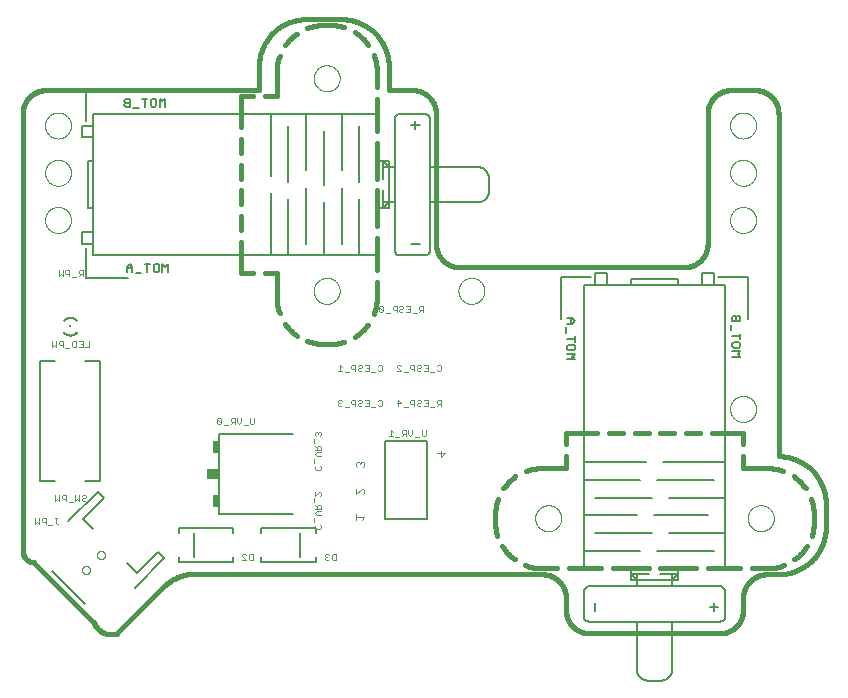
<source format=gbo>
G75*
%MOIN*%
%OFA0B0*%
%FSLAX25Y25*%
%IPPOS*%
%LPD*%
%AMOC8*
5,1,8,0,0,1.08239X$1,22.5*
%
%ADD10C,0.01600*%
%ADD11C,0.00000*%
%ADD12C,0.00400*%
%ADD13C,0.00040*%
%ADD14R,0.00787X0.00787*%
%ADD15R,0.00591X0.00984*%
%ADD16C,0.00600*%
%ADD17R,0.02362X0.04488*%
%ADD18R,0.03937X0.03465*%
%ADD19C,0.00500*%
%ADD20C,0.00800*%
D10*
X0055902Y0050272D02*
X0036217Y0069957D01*
X0036093Y0069959D01*
X0035970Y0069965D01*
X0035846Y0069974D01*
X0035724Y0069988D01*
X0035601Y0070005D01*
X0035479Y0070027D01*
X0035358Y0070052D01*
X0035238Y0070081D01*
X0035119Y0070113D01*
X0035000Y0070150D01*
X0034883Y0070190D01*
X0034768Y0070233D01*
X0034653Y0070281D01*
X0034541Y0070332D01*
X0034430Y0070386D01*
X0034320Y0070444D01*
X0034213Y0070505D01*
X0034107Y0070570D01*
X0034004Y0070638D01*
X0033903Y0070709D01*
X0033804Y0070783D01*
X0033707Y0070860D01*
X0033613Y0070941D01*
X0033522Y0071024D01*
X0033433Y0071110D01*
X0033347Y0071199D01*
X0033264Y0071290D01*
X0033183Y0071384D01*
X0033106Y0071481D01*
X0033032Y0071580D01*
X0032961Y0071681D01*
X0032893Y0071784D01*
X0032828Y0071890D01*
X0032767Y0071997D01*
X0032709Y0072107D01*
X0032655Y0072218D01*
X0032604Y0072330D01*
X0032556Y0072445D01*
X0032513Y0072560D01*
X0032473Y0072677D01*
X0032436Y0072796D01*
X0032404Y0072915D01*
X0032375Y0073035D01*
X0032350Y0073156D01*
X0032328Y0073278D01*
X0032311Y0073401D01*
X0032297Y0073523D01*
X0032288Y0073647D01*
X0032282Y0073770D01*
X0032280Y0073894D01*
X0032280Y0219563D01*
X0032282Y0219753D01*
X0032289Y0219943D01*
X0032301Y0220133D01*
X0032317Y0220323D01*
X0032337Y0220512D01*
X0032363Y0220701D01*
X0032392Y0220889D01*
X0032427Y0221076D01*
X0032466Y0221262D01*
X0032509Y0221447D01*
X0032557Y0221632D01*
X0032609Y0221815D01*
X0032665Y0221996D01*
X0032726Y0222176D01*
X0032792Y0222355D01*
X0032861Y0222532D01*
X0032935Y0222708D01*
X0033013Y0222881D01*
X0033096Y0223053D01*
X0033182Y0223222D01*
X0033272Y0223390D01*
X0033367Y0223555D01*
X0033465Y0223718D01*
X0033568Y0223878D01*
X0033674Y0224036D01*
X0033784Y0224191D01*
X0033897Y0224344D01*
X0034015Y0224494D01*
X0034136Y0224640D01*
X0034260Y0224784D01*
X0034388Y0224925D01*
X0034519Y0225063D01*
X0034654Y0225198D01*
X0034792Y0225329D01*
X0034933Y0225457D01*
X0035077Y0225581D01*
X0035223Y0225702D01*
X0035373Y0225820D01*
X0035526Y0225933D01*
X0035681Y0226043D01*
X0035839Y0226149D01*
X0035999Y0226252D01*
X0036162Y0226350D01*
X0036327Y0226445D01*
X0036495Y0226535D01*
X0036664Y0226621D01*
X0036836Y0226704D01*
X0037009Y0226782D01*
X0037185Y0226856D01*
X0037362Y0226925D01*
X0037541Y0226991D01*
X0037721Y0227052D01*
X0037902Y0227108D01*
X0038085Y0227160D01*
X0038270Y0227208D01*
X0038455Y0227251D01*
X0038641Y0227290D01*
X0038828Y0227325D01*
X0039016Y0227354D01*
X0039205Y0227380D01*
X0039394Y0227400D01*
X0039584Y0227416D01*
X0039774Y0227428D01*
X0039964Y0227435D01*
X0040154Y0227437D01*
X0111020Y0227437D01*
X0111020Y0235311D01*
X0116926Y0233343D02*
X0116926Y0225469D01*
X0112989Y0225469D01*
X0109052Y0225469D02*
X0105115Y0225469D01*
X0105115Y0219563D01*
X0105115Y0214970D01*
X0105115Y0211033D02*
X0105115Y0206440D01*
X0105115Y0202503D02*
X0105115Y0197909D01*
X0105115Y0193972D02*
X0105115Y0189379D01*
X0105115Y0185442D02*
X0105115Y0180849D01*
X0105115Y0176912D02*
X0105115Y0172319D01*
X0105115Y0166413D01*
X0109052Y0166413D01*
X0112989Y0166413D02*
X0116926Y0166413D01*
X0116926Y0158539D01*
X0127172Y0143784D02*
X0127524Y0143657D01*
X0127880Y0143538D01*
X0128238Y0143429D01*
X0128599Y0143327D01*
X0128962Y0143235D01*
X0129327Y0143151D01*
X0129694Y0143075D01*
X0130063Y0143009D01*
X0130433Y0142951D01*
X0130805Y0142902D01*
X0131177Y0142862D01*
X0131551Y0142831D01*
X0131925Y0142809D01*
X0132299Y0142795D01*
X0132674Y0142791D01*
X0133658Y0142791D01*
X0134029Y0142773D01*
X0134401Y0142763D01*
X0134774Y0142763D01*
X0135146Y0142771D01*
X0135517Y0142788D01*
X0135889Y0142814D01*
X0136259Y0142848D01*
X0136629Y0142891D01*
X0136997Y0142943D01*
X0137365Y0143004D01*
X0137730Y0143073D01*
X0138094Y0143151D01*
X0138456Y0143237D01*
X0138816Y0143332D01*
X0139174Y0143436D01*
X0139529Y0143547D01*
X0149280Y0152725D02*
X0149413Y0153072D01*
X0149537Y0153423D01*
X0149654Y0153776D01*
X0149762Y0154132D01*
X0149862Y0154491D01*
X0149953Y0154852D01*
X0150036Y0155215D01*
X0150110Y0155579D01*
X0150175Y0155946D01*
X0150232Y0156313D01*
X0150280Y0156682D01*
X0150320Y0157053D01*
X0150351Y0157423D01*
X0150372Y0157795D01*
X0150386Y0158167D01*
X0150390Y0158539D01*
X0150390Y0163461D01*
X0150390Y0167398D02*
X0150390Y0172319D01*
X0150390Y0178224D01*
X0150390Y0182161D02*
X0150390Y0188067D01*
X0150390Y0193972D01*
X0150390Y0197909D02*
X0150390Y0203815D01*
X0150390Y0209720D01*
X0150390Y0213657D02*
X0150390Y0219563D01*
X0150390Y0224484D01*
X0150390Y0228421D02*
X0150390Y0233343D01*
X0154327Y0235311D02*
X0154327Y0227437D01*
X0162201Y0227437D01*
X0162391Y0227435D01*
X0162581Y0227428D01*
X0162771Y0227416D01*
X0162961Y0227400D01*
X0163150Y0227380D01*
X0163339Y0227354D01*
X0163527Y0227325D01*
X0163714Y0227290D01*
X0163900Y0227251D01*
X0164085Y0227208D01*
X0164270Y0227160D01*
X0164453Y0227108D01*
X0164634Y0227052D01*
X0164814Y0226991D01*
X0164993Y0226925D01*
X0165170Y0226856D01*
X0165346Y0226782D01*
X0165519Y0226704D01*
X0165691Y0226621D01*
X0165860Y0226535D01*
X0166028Y0226445D01*
X0166193Y0226350D01*
X0166356Y0226252D01*
X0166516Y0226149D01*
X0166674Y0226043D01*
X0166829Y0225933D01*
X0166982Y0225820D01*
X0167132Y0225702D01*
X0167278Y0225581D01*
X0167422Y0225457D01*
X0167563Y0225329D01*
X0167701Y0225198D01*
X0167836Y0225063D01*
X0167967Y0224925D01*
X0168095Y0224784D01*
X0168219Y0224640D01*
X0168340Y0224494D01*
X0168458Y0224344D01*
X0168571Y0224191D01*
X0168681Y0224036D01*
X0168787Y0223878D01*
X0168890Y0223718D01*
X0168988Y0223555D01*
X0169083Y0223390D01*
X0169173Y0223222D01*
X0169259Y0223053D01*
X0169342Y0222881D01*
X0169420Y0222708D01*
X0169494Y0222532D01*
X0169563Y0222355D01*
X0169629Y0222176D01*
X0169690Y0221996D01*
X0169746Y0221815D01*
X0169798Y0221632D01*
X0169846Y0221447D01*
X0169889Y0221262D01*
X0169928Y0221076D01*
X0169963Y0220889D01*
X0169992Y0220701D01*
X0170018Y0220512D01*
X0170038Y0220323D01*
X0170054Y0220133D01*
X0170066Y0219943D01*
X0170073Y0219753D01*
X0170075Y0219563D01*
X0170075Y0176256D01*
X0170077Y0176066D01*
X0170084Y0175876D01*
X0170096Y0175686D01*
X0170112Y0175496D01*
X0170132Y0175307D01*
X0170158Y0175118D01*
X0170187Y0174930D01*
X0170222Y0174743D01*
X0170261Y0174557D01*
X0170304Y0174372D01*
X0170352Y0174187D01*
X0170404Y0174004D01*
X0170460Y0173823D01*
X0170521Y0173643D01*
X0170587Y0173464D01*
X0170656Y0173287D01*
X0170730Y0173111D01*
X0170808Y0172938D01*
X0170891Y0172766D01*
X0170977Y0172597D01*
X0171067Y0172429D01*
X0171162Y0172264D01*
X0171260Y0172101D01*
X0171363Y0171941D01*
X0171469Y0171783D01*
X0171579Y0171628D01*
X0171692Y0171475D01*
X0171810Y0171325D01*
X0171931Y0171179D01*
X0172055Y0171035D01*
X0172183Y0170894D01*
X0172314Y0170756D01*
X0172449Y0170621D01*
X0172587Y0170490D01*
X0172728Y0170362D01*
X0172872Y0170238D01*
X0173018Y0170117D01*
X0173168Y0169999D01*
X0173321Y0169886D01*
X0173476Y0169776D01*
X0173634Y0169670D01*
X0173794Y0169567D01*
X0173957Y0169469D01*
X0174122Y0169374D01*
X0174290Y0169284D01*
X0174459Y0169198D01*
X0174631Y0169115D01*
X0174804Y0169037D01*
X0174980Y0168963D01*
X0175157Y0168894D01*
X0175336Y0168828D01*
X0175516Y0168767D01*
X0175697Y0168711D01*
X0175880Y0168659D01*
X0176065Y0168611D01*
X0176250Y0168568D01*
X0176436Y0168529D01*
X0176623Y0168494D01*
X0176811Y0168465D01*
X0177000Y0168439D01*
X0177189Y0168419D01*
X0177379Y0168403D01*
X0177569Y0168391D01*
X0177759Y0168384D01*
X0177949Y0168382D01*
X0252753Y0168382D01*
X0252943Y0168384D01*
X0253133Y0168391D01*
X0253323Y0168403D01*
X0253513Y0168419D01*
X0253702Y0168439D01*
X0253891Y0168465D01*
X0254079Y0168494D01*
X0254266Y0168529D01*
X0254452Y0168568D01*
X0254637Y0168611D01*
X0254822Y0168659D01*
X0255005Y0168711D01*
X0255186Y0168767D01*
X0255366Y0168828D01*
X0255545Y0168894D01*
X0255722Y0168963D01*
X0255898Y0169037D01*
X0256071Y0169115D01*
X0256243Y0169198D01*
X0256412Y0169284D01*
X0256580Y0169374D01*
X0256745Y0169469D01*
X0256908Y0169567D01*
X0257068Y0169670D01*
X0257226Y0169776D01*
X0257381Y0169886D01*
X0257534Y0169999D01*
X0257684Y0170117D01*
X0257830Y0170238D01*
X0257974Y0170362D01*
X0258115Y0170490D01*
X0258253Y0170621D01*
X0258388Y0170756D01*
X0258519Y0170894D01*
X0258647Y0171035D01*
X0258771Y0171179D01*
X0258892Y0171325D01*
X0259010Y0171475D01*
X0259123Y0171628D01*
X0259233Y0171783D01*
X0259339Y0171941D01*
X0259442Y0172101D01*
X0259540Y0172264D01*
X0259635Y0172429D01*
X0259725Y0172597D01*
X0259811Y0172766D01*
X0259894Y0172938D01*
X0259972Y0173111D01*
X0260046Y0173287D01*
X0260115Y0173464D01*
X0260181Y0173643D01*
X0260242Y0173823D01*
X0260298Y0174004D01*
X0260350Y0174187D01*
X0260398Y0174372D01*
X0260441Y0174557D01*
X0260480Y0174743D01*
X0260515Y0174930D01*
X0260544Y0175118D01*
X0260570Y0175307D01*
X0260590Y0175496D01*
X0260606Y0175686D01*
X0260618Y0175876D01*
X0260625Y0176066D01*
X0260627Y0176256D01*
X0260627Y0219563D01*
X0260629Y0219753D01*
X0260636Y0219943D01*
X0260648Y0220133D01*
X0260664Y0220323D01*
X0260684Y0220512D01*
X0260710Y0220701D01*
X0260739Y0220889D01*
X0260774Y0221076D01*
X0260813Y0221262D01*
X0260856Y0221447D01*
X0260904Y0221632D01*
X0260956Y0221815D01*
X0261012Y0221996D01*
X0261073Y0222176D01*
X0261139Y0222355D01*
X0261208Y0222532D01*
X0261282Y0222708D01*
X0261360Y0222881D01*
X0261443Y0223053D01*
X0261529Y0223222D01*
X0261619Y0223390D01*
X0261714Y0223555D01*
X0261812Y0223718D01*
X0261915Y0223878D01*
X0262021Y0224036D01*
X0262131Y0224191D01*
X0262244Y0224344D01*
X0262362Y0224494D01*
X0262483Y0224640D01*
X0262607Y0224784D01*
X0262735Y0224925D01*
X0262866Y0225063D01*
X0263001Y0225198D01*
X0263139Y0225329D01*
X0263280Y0225457D01*
X0263424Y0225581D01*
X0263570Y0225702D01*
X0263720Y0225820D01*
X0263873Y0225933D01*
X0264028Y0226043D01*
X0264186Y0226149D01*
X0264346Y0226252D01*
X0264509Y0226350D01*
X0264674Y0226445D01*
X0264842Y0226535D01*
X0265011Y0226621D01*
X0265183Y0226704D01*
X0265356Y0226782D01*
X0265532Y0226856D01*
X0265709Y0226925D01*
X0265888Y0226991D01*
X0266068Y0227052D01*
X0266249Y0227108D01*
X0266432Y0227160D01*
X0266617Y0227208D01*
X0266802Y0227251D01*
X0266988Y0227290D01*
X0267175Y0227325D01*
X0267363Y0227354D01*
X0267552Y0227380D01*
X0267741Y0227400D01*
X0267931Y0227416D01*
X0268121Y0227428D01*
X0268311Y0227435D01*
X0268501Y0227437D01*
X0276375Y0227437D01*
X0276565Y0227435D01*
X0276755Y0227428D01*
X0276945Y0227416D01*
X0277135Y0227400D01*
X0277324Y0227380D01*
X0277513Y0227354D01*
X0277701Y0227325D01*
X0277888Y0227290D01*
X0278074Y0227251D01*
X0278259Y0227208D01*
X0278444Y0227160D01*
X0278627Y0227108D01*
X0278808Y0227052D01*
X0278988Y0226991D01*
X0279167Y0226925D01*
X0279344Y0226856D01*
X0279520Y0226782D01*
X0279693Y0226704D01*
X0279865Y0226621D01*
X0280034Y0226535D01*
X0280202Y0226445D01*
X0280367Y0226350D01*
X0280530Y0226252D01*
X0280690Y0226149D01*
X0280848Y0226043D01*
X0281003Y0225933D01*
X0281156Y0225820D01*
X0281306Y0225702D01*
X0281452Y0225581D01*
X0281596Y0225457D01*
X0281737Y0225329D01*
X0281875Y0225198D01*
X0282010Y0225063D01*
X0282141Y0224925D01*
X0282269Y0224784D01*
X0282393Y0224640D01*
X0282514Y0224494D01*
X0282632Y0224344D01*
X0282745Y0224191D01*
X0282855Y0224036D01*
X0282961Y0223878D01*
X0283064Y0223718D01*
X0283162Y0223555D01*
X0283257Y0223390D01*
X0283347Y0223222D01*
X0283433Y0223053D01*
X0283516Y0222881D01*
X0283594Y0222708D01*
X0283668Y0222532D01*
X0283737Y0222355D01*
X0283803Y0222176D01*
X0283864Y0221996D01*
X0283920Y0221815D01*
X0283972Y0221632D01*
X0284020Y0221447D01*
X0284063Y0221262D01*
X0284102Y0221076D01*
X0284137Y0220889D01*
X0284166Y0220701D01*
X0284192Y0220512D01*
X0284212Y0220323D01*
X0284228Y0220133D01*
X0284240Y0219943D01*
X0284247Y0219753D01*
X0284249Y0219563D01*
X0284249Y0105390D01*
X0280312Y0101453D02*
X0272438Y0101453D01*
X0272438Y0105390D01*
X0272438Y0109327D02*
X0272438Y0113264D01*
X0266532Y0113264D01*
X0261939Y0113264D01*
X0258002Y0113264D02*
X0253409Y0113264D01*
X0249472Y0113264D02*
X0244879Y0113264D01*
X0240942Y0113264D02*
X0236348Y0113264D01*
X0232411Y0113264D02*
X0227818Y0113264D01*
X0223881Y0113264D02*
X0219288Y0113264D01*
X0213383Y0113264D01*
X0213383Y0109327D01*
X0213383Y0105390D02*
X0213383Y0101453D01*
X0205509Y0101453D01*
X0190754Y0091207D02*
X0190627Y0090855D01*
X0190508Y0090499D01*
X0190399Y0090141D01*
X0190297Y0089780D01*
X0190205Y0089417D01*
X0190121Y0089052D01*
X0190045Y0088685D01*
X0189979Y0088316D01*
X0189921Y0087946D01*
X0189872Y0087574D01*
X0189832Y0087202D01*
X0189801Y0086828D01*
X0189779Y0086454D01*
X0189765Y0086080D01*
X0189761Y0085705D01*
X0189760Y0085705D02*
X0189760Y0084720D01*
X0189761Y0084720D02*
X0189743Y0084349D01*
X0189733Y0083977D01*
X0189733Y0083604D01*
X0189741Y0083232D01*
X0189758Y0082861D01*
X0189784Y0082489D01*
X0189818Y0082119D01*
X0189861Y0081749D01*
X0189913Y0081381D01*
X0189974Y0081013D01*
X0190043Y0080648D01*
X0190121Y0080284D01*
X0190207Y0079922D01*
X0190302Y0079562D01*
X0190406Y0079204D01*
X0190517Y0078849D01*
X0199695Y0069098D02*
X0200042Y0068965D01*
X0200393Y0068841D01*
X0200746Y0068724D01*
X0201102Y0068616D01*
X0201461Y0068516D01*
X0201822Y0068425D01*
X0202185Y0068342D01*
X0202549Y0068268D01*
X0202916Y0068203D01*
X0203283Y0068146D01*
X0203652Y0068098D01*
X0204023Y0068058D01*
X0204393Y0068027D01*
X0204765Y0068006D01*
X0205137Y0067992D01*
X0205509Y0067988D01*
X0210430Y0067988D01*
X0214367Y0067988D02*
X0219288Y0067988D01*
X0225194Y0067988D01*
X0229131Y0067988D02*
X0235036Y0067988D01*
X0240942Y0067988D01*
X0244879Y0067988D02*
X0250784Y0067988D01*
X0256690Y0067988D01*
X0260627Y0067988D02*
X0266532Y0067988D01*
X0271453Y0067988D01*
X0275390Y0067988D02*
X0280312Y0067988D01*
X0280312Y0066020D02*
X0284249Y0066020D01*
X0280312Y0066020D02*
X0280122Y0066018D01*
X0279932Y0066011D01*
X0279742Y0065999D01*
X0279552Y0065983D01*
X0279363Y0065963D01*
X0279174Y0065937D01*
X0278986Y0065908D01*
X0278799Y0065873D01*
X0278613Y0065834D01*
X0278428Y0065791D01*
X0278243Y0065743D01*
X0278060Y0065691D01*
X0277879Y0065635D01*
X0277699Y0065574D01*
X0277520Y0065508D01*
X0277343Y0065439D01*
X0277167Y0065365D01*
X0276994Y0065287D01*
X0276822Y0065204D01*
X0276653Y0065118D01*
X0276485Y0065028D01*
X0276320Y0064933D01*
X0276157Y0064835D01*
X0275997Y0064732D01*
X0275839Y0064626D01*
X0275684Y0064516D01*
X0275531Y0064403D01*
X0275381Y0064285D01*
X0275235Y0064164D01*
X0275091Y0064040D01*
X0274950Y0063912D01*
X0274812Y0063781D01*
X0274677Y0063646D01*
X0274546Y0063508D01*
X0274418Y0063367D01*
X0274294Y0063223D01*
X0274173Y0063077D01*
X0274055Y0062927D01*
X0273942Y0062774D01*
X0273832Y0062619D01*
X0273726Y0062461D01*
X0273623Y0062301D01*
X0273525Y0062138D01*
X0273430Y0061973D01*
X0273340Y0061805D01*
X0273254Y0061636D01*
X0273171Y0061464D01*
X0273093Y0061291D01*
X0273019Y0061115D01*
X0272950Y0060938D01*
X0272884Y0060759D01*
X0272823Y0060579D01*
X0272767Y0060398D01*
X0272715Y0060215D01*
X0272667Y0060030D01*
X0272624Y0059845D01*
X0272585Y0059659D01*
X0272550Y0059472D01*
X0272521Y0059284D01*
X0272495Y0059095D01*
X0272475Y0058906D01*
X0272459Y0058716D01*
X0272447Y0058526D01*
X0272440Y0058336D01*
X0272438Y0058146D01*
X0272438Y0054209D01*
X0272436Y0054019D01*
X0272429Y0053829D01*
X0272417Y0053639D01*
X0272401Y0053449D01*
X0272381Y0053260D01*
X0272355Y0053071D01*
X0272326Y0052883D01*
X0272291Y0052696D01*
X0272252Y0052510D01*
X0272209Y0052325D01*
X0272161Y0052140D01*
X0272109Y0051957D01*
X0272053Y0051776D01*
X0271992Y0051596D01*
X0271926Y0051417D01*
X0271857Y0051240D01*
X0271783Y0051064D01*
X0271705Y0050891D01*
X0271622Y0050719D01*
X0271536Y0050550D01*
X0271446Y0050382D01*
X0271351Y0050217D01*
X0271253Y0050054D01*
X0271150Y0049894D01*
X0271044Y0049736D01*
X0270934Y0049581D01*
X0270821Y0049428D01*
X0270703Y0049278D01*
X0270582Y0049132D01*
X0270458Y0048988D01*
X0270330Y0048847D01*
X0270199Y0048709D01*
X0270064Y0048574D01*
X0269926Y0048443D01*
X0269785Y0048315D01*
X0269641Y0048191D01*
X0269495Y0048070D01*
X0269345Y0047952D01*
X0269192Y0047839D01*
X0269037Y0047729D01*
X0268879Y0047623D01*
X0268719Y0047520D01*
X0268556Y0047422D01*
X0268391Y0047327D01*
X0268223Y0047237D01*
X0268054Y0047151D01*
X0267882Y0047068D01*
X0267709Y0046990D01*
X0267533Y0046916D01*
X0267356Y0046847D01*
X0267177Y0046781D01*
X0266997Y0046720D01*
X0266816Y0046664D01*
X0266633Y0046612D01*
X0266448Y0046564D01*
X0266263Y0046521D01*
X0266077Y0046482D01*
X0265890Y0046447D01*
X0265702Y0046418D01*
X0265513Y0046392D01*
X0265324Y0046372D01*
X0265134Y0046356D01*
X0264944Y0046344D01*
X0264754Y0046337D01*
X0264564Y0046335D01*
X0221257Y0046335D01*
X0221067Y0046337D01*
X0220877Y0046344D01*
X0220687Y0046356D01*
X0220497Y0046372D01*
X0220308Y0046392D01*
X0220119Y0046418D01*
X0219931Y0046447D01*
X0219744Y0046482D01*
X0219558Y0046521D01*
X0219373Y0046564D01*
X0219188Y0046612D01*
X0219005Y0046664D01*
X0218824Y0046720D01*
X0218644Y0046781D01*
X0218465Y0046847D01*
X0218288Y0046916D01*
X0218112Y0046990D01*
X0217939Y0047068D01*
X0217767Y0047151D01*
X0217598Y0047237D01*
X0217430Y0047327D01*
X0217265Y0047422D01*
X0217102Y0047520D01*
X0216942Y0047623D01*
X0216784Y0047729D01*
X0216629Y0047839D01*
X0216476Y0047952D01*
X0216326Y0048070D01*
X0216180Y0048191D01*
X0216036Y0048315D01*
X0215895Y0048443D01*
X0215757Y0048574D01*
X0215622Y0048709D01*
X0215491Y0048847D01*
X0215363Y0048988D01*
X0215239Y0049132D01*
X0215118Y0049278D01*
X0215000Y0049428D01*
X0214887Y0049581D01*
X0214777Y0049736D01*
X0214671Y0049894D01*
X0214568Y0050054D01*
X0214470Y0050217D01*
X0214375Y0050382D01*
X0214285Y0050550D01*
X0214199Y0050719D01*
X0214116Y0050891D01*
X0214038Y0051064D01*
X0213964Y0051240D01*
X0213895Y0051417D01*
X0213829Y0051596D01*
X0213768Y0051776D01*
X0213712Y0051957D01*
X0213660Y0052140D01*
X0213612Y0052325D01*
X0213569Y0052510D01*
X0213530Y0052696D01*
X0213495Y0052883D01*
X0213466Y0053071D01*
X0213440Y0053260D01*
X0213420Y0053449D01*
X0213404Y0053639D01*
X0213392Y0053829D01*
X0213385Y0054019D01*
X0213383Y0054209D01*
X0213383Y0058146D01*
X0213381Y0058336D01*
X0213374Y0058526D01*
X0213362Y0058716D01*
X0213346Y0058906D01*
X0213326Y0059095D01*
X0213300Y0059284D01*
X0213271Y0059472D01*
X0213236Y0059659D01*
X0213197Y0059845D01*
X0213154Y0060030D01*
X0213106Y0060215D01*
X0213054Y0060398D01*
X0212998Y0060579D01*
X0212937Y0060759D01*
X0212871Y0060938D01*
X0212802Y0061115D01*
X0212728Y0061291D01*
X0212650Y0061464D01*
X0212567Y0061636D01*
X0212481Y0061805D01*
X0212391Y0061973D01*
X0212296Y0062138D01*
X0212198Y0062301D01*
X0212095Y0062461D01*
X0211989Y0062619D01*
X0211879Y0062774D01*
X0211766Y0062927D01*
X0211648Y0063077D01*
X0211527Y0063223D01*
X0211403Y0063367D01*
X0211275Y0063508D01*
X0211144Y0063646D01*
X0211009Y0063781D01*
X0210871Y0063912D01*
X0210730Y0064040D01*
X0210586Y0064164D01*
X0210440Y0064285D01*
X0210290Y0064403D01*
X0210137Y0064516D01*
X0209982Y0064626D01*
X0209824Y0064732D01*
X0209664Y0064835D01*
X0209501Y0064933D01*
X0209336Y0065028D01*
X0209168Y0065118D01*
X0208999Y0065204D01*
X0208827Y0065287D01*
X0208654Y0065365D01*
X0208478Y0065439D01*
X0208301Y0065508D01*
X0208122Y0065574D01*
X0207942Y0065635D01*
X0207761Y0065691D01*
X0207578Y0065743D01*
X0207393Y0065791D01*
X0207208Y0065834D01*
X0207022Y0065873D01*
X0206835Y0065908D01*
X0206647Y0065937D01*
X0206458Y0065963D01*
X0206269Y0065983D01*
X0206079Y0065999D01*
X0205889Y0066011D01*
X0205699Y0066018D01*
X0205509Y0066020D01*
X0087398Y0066020D01*
X0079524Y0062083D02*
X0063776Y0046335D01*
X0063777Y0046334D02*
X0063629Y0046287D01*
X0063480Y0046244D01*
X0063330Y0046204D01*
X0063179Y0046168D01*
X0063027Y0046136D01*
X0062874Y0046107D01*
X0062721Y0046082D01*
X0062567Y0046061D01*
X0062413Y0046044D01*
X0062258Y0046031D01*
X0062103Y0046022D01*
X0061948Y0046017D01*
X0061793Y0046015D01*
X0061638Y0046017D01*
X0061483Y0046023D01*
X0061328Y0046034D01*
X0061173Y0046047D01*
X0061019Y0046065D01*
X0060866Y0046087D01*
X0060712Y0046112D01*
X0060560Y0046141D01*
X0060408Y0046174D01*
X0060258Y0046211D01*
X0060108Y0046252D01*
X0059959Y0046296D01*
X0059811Y0046344D01*
X0059665Y0046396D01*
X0059520Y0046451D01*
X0059376Y0046510D01*
X0059234Y0046572D01*
X0059094Y0046638D01*
X0058955Y0046707D01*
X0058818Y0046780D01*
X0058683Y0046856D01*
X0058549Y0046936D01*
X0058418Y0047019D01*
X0058289Y0047105D01*
X0058162Y0047194D01*
X0058038Y0047287D01*
X0057915Y0047382D01*
X0057795Y0047481D01*
X0057678Y0047582D01*
X0057563Y0047687D01*
X0057451Y0047794D01*
X0057341Y0047904D01*
X0057235Y0048017D01*
X0057131Y0048132D01*
X0057030Y0048250D01*
X0056932Y0048370D01*
X0056837Y0048493D01*
X0056745Y0048618D01*
X0056656Y0048746D01*
X0056571Y0048875D01*
X0056489Y0049007D01*
X0056410Y0049140D01*
X0056334Y0049276D01*
X0056262Y0049413D01*
X0056193Y0049552D01*
X0056128Y0049693D01*
X0056066Y0049836D01*
X0056008Y0049980D01*
X0055953Y0050125D01*
X0055902Y0050271D01*
X0079525Y0062082D02*
X0079762Y0062314D01*
X0080005Y0062540D01*
X0080253Y0062760D01*
X0080506Y0062974D01*
X0080765Y0063183D01*
X0081028Y0063384D01*
X0081296Y0063580D01*
X0081568Y0063769D01*
X0081845Y0063952D01*
X0082127Y0064128D01*
X0082412Y0064297D01*
X0082701Y0064459D01*
X0082994Y0064614D01*
X0083291Y0064763D01*
X0083591Y0064904D01*
X0083895Y0065038D01*
X0084201Y0065165D01*
X0084511Y0065284D01*
X0084823Y0065396D01*
X0085138Y0065501D01*
X0085455Y0065598D01*
X0085774Y0065687D01*
X0086096Y0065769D01*
X0086419Y0065843D01*
X0086744Y0065910D01*
X0087071Y0065968D01*
X0087399Y0066019D01*
X0117919Y0153037D02*
X0117792Y0153389D01*
X0117673Y0153745D01*
X0117564Y0154103D01*
X0117462Y0154464D01*
X0117370Y0154827D01*
X0117286Y0155192D01*
X0117210Y0155559D01*
X0117144Y0155928D01*
X0117086Y0156298D01*
X0117037Y0156670D01*
X0116997Y0157042D01*
X0116966Y0157416D01*
X0116944Y0157790D01*
X0116930Y0158164D01*
X0116926Y0158539D01*
X0119739Y0149557D02*
X0119956Y0149252D01*
X0120181Y0148952D01*
X0120412Y0148657D01*
X0120651Y0148368D01*
X0120896Y0148085D01*
X0121148Y0147808D01*
X0121407Y0147537D01*
X0121672Y0147272D01*
X0121943Y0147013D01*
X0122220Y0146761D01*
X0122503Y0146516D01*
X0122792Y0146277D01*
X0123087Y0146046D01*
X0123387Y0145821D01*
X0123692Y0145604D01*
X0143079Y0145226D02*
X0143390Y0145429D01*
X0143697Y0145640D01*
X0143999Y0145858D01*
X0144295Y0146083D01*
X0144587Y0146314D01*
X0144872Y0146553D01*
X0145152Y0146798D01*
X0145426Y0147050D01*
X0145694Y0147308D01*
X0145956Y0147573D01*
X0146211Y0147844D01*
X0146460Y0148120D01*
X0146703Y0148402D01*
X0146939Y0148690D01*
X0147167Y0148984D01*
X0147389Y0149283D01*
X0200007Y0100460D02*
X0200359Y0100587D01*
X0200715Y0100706D01*
X0201073Y0100815D01*
X0201434Y0100917D01*
X0201797Y0101009D01*
X0202162Y0101093D01*
X0202529Y0101169D01*
X0202898Y0101235D01*
X0203268Y0101293D01*
X0203640Y0101342D01*
X0204012Y0101382D01*
X0204386Y0101413D01*
X0204760Y0101435D01*
X0205134Y0101449D01*
X0205509Y0101453D01*
X0196527Y0098640D02*
X0196222Y0098423D01*
X0195922Y0098198D01*
X0195627Y0097967D01*
X0195338Y0097728D01*
X0195055Y0097483D01*
X0194778Y0097231D01*
X0194507Y0096972D01*
X0194242Y0096707D01*
X0193983Y0096436D01*
X0193731Y0096159D01*
X0193486Y0095876D01*
X0193247Y0095587D01*
X0193016Y0095292D01*
X0192791Y0094992D01*
X0192574Y0094687D01*
X0192196Y0075299D02*
X0192399Y0074988D01*
X0192610Y0074681D01*
X0192828Y0074379D01*
X0193053Y0074083D01*
X0193284Y0073791D01*
X0193523Y0073506D01*
X0193768Y0073226D01*
X0194020Y0072952D01*
X0194278Y0072684D01*
X0194543Y0072422D01*
X0194814Y0072167D01*
X0195090Y0071918D01*
X0195372Y0071675D01*
X0195660Y0071439D01*
X0195954Y0071211D01*
X0196253Y0070989D01*
X0289568Y0070989D02*
X0289867Y0071211D01*
X0290161Y0071439D01*
X0290449Y0071675D01*
X0290731Y0071918D01*
X0291007Y0072167D01*
X0291278Y0072422D01*
X0291543Y0072684D01*
X0291801Y0072952D01*
X0292053Y0073226D01*
X0292298Y0073506D01*
X0292537Y0073791D01*
X0292768Y0074083D01*
X0292993Y0074379D01*
X0293211Y0074681D01*
X0293422Y0074988D01*
X0293625Y0075299D01*
X0299997Y0081768D02*
X0299997Y0089642D01*
X0296060Y0085705D02*
X0296060Y0084720D01*
X0299997Y0081768D02*
X0299992Y0081387D01*
X0299979Y0081007D01*
X0299956Y0080627D01*
X0299923Y0080248D01*
X0299882Y0079870D01*
X0299832Y0079493D01*
X0299772Y0079117D01*
X0299704Y0078742D01*
X0299626Y0078370D01*
X0299539Y0077999D01*
X0299444Y0077631D01*
X0299339Y0077265D01*
X0299226Y0076902D01*
X0299104Y0076541D01*
X0298974Y0076184D01*
X0298834Y0075830D01*
X0298687Y0075479D01*
X0298530Y0075132D01*
X0298366Y0074789D01*
X0298193Y0074450D01*
X0298012Y0074115D01*
X0297823Y0073784D01*
X0297626Y0073459D01*
X0297422Y0073138D01*
X0297209Y0072822D01*
X0296989Y0072512D01*
X0296762Y0072206D01*
X0296527Y0071907D01*
X0296285Y0071613D01*
X0296037Y0071325D01*
X0295781Y0071043D01*
X0295518Y0070768D01*
X0295249Y0070499D01*
X0294974Y0070236D01*
X0294692Y0069980D01*
X0294404Y0069732D01*
X0294110Y0069490D01*
X0293811Y0069255D01*
X0293505Y0069028D01*
X0293195Y0068808D01*
X0292879Y0068595D01*
X0292558Y0068391D01*
X0292233Y0068194D01*
X0291902Y0068005D01*
X0291567Y0067824D01*
X0291228Y0067651D01*
X0290885Y0067487D01*
X0290538Y0067330D01*
X0290187Y0067183D01*
X0289833Y0067043D01*
X0289476Y0066913D01*
X0289115Y0066791D01*
X0288752Y0066678D01*
X0288386Y0066573D01*
X0288018Y0066478D01*
X0287647Y0066391D01*
X0287275Y0066313D01*
X0286900Y0066245D01*
X0286524Y0066185D01*
X0286147Y0066135D01*
X0285769Y0066094D01*
X0285390Y0066061D01*
X0285010Y0066038D01*
X0284630Y0066025D01*
X0284249Y0066020D01*
X0286126Y0069098D02*
X0285779Y0068965D01*
X0285428Y0068841D01*
X0285075Y0068724D01*
X0284719Y0068616D01*
X0284360Y0068516D01*
X0283999Y0068425D01*
X0283636Y0068342D01*
X0283272Y0068268D01*
X0282905Y0068203D01*
X0282538Y0068146D01*
X0282169Y0068098D01*
X0281798Y0068058D01*
X0281428Y0068027D01*
X0281056Y0068006D01*
X0280684Y0067992D01*
X0280312Y0067988D01*
X0295304Y0078849D02*
X0295415Y0079204D01*
X0295519Y0079562D01*
X0295614Y0079922D01*
X0295700Y0080284D01*
X0295778Y0080648D01*
X0295847Y0081013D01*
X0295908Y0081381D01*
X0295960Y0081749D01*
X0296003Y0082119D01*
X0296037Y0082489D01*
X0296063Y0082861D01*
X0296080Y0083232D01*
X0296088Y0083604D01*
X0296088Y0083977D01*
X0296078Y0084349D01*
X0296060Y0084720D01*
X0299997Y0089642D02*
X0299992Y0090023D01*
X0299979Y0090403D01*
X0299956Y0090783D01*
X0299923Y0091162D01*
X0299882Y0091540D01*
X0299832Y0091917D01*
X0299772Y0092293D01*
X0299704Y0092668D01*
X0299626Y0093040D01*
X0299539Y0093411D01*
X0299444Y0093779D01*
X0299339Y0094145D01*
X0299226Y0094508D01*
X0299104Y0094869D01*
X0298974Y0095226D01*
X0298834Y0095580D01*
X0298687Y0095931D01*
X0298530Y0096278D01*
X0298366Y0096621D01*
X0298193Y0096960D01*
X0298012Y0097295D01*
X0297823Y0097626D01*
X0297626Y0097951D01*
X0297422Y0098272D01*
X0297209Y0098588D01*
X0296989Y0098898D01*
X0296762Y0099204D01*
X0296527Y0099503D01*
X0296285Y0099797D01*
X0296037Y0100085D01*
X0295781Y0100367D01*
X0295518Y0100642D01*
X0295249Y0100911D01*
X0294974Y0101174D01*
X0294692Y0101430D01*
X0294404Y0101678D01*
X0294110Y0101920D01*
X0293811Y0102155D01*
X0293505Y0102382D01*
X0293195Y0102602D01*
X0292879Y0102815D01*
X0292558Y0103019D01*
X0292233Y0103216D01*
X0291902Y0103405D01*
X0291567Y0103586D01*
X0291228Y0103759D01*
X0290885Y0103923D01*
X0290538Y0104080D01*
X0290187Y0104227D01*
X0289833Y0104367D01*
X0289476Y0104497D01*
X0289115Y0104619D01*
X0288752Y0104732D01*
X0288386Y0104837D01*
X0288018Y0104932D01*
X0287647Y0105019D01*
X0287275Y0105097D01*
X0286900Y0105165D01*
X0286524Y0105225D01*
X0286147Y0105275D01*
X0285769Y0105316D01*
X0285390Y0105349D01*
X0285010Y0105372D01*
X0284630Y0105385D01*
X0284249Y0105390D01*
X0295067Y0091207D02*
X0295194Y0090855D01*
X0295313Y0090499D01*
X0295422Y0090141D01*
X0295524Y0089780D01*
X0295616Y0089417D01*
X0295700Y0089052D01*
X0295776Y0088685D01*
X0295842Y0088316D01*
X0295900Y0087946D01*
X0295949Y0087574D01*
X0295989Y0087202D01*
X0296020Y0086828D01*
X0296042Y0086454D01*
X0296056Y0086080D01*
X0296060Y0085705D01*
X0285814Y0100460D02*
X0285462Y0100587D01*
X0285106Y0100706D01*
X0284748Y0100815D01*
X0284387Y0100917D01*
X0284024Y0101009D01*
X0283659Y0101093D01*
X0283292Y0101169D01*
X0282923Y0101235D01*
X0282553Y0101293D01*
X0282181Y0101342D01*
X0281809Y0101382D01*
X0281435Y0101413D01*
X0281061Y0101435D01*
X0280687Y0101449D01*
X0280312Y0101453D01*
X0289294Y0098640D02*
X0289599Y0098423D01*
X0289899Y0098198D01*
X0290194Y0097967D01*
X0290483Y0097728D01*
X0290766Y0097483D01*
X0291043Y0097231D01*
X0291314Y0096972D01*
X0291579Y0096707D01*
X0291838Y0096436D01*
X0292090Y0096159D01*
X0292335Y0095876D01*
X0292574Y0095587D01*
X0292805Y0095292D01*
X0293030Y0094992D01*
X0293247Y0094687D01*
X0154327Y0235311D02*
X0154322Y0235692D01*
X0154309Y0236072D01*
X0154286Y0236452D01*
X0154253Y0236831D01*
X0154212Y0237209D01*
X0154162Y0237586D01*
X0154102Y0237962D01*
X0154034Y0238337D01*
X0153956Y0238709D01*
X0153869Y0239080D01*
X0153774Y0239448D01*
X0153669Y0239814D01*
X0153556Y0240177D01*
X0153434Y0240538D01*
X0153304Y0240895D01*
X0153164Y0241249D01*
X0153017Y0241600D01*
X0152860Y0241947D01*
X0152696Y0242290D01*
X0152523Y0242629D01*
X0152342Y0242964D01*
X0152153Y0243295D01*
X0151956Y0243620D01*
X0151752Y0243941D01*
X0151539Y0244257D01*
X0151319Y0244567D01*
X0151092Y0244873D01*
X0150857Y0245172D01*
X0150615Y0245466D01*
X0150367Y0245754D01*
X0150111Y0246036D01*
X0149848Y0246311D01*
X0149579Y0246580D01*
X0149304Y0246843D01*
X0149022Y0247099D01*
X0148734Y0247347D01*
X0148440Y0247589D01*
X0148141Y0247824D01*
X0147835Y0248051D01*
X0147525Y0248271D01*
X0147209Y0248484D01*
X0146888Y0248688D01*
X0146563Y0248885D01*
X0146232Y0249074D01*
X0145897Y0249255D01*
X0145558Y0249428D01*
X0145215Y0249592D01*
X0144868Y0249749D01*
X0144517Y0249896D01*
X0144163Y0250036D01*
X0143806Y0250166D01*
X0143445Y0250288D01*
X0143082Y0250401D01*
X0142716Y0250506D01*
X0142348Y0250601D01*
X0141977Y0250688D01*
X0141605Y0250766D01*
X0141230Y0250834D01*
X0140854Y0250894D01*
X0140477Y0250944D01*
X0140099Y0250985D01*
X0139720Y0251018D01*
X0139340Y0251041D01*
X0138960Y0251054D01*
X0138579Y0251059D01*
X0126768Y0251059D01*
X0132674Y0249091D02*
X0133658Y0249091D01*
X0126768Y0251059D02*
X0126387Y0251054D01*
X0126007Y0251041D01*
X0125627Y0251018D01*
X0125248Y0250985D01*
X0124870Y0250944D01*
X0124493Y0250894D01*
X0124117Y0250834D01*
X0123742Y0250766D01*
X0123370Y0250688D01*
X0122999Y0250601D01*
X0122631Y0250506D01*
X0122265Y0250401D01*
X0121902Y0250288D01*
X0121541Y0250166D01*
X0121184Y0250036D01*
X0120830Y0249896D01*
X0120479Y0249749D01*
X0120132Y0249592D01*
X0119789Y0249428D01*
X0119450Y0249255D01*
X0119115Y0249074D01*
X0118784Y0248885D01*
X0118459Y0248688D01*
X0118138Y0248484D01*
X0117822Y0248271D01*
X0117512Y0248051D01*
X0117206Y0247824D01*
X0116907Y0247589D01*
X0116613Y0247347D01*
X0116325Y0247099D01*
X0116043Y0246843D01*
X0115768Y0246580D01*
X0115499Y0246311D01*
X0115236Y0246036D01*
X0114980Y0245754D01*
X0114732Y0245466D01*
X0114490Y0245172D01*
X0114255Y0244873D01*
X0114028Y0244567D01*
X0113808Y0244257D01*
X0113595Y0243941D01*
X0113391Y0243620D01*
X0113194Y0243295D01*
X0113005Y0242964D01*
X0112824Y0242629D01*
X0112651Y0242290D01*
X0112487Y0241947D01*
X0112330Y0241600D01*
X0112183Y0241249D01*
X0112043Y0240895D01*
X0111913Y0240538D01*
X0111791Y0240177D01*
X0111678Y0239814D01*
X0111573Y0239448D01*
X0111478Y0239080D01*
X0111391Y0238709D01*
X0111313Y0238337D01*
X0111245Y0237962D01*
X0111185Y0237586D01*
X0111135Y0237209D01*
X0111094Y0236831D01*
X0111061Y0236452D01*
X0111038Y0236072D01*
X0111025Y0235692D01*
X0111020Y0235311D01*
X0127172Y0248098D02*
X0127524Y0248225D01*
X0127880Y0248344D01*
X0128238Y0248453D01*
X0128599Y0248555D01*
X0128962Y0248647D01*
X0129327Y0248731D01*
X0129694Y0248807D01*
X0130063Y0248873D01*
X0130433Y0248931D01*
X0130805Y0248980D01*
X0131177Y0249020D01*
X0131551Y0249051D01*
X0131925Y0249073D01*
X0132299Y0249087D01*
X0132674Y0249091D01*
X0117919Y0238845D02*
X0117792Y0238493D01*
X0117673Y0238137D01*
X0117564Y0237779D01*
X0117462Y0237418D01*
X0117370Y0237055D01*
X0117286Y0236690D01*
X0117210Y0236323D01*
X0117144Y0235954D01*
X0117086Y0235584D01*
X0117037Y0235212D01*
X0116997Y0234840D01*
X0116966Y0234466D01*
X0116944Y0234092D01*
X0116930Y0233718D01*
X0116926Y0233343D01*
X0119739Y0242325D02*
X0119956Y0242630D01*
X0120181Y0242930D01*
X0120412Y0243225D01*
X0120651Y0243514D01*
X0120896Y0243797D01*
X0121148Y0244074D01*
X0121407Y0244345D01*
X0121672Y0244610D01*
X0121943Y0244869D01*
X0122220Y0245121D01*
X0122503Y0245366D01*
X0122792Y0245605D01*
X0123087Y0245836D01*
X0123387Y0246061D01*
X0123692Y0246278D01*
X0133658Y0249091D02*
X0134029Y0249109D01*
X0134401Y0249119D01*
X0134774Y0249119D01*
X0135146Y0249111D01*
X0135517Y0249094D01*
X0135889Y0249068D01*
X0136259Y0249034D01*
X0136629Y0248991D01*
X0136997Y0248939D01*
X0137365Y0248878D01*
X0137730Y0248809D01*
X0138094Y0248731D01*
X0138456Y0248645D01*
X0138816Y0248550D01*
X0139174Y0248446D01*
X0139529Y0248335D01*
X0149280Y0239157D02*
X0149413Y0238810D01*
X0149537Y0238459D01*
X0149654Y0238106D01*
X0149762Y0237750D01*
X0149862Y0237391D01*
X0149953Y0237030D01*
X0150036Y0236667D01*
X0150110Y0236303D01*
X0150175Y0235936D01*
X0150232Y0235569D01*
X0150280Y0235200D01*
X0150320Y0234829D01*
X0150351Y0234459D01*
X0150372Y0234087D01*
X0150386Y0233715D01*
X0150390Y0233343D01*
X0147389Y0242599D02*
X0147167Y0242898D01*
X0146939Y0243192D01*
X0146703Y0243480D01*
X0146460Y0243762D01*
X0146211Y0244038D01*
X0145956Y0244309D01*
X0145694Y0244574D01*
X0145426Y0244832D01*
X0145152Y0245084D01*
X0144872Y0245329D01*
X0144587Y0245568D01*
X0144295Y0245799D01*
X0143999Y0246024D01*
X0143697Y0246242D01*
X0143390Y0246453D01*
X0143079Y0246656D01*
D11*
X0129327Y0231374D02*
X0129329Y0231505D01*
X0129335Y0231637D01*
X0129345Y0231768D01*
X0129359Y0231899D01*
X0129377Y0232029D01*
X0129399Y0232158D01*
X0129424Y0232287D01*
X0129454Y0232415D01*
X0129488Y0232542D01*
X0129525Y0232669D01*
X0129566Y0232793D01*
X0129611Y0232917D01*
X0129660Y0233039D01*
X0129712Y0233160D01*
X0129768Y0233278D01*
X0129828Y0233396D01*
X0129891Y0233511D01*
X0129958Y0233624D01*
X0130028Y0233736D01*
X0130101Y0233845D01*
X0130177Y0233951D01*
X0130257Y0234056D01*
X0130340Y0234158D01*
X0130426Y0234257D01*
X0130515Y0234354D01*
X0130607Y0234448D01*
X0130702Y0234539D01*
X0130799Y0234628D01*
X0130899Y0234713D01*
X0131002Y0234795D01*
X0131107Y0234874D01*
X0131214Y0234950D01*
X0131324Y0235022D01*
X0131436Y0235091D01*
X0131550Y0235157D01*
X0131665Y0235219D01*
X0131783Y0235278D01*
X0131902Y0235333D01*
X0132023Y0235385D01*
X0132146Y0235432D01*
X0132270Y0235476D01*
X0132395Y0235517D01*
X0132521Y0235553D01*
X0132649Y0235586D01*
X0132777Y0235614D01*
X0132906Y0235639D01*
X0133036Y0235660D01*
X0133166Y0235677D01*
X0133297Y0235690D01*
X0133428Y0235699D01*
X0133559Y0235704D01*
X0133691Y0235705D01*
X0133822Y0235702D01*
X0133954Y0235695D01*
X0134085Y0235684D01*
X0134215Y0235669D01*
X0134345Y0235650D01*
X0134475Y0235627D01*
X0134603Y0235601D01*
X0134731Y0235570D01*
X0134858Y0235535D01*
X0134984Y0235497D01*
X0135108Y0235455D01*
X0135232Y0235409D01*
X0135353Y0235359D01*
X0135473Y0235306D01*
X0135592Y0235249D01*
X0135709Y0235189D01*
X0135823Y0235125D01*
X0135936Y0235057D01*
X0136047Y0234986D01*
X0136156Y0234912D01*
X0136262Y0234835D01*
X0136366Y0234754D01*
X0136467Y0234671D01*
X0136566Y0234584D01*
X0136662Y0234494D01*
X0136755Y0234401D01*
X0136846Y0234306D01*
X0136933Y0234208D01*
X0137018Y0234107D01*
X0137099Y0234004D01*
X0137177Y0233898D01*
X0137252Y0233790D01*
X0137324Y0233680D01*
X0137392Y0233568D01*
X0137457Y0233454D01*
X0137518Y0233337D01*
X0137576Y0233219D01*
X0137630Y0233099D01*
X0137681Y0232978D01*
X0137728Y0232855D01*
X0137771Y0232731D01*
X0137810Y0232606D01*
X0137846Y0232479D01*
X0137877Y0232351D01*
X0137905Y0232223D01*
X0137929Y0232094D01*
X0137949Y0231964D01*
X0137965Y0231833D01*
X0137977Y0231702D01*
X0137985Y0231571D01*
X0137989Y0231440D01*
X0137989Y0231308D01*
X0137985Y0231177D01*
X0137977Y0231046D01*
X0137965Y0230915D01*
X0137949Y0230784D01*
X0137929Y0230654D01*
X0137905Y0230525D01*
X0137877Y0230397D01*
X0137846Y0230269D01*
X0137810Y0230142D01*
X0137771Y0230017D01*
X0137728Y0229893D01*
X0137681Y0229770D01*
X0137630Y0229649D01*
X0137576Y0229529D01*
X0137518Y0229411D01*
X0137457Y0229294D01*
X0137392Y0229180D01*
X0137324Y0229068D01*
X0137252Y0228958D01*
X0137177Y0228850D01*
X0137099Y0228744D01*
X0137018Y0228641D01*
X0136933Y0228540D01*
X0136846Y0228442D01*
X0136755Y0228347D01*
X0136662Y0228254D01*
X0136566Y0228164D01*
X0136467Y0228077D01*
X0136366Y0227994D01*
X0136262Y0227913D01*
X0136156Y0227836D01*
X0136047Y0227762D01*
X0135936Y0227691D01*
X0135824Y0227623D01*
X0135709Y0227559D01*
X0135592Y0227499D01*
X0135473Y0227442D01*
X0135353Y0227389D01*
X0135232Y0227339D01*
X0135108Y0227293D01*
X0134984Y0227251D01*
X0134858Y0227213D01*
X0134731Y0227178D01*
X0134603Y0227147D01*
X0134475Y0227121D01*
X0134345Y0227098D01*
X0134215Y0227079D01*
X0134085Y0227064D01*
X0133954Y0227053D01*
X0133822Y0227046D01*
X0133691Y0227043D01*
X0133559Y0227044D01*
X0133428Y0227049D01*
X0133297Y0227058D01*
X0133166Y0227071D01*
X0133036Y0227088D01*
X0132906Y0227109D01*
X0132777Y0227134D01*
X0132649Y0227162D01*
X0132521Y0227195D01*
X0132395Y0227231D01*
X0132270Y0227272D01*
X0132146Y0227316D01*
X0132023Y0227363D01*
X0131902Y0227415D01*
X0131783Y0227470D01*
X0131665Y0227529D01*
X0131550Y0227591D01*
X0131436Y0227657D01*
X0131324Y0227726D01*
X0131214Y0227798D01*
X0131107Y0227874D01*
X0131002Y0227953D01*
X0130899Y0228035D01*
X0130799Y0228120D01*
X0130702Y0228209D01*
X0130607Y0228300D01*
X0130515Y0228394D01*
X0130426Y0228491D01*
X0130340Y0228590D01*
X0130257Y0228692D01*
X0130177Y0228797D01*
X0130101Y0228903D01*
X0130028Y0229012D01*
X0129958Y0229124D01*
X0129891Y0229237D01*
X0129828Y0229352D01*
X0129768Y0229470D01*
X0129712Y0229588D01*
X0129660Y0229709D01*
X0129611Y0229831D01*
X0129566Y0229955D01*
X0129525Y0230079D01*
X0129488Y0230206D01*
X0129454Y0230333D01*
X0129424Y0230461D01*
X0129399Y0230590D01*
X0129377Y0230719D01*
X0129359Y0230849D01*
X0129345Y0230980D01*
X0129335Y0231111D01*
X0129329Y0231243D01*
X0129327Y0231374D01*
X0129327Y0160508D02*
X0129329Y0160639D01*
X0129335Y0160771D01*
X0129345Y0160902D01*
X0129359Y0161033D01*
X0129377Y0161163D01*
X0129399Y0161292D01*
X0129424Y0161421D01*
X0129454Y0161549D01*
X0129488Y0161676D01*
X0129525Y0161803D01*
X0129566Y0161927D01*
X0129611Y0162051D01*
X0129660Y0162173D01*
X0129712Y0162294D01*
X0129768Y0162412D01*
X0129828Y0162530D01*
X0129891Y0162645D01*
X0129958Y0162758D01*
X0130028Y0162870D01*
X0130101Y0162979D01*
X0130177Y0163085D01*
X0130257Y0163190D01*
X0130340Y0163292D01*
X0130426Y0163391D01*
X0130515Y0163488D01*
X0130607Y0163582D01*
X0130702Y0163673D01*
X0130799Y0163762D01*
X0130899Y0163847D01*
X0131002Y0163929D01*
X0131107Y0164008D01*
X0131214Y0164084D01*
X0131324Y0164156D01*
X0131436Y0164225D01*
X0131550Y0164291D01*
X0131665Y0164353D01*
X0131783Y0164412D01*
X0131902Y0164467D01*
X0132023Y0164519D01*
X0132146Y0164566D01*
X0132270Y0164610D01*
X0132395Y0164651D01*
X0132521Y0164687D01*
X0132649Y0164720D01*
X0132777Y0164748D01*
X0132906Y0164773D01*
X0133036Y0164794D01*
X0133166Y0164811D01*
X0133297Y0164824D01*
X0133428Y0164833D01*
X0133559Y0164838D01*
X0133691Y0164839D01*
X0133822Y0164836D01*
X0133954Y0164829D01*
X0134085Y0164818D01*
X0134215Y0164803D01*
X0134345Y0164784D01*
X0134475Y0164761D01*
X0134603Y0164735D01*
X0134731Y0164704D01*
X0134858Y0164669D01*
X0134984Y0164631D01*
X0135108Y0164589D01*
X0135232Y0164543D01*
X0135353Y0164493D01*
X0135473Y0164440D01*
X0135592Y0164383D01*
X0135709Y0164323D01*
X0135823Y0164259D01*
X0135936Y0164191D01*
X0136047Y0164120D01*
X0136156Y0164046D01*
X0136262Y0163969D01*
X0136366Y0163888D01*
X0136467Y0163805D01*
X0136566Y0163718D01*
X0136662Y0163628D01*
X0136755Y0163535D01*
X0136846Y0163440D01*
X0136933Y0163342D01*
X0137018Y0163241D01*
X0137099Y0163138D01*
X0137177Y0163032D01*
X0137252Y0162924D01*
X0137324Y0162814D01*
X0137392Y0162702D01*
X0137457Y0162588D01*
X0137518Y0162471D01*
X0137576Y0162353D01*
X0137630Y0162233D01*
X0137681Y0162112D01*
X0137728Y0161989D01*
X0137771Y0161865D01*
X0137810Y0161740D01*
X0137846Y0161613D01*
X0137877Y0161485D01*
X0137905Y0161357D01*
X0137929Y0161228D01*
X0137949Y0161098D01*
X0137965Y0160967D01*
X0137977Y0160836D01*
X0137985Y0160705D01*
X0137989Y0160574D01*
X0137989Y0160442D01*
X0137985Y0160311D01*
X0137977Y0160180D01*
X0137965Y0160049D01*
X0137949Y0159918D01*
X0137929Y0159788D01*
X0137905Y0159659D01*
X0137877Y0159531D01*
X0137846Y0159403D01*
X0137810Y0159276D01*
X0137771Y0159151D01*
X0137728Y0159027D01*
X0137681Y0158904D01*
X0137630Y0158783D01*
X0137576Y0158663D01*
X0137518Y0158545D01*
X0137457Y0158428D01*
X0137392Y0158314D01*
X0137324Y0158202D01*
X0137252Y0158092D01*
X0137177Y0157984D01*
X0137099Y0157878D01*
X0137018Y0157775D01*
X0136933Y0157674D01*
X0136846Y0157576D01*
X0136755Y0157481D01*
X0136662Y0157388D01*
X0136566Y0157298D01*
X0136467Y0157211D01*
X0136366Y0157128D01*
X0136262Y0157047D01*
X0136156Y0156970D01*
X0136047Y0156896D01*
X0135936Y0156825D01*
X0135824Y0156757D01*
X0135709Y0156693D01*
X0135592Y0156633D01*
X0135473Y0156576D01*
X0135353Y0156523D01*
X0135232Y0156473D01*
X0135108Y0156427D01*
X0134984Y0156385D01*
X0134858Y0156347D01*
X0134731Y0156312D01*
X0134603Y0156281D01*
X0134475Y0156255D01*
X0134345Y0156232D01*
X0134215Y0156213D01*
X0134085Y0156198D01*
X0133954Y0156187D01*
X0133822Y0156180D01*
X0133691Y0156177D01*
X0133559Y0156178D01*
X0133428Y0156183D01*
X0133297Y0156192D01*
X0133166Y0156205D01*
X0133036Y0156222D01*
X0132906Y0156243D01*
X0132777Y0156268D01*
X0132649Y0156296D01*
X0132521Y0156329D01*
X0132395Y0156365D01*
X0132270Y0156406D01*
X0132146Y0156450D01*
X0132023Y0156497D01*
X0131902Y0156549D01*
X0131783Y0156604D01*
X0131665Y0156663D01*
X0131550Y0156725D01*
X0131436Y0156791D01*
X0131324Y0156860D01*
X0131214Y0156932D01*
X0131107Y0157008D01*
X0131002Y0157087D01*
X0130899Y0157169D01*
X0130799Y0157254D01*
X0130702Y0157343D01*
X0130607Y0157434D01*
X0130515Y0157528D01*
X0130426Y0157625D01*
X0130340Y0157724D01*
X0130257Y0157826D01*
X0130177Y0157931D01*
X0130101Y0158037D01*
X0130028Y0158146D01*
X0129958Y0158258D01*
X0129891Y0158371D01*
X0129828Y0158486D01*
X0129768Y0158604D01*
X0129712Y0158722D01*
X0129660Y0158843D01*
X0129611Y0158965D01*
X0129566Y0159089D01*
X0129525Y0159213D01*
X0129488Y0159340D01*
X0129454Y0159467D01*
X0129424Y0159595D01*
X0129399Y0159724D01*
X0129377Y0159853D01*
X0129359Y0159983D01*
X0129345Y0160114D01*
X0129335Y0160245D01*
X0129329Y0160377D01*
X0129327Y0160508D01*
X0177555Y0160508D02*
X0177557Y0160639D01*
X0177563Y0160771D01*
X0177573Y0160902D01*
X0177587Y0161033D01*
X0177605Y0161163D01*
X0177627Y0161292D01*
X0177652Y0161421D01*
X0177682Y0161549D01*
X0177716Y0161676D01*
X0177753Y0161803D01*
X0177794Y0161927D01*
X0177839Y0162051D01*
X0177888Y0162173D01*
X0177940Y0162294D01*
X0177996Y0162412D01*
X0178056Y0162530D01*
X0178119Y0162645D01*
X0178186Y0162758D01*
X0178256Y0162870D01*
X0178329Y0162979D01*
X0178405Y0163085D01*
X0178485Y0163190D01*
X0178568Y0163292D01*
X0178654Y0163391D01*
X0178743Y0163488D01*
X0178835Y0163582D01*
X0178930Y0163673D01*
X0179027Y0163762D01*
X0179127Y0163847D01*
X0179230Y0163929D01*
X0179335Y0164008D01*
X0179442Y0164084D01*
X0179552Y0164156D01*
X0179664Y0164225D01*
X0179778Y0164291D01*
X0179893Y0164353D01*
X0180011Y0164412D01*
X0180130Y0164467D01*
X0180251Y0164519D01*
X0180374Y0164566D01*
X0180498Y0164610D01*
X0180623Y0164651D01*
X0180749Y0164687D01*
X0180877Y0164720D01*
X0181005Y0164748D01*
X0181134Y0164773D01*
X0181264Y0164794D01*
X0181394Y0164811D01*
X0181525Y0164824D01*
X0181656Y0164833D01*
X0181787Y0164838D01*
X0181919Y0164839D01*
X0182050Y0164836D01*
X0182182Y0164829D01*
X0182313Y0164818D01*
X0182443Y0164803D01*
X0182573Y0164784D01*
X0182703Y0164761D01*
X0182831Y0164735D01*
X0182959Y0164704D01*
X0183086Y0164669D01*
X0183212Y0164631D01*
X0183336Y0164589D01*
X0183460Y0164543D01*
X0183581Y0164493D01*
X0183701Y0164440D01*
X0183820Y0164383D01*
X0183937Y0164323D01*
X0184051Y0164259D01*
X0184164Y0164191D01*
X0184275Y0164120D01*
X0184384Y0164046D01*
X0184490Y0163969D01*
X0184594Y0163888D01*
X0184695Y0163805D01*
X0184794Y0163718D01*
X0184890Y0163628D01*
X0184983Y0163535D01*
X0185074Y0163440D01*
X0185161Y0163342D01*
X0185246Y0163241D01*
X0185327Y0163138D01*
X0185405Y0163032D01*
X0185480Y0162924D01*
X0185552Y0162814D01*
X0185620Y0162702D01*
X0185685Y0162588D01*
X0185746Y0162471D01*
X0185804Y0162353D01*
X0185858Y0162233D01*
X0185909Y0162112D01*
X0185956Y0161989D01*
X0185999Y0161865D01*
X0186038Y0161740D01*
X0186074Y0161613D01*
X0186105Y0161485D01*
X0186133Y0161357D01*
X0186157Y0161228D01*
X0186177Y0161098D01*
X0186193Y0160967D01*
X0186205Y0160836D01*
X0186213Y0160705D01*
X0186217Y0160574D01*
X0186217Y0160442D01*
X0186213Y0160311D01*
X0186205Y0160180D01*
X0186193Y0160049D01*
X0186177Y0159918D01*
X0186157Y0159788D01*
X0186133Y0159659D01*
X0186105Y0159531D01*
X0186074Y0159403D01*
X0186038Y0159276D01*
X0185999Y0159151D01*
X0185956Y0159027D01*
X0185909Y0158904D01*
X0185858Y0158783D01*
X0185804Y0158663D01*
X0185746Y0158545D01*
X0185685Y0158428D01*
X0185620Y0158314D01*
X0185552Y0158202D01*
X0185480Y0158092D01*
X0185405Y0157984D01*
X0185327Y0157878D01*
X0185246Y0157775D01*
X0185161Y0157674D01*
X0185074Y0157576D01*
X0184983Y0157481D01*
X0184890Y0157388D01*
X0184794Y0157298D01*
X0184695Y0157211D01*
X0184594Y0157128D01*
X0184490Y0157047D01*
X0184384Y0156970D01*
X0184275Y0156896D01*
X0184164Y0156825D01*
X0184052Y0156757D01*
X0183937Y0156693D01*
X0183820Y0156633D01*
X0183701Y0156576D01*
X0183581Y0156523D01*
X0183460Y0156473D01*
X0183336Y0156427D01*
X0183212Y0156385D01*
X0183086Y0156347D01*
X0182959Y0156312D01*
X0182831Y0156281D01*
X0182703Y0156255D01*
X0182573Y0156232D01*
X0182443Y0156213D01*
X0182313Y0156198D01*
X0182182Y0156187D01*
X0182050Y0156180D01*
X0181919Y0156177D01*
X0181787Y0156178D01*
X0181656Y0156183D01*
X0181525Y0156192D01*
X0181394Y0156205D01*
X0181264Y0156222D01*
X0181134Y0156243D01*
X0181005Y0156268D01*
X0180877Y0156296D01*
X0180749Y0156329D01*
X0180623Y0156365D01*
X0180498Y0156406D01*
X0180374Y0156450D01*
X0180251Y0156497D01*
X0180130Y0156549D01*
X0180011Y0156604D01*
X0179893Y0156663D01*
X0179778Y0156725D01*
X0179664Y0156791D01*
X0179552Y0156860D01*
X0179442Y0156932D01*
X0179335Y0157008D01*
X0179230Y0157087D01*
X0179127Y0157169D01*
X0179027Y0157254D01*
X0178930Y0157343D01*
X0178835Y0157434D01*
X0178743Y0157528D01*
X0178654Y0157625D01*
X0178568Y0157724D01*
X0178485Y0157826D01*
X0178405Y0157931D01*
X0178329Y0158037D01*
X0178256Y0158146D01*
X0178186Y0158258D01*
X0178119Y0158371D01*
X0178056Y0158486D01*
X0177996Y0158604D01*
X0177940Y0158722D01*
X0177888Y0158843D01*
X0177839Y0158965D01*
X0177794Y0159089D01*
X0177753Y0159213D01*
X0177716Y0159340D01*
X0177682Y0159467D01*
X0177652Y0159595D01*
X0177627Y0159724D01*
X0177605Y0159853D01*
X0177587Y0159983D01*
X0177573Y0160114D01*
X0177563Y0160245D01*
X0177557Y0160377D01*
X0177555Y0160508D01*
X0203146Y0084720D02*
X0203148Y0084851D01*
X0203154Y0084983D01*
X0203164Y0085114D01*
X0203178Y0085245D01*
X0203196Y0085375D01*
X0203218Y0085504D01*
X0203243Y0085633D01*
X0203273Y0085761D01*
X0203307Y0085888D01*
X0203344Y0086015D01*
X0203385Y0086139D01*
X0203430Y0086263D01*
X0203479Y0086385D01*
X0203531Y0086506D01*
X0203587Y0086624D01*
X0203647Y0086742D01*
X0203710Y0086857D01*
X0203777Y0086970D01*
X0203847Y0087082D01*
X0203920Y0087191D01*
X0203996Y0087297D01*
X0204076Y0087402D01*
X0204159Y0087504D01*
X0204245Y0087603D01*
X0204334Y0087700D01*
X0204426Y0087794D01*
X0204521Y0087885D01*
X0204618Y0087974D01*
X0204718Y0088059D01*
X0204821Y0088141D01*
X0204926Y0088220D01*
X0205033Y0088296D01*
X0205143Y0088368D01*
X0205255Y0088437D01*
X0205369Y0088503D01*
X0205484Y0088565D01*
X0205602Y0088624D01*
X0205721Y0088679D01*
X0205842Y0088731D01*
X0205965Y0088778D01*
X0206089Y0088822D01*
X0206214Y0088863D01*
X0206340Y0088899D01*
X0206468Y0088932D01*
X0206596Y0088960D01*
X0206725Y0088985D01*
X0206855Y0089006D01*
X0206985Y0089023D01*
X0207116Y0089036D01*
X0207247Y0089045D01*
X0207378Y0089050D01*
X0207510Y0089051D01*
X0207641Y0089048D01*
X0207773Y0089041D01*
X0207904Y0089030D01*
X0208034Y0089015D01*
X0208164Y0088996D01*
X0208294Y0088973D01*
X0208422Y0088947D01*
X0208550Y0088916D01*
X0208677Y0088881D01*
X0208803Y0088843D01*
X0208927Y0088801D01*
X0209051Y0088755D01*
X0209172Y0088705D01*
X0209292Y0088652D01*
X0209411Y0088595D01*
X0209528Y0088535D01*
X0209642Y0088471D01*
X0209755Y0088403D01*
X0209866Y0088332D01*
X0209975Y0088258D01*
X0210081Y0088181D01*
X0210185Y0088100D01*
X0210286Y0088017D01*
X0210385Y0087930D01*
X0210481Y0087840D01*
X0210574Y0087747D01*
X0210665Y0087652D01*
X0210752Y0087554D01*
X0210837Y0087453D01*
X0210918Y0087350D01*
X0210996Y0087244D01*
X0211071Y0087136D01*
X0211143Y0087026D01*
X0211211Y0086914D01*
X0211276Y0086800D01*
X0211337Y0086683D01*
X0211395Y0086565D01*
X0211449Y0086445D01*
X0211500Y0086324D01*
X0211547Y0086201D01*
X0211590Y0086077D01*
X0211629Y0085952D01*
X0211665Y0085825D01*
X0211696Y0085697D01*
X0211724Y0085569D01*
X0211748Y0085440D01*
X0211768Y0085310D01*
X0211784Y0085179D01*
X0211796Y0085048D01*
X0211804Y0084917D01*
X0211808Y0084786D01*
X0211808Y0084654D01*
X0211804Y0084523D01*
X0211796Y0084392D01*
X0211784Y0084261D01*
X0211768Y0084130D01*
X0211748Y0084000D01*
X0211724Y0083871D01*
X0211696Y0083743D01*
X0211665Y0083615D01*
X0211629Y0083488D01*
X0211590Y0083363D01*
X0211547Y0083239D01*
X0211500Y0083116D01*
X0211449Y0082995D01*
X0211395Y0082875D01*
X0211337Y0082757D01*
X0211276Y0082640D01*
X0211211Y0082526D01*
X0211143Y0082414D01*
X0211071Y0082304D01*
X0210996Y0082196D01*
X0210918Y0082090D01*
X0210837Y0081987D01*
X0210752Y0081886D01*
X0210665Y0081788D01*
X0210574Y0081693D01*
X0210481Y0081600D01*
X0210385Y0081510D01*
X0210286Y0081423D01*
X0210185Y0081340D01*
X0210081Y0081259D01*
X0209975Y0081182D01*
X0209866Y0081108D01*
X0209755Y0081037D01*
X0209643Y0080969D01*
X0209528Y0080905D01*
X0209411Y0080845D01*
X0209292Y0080788D01*
X0209172Y0080735D01*
X0209051Y0080685D01*
X0208927Y0080639D01*
X0208803Y0080597D01*
X0208677Y0080559D01*
X0208550Y0080524D01*
X0208422Y0080493D01*
X0208294Y0080467D01*
X0208164Y0080444D01*
X0208034Y0080425D01*
X0207904Y0080410D01*
X0207773Y0080399D01*
X0207641Y0080392D01*
X0207510Y0080389D01*
X0207378Y0080390D01*
X0207247Y0080395D01*
X0207116Y0080404D01*
X0206985Y0080417D01*
X0206855Y0080434D01*
X0206725Y0080455D01*
X0206596Y0080480D01*
X0206468Y0080508D01*
X0206340Y0080541D01*
X0206214Y0080577D01*
X0206089Y0080618D01*
X0205965Y0080662D01*
X0205842Y0080709D01*
X0205721Y0080761D01*
X0205602Y0080816D01*
X0205484Y0080875D01*
X0205369Y0080937D01*
X0205255Y0081003D01*
X0205143Y0081072D01*
X0205033Y0081144D01*
X0204926Y0081220D01*
X0204821Y0081299D01*
X0204718Y0081381D01*
X0204618Y0081466D01*
X0204521Y0081555D01*
X0204426Y0081646D01*
X0204334Y0081740D01*
X0204245Y0081837D01*
X0204159Y0081936D01*
X0204076Y0082038D01*
X0203996Y0082143D01*
X0203920Y0082249D01*
X0203847Y0082358D01*
X0203777Y0082470D01*
X0203710Y0082583D01*
X0203647Y0082698D01*
X0203587Y0082816D01*
X0203531Y0082934D01*
X0203479Y0083055D01*
X0203430Y0083177D01*
X0203385Y0083301D01*
X0203344Y0083425D01*
X0203307Y0083552D01*
X0203273Y0083679D01*
X0203243Y0083807D01*
X0203218Y0083936D01*
X0203196Y0084065D01*
X0203178Y0084195D01*
X0203164Y0084326D01*
X0203154Y0084457D01*
X0203148Y0084589D01*
X0203146Y0084720D01*
X0268107Y0121138D02*
X0268109Y0121269D01*
X0268115Y0121401D01*
X0268125Y0121532D01*
X0268139Y0121663D01*
X0268157Y0121793D01*
X0268179Y0121922D01*
X0268204Y0122051D01*
X0268234Y0122179D01*
X0268268Y0122306D01*
X0268305Y0122433D01*
X0268346Y0122557D01*
X0268391Y0122681D01*
X0268440Y0122803D01*
X0268492Y0122924D01*
X0268548Y0123042D01*
X0268608Y0123160D01*
X0268671Y0123275D01*
X0268738Y0123388D01*
X0268808Y0123500D01*
X0268881Y0123609D01*
X0268957Y0123715D01*
X0269037Y0123820D01*
X0269120Y0123922D01*
X0269206Y0124021D01*
X0269295Y0124118D01*
X0269387Y0124212D01*
X0269482Y0124303D01*
X0269579Y0124392D01*
X0269679Y0124477D01*
X0269782Y0124559D01*
X0269887Y0124638D01*
X0269994Y0124714D01*
X0270104Y0124786D01*
X0270216Y0124855D01*
X0270330Y0124921D01*
X0270445Y0124983D01*
X0270563Y0125042D01*
X0270682Y0125097D01*
X0270803Y0125149D01*
X0270926Y0125196D01*
X0271050Y0125240D01*
X0271175Y0125281D01*
X0271301Y0125317D01*
X0271429Y0125350D01*
X0271557Y0125378D01*
X0271686Y0125403D01*
X0271816Y0125424D01*
X0271946Y0125441D01*
X0272077Y0125454D01*
X0272208Y0125463D01*
X0272339Y0125468D01*
X0272471Y0125469D01*
X0272602Y0125466D01*
X0272734Y0125459D01*
X0272865Y0125448D01*
X0272995Y0125433D01*
X0273125Y0125414D01*
X0273255Y0125391D01*
X0273383Y0125365D01*
X0273511Y0125334D01*
X0273638Y0125299D01*
X0273764Y0125261D01*
X0273888Y0125219D01*
X0274012Y0125173D01*
X0274133Y0125123D01*
X0274253Y0125070D01*
X0274372Y0125013D01*
X0274489Y0124953D01*
X0274603Y0124889D01*
X0274716Y0124821D01*
X0274827Y0124750D01*
X0274936Y0124676D01*
X0275042Y0124599D01*
X0275146Y0124518D01*
X0275247Y0124435D01*
X0275346Y0124348D01*
X0275442Y0124258D01*
X0275535Y0124165D01*
X0275626Y0124070D01*
X0275713Y0123972D01*
X0275798Y0123871D01*
X0275879Y0123768D01*
X0275957Y0123662D01*
X0276032Y0123554D01*
X0276104Y0123444D01*
X0276172Y0123332D01*
X0276237Y0123218D01*
X0276298Y0123101D01*
X0276356Y0122983D01*
X0276410Y0122863D01*
X0276461Y0122742D01*
X0276508Y0122619D01*
X0276551Y0122495D01*
X0276590Y0122370D01*
X0276626Y0122243D01*
X0276657Y0122115D01*
X0276685Y0121987D01*
X0276709Y0121858D01*
X0276729Y0121728D01*
X0276745Y0121597D01*
X0276757Y0121466D01*
X0276765Y0121335D01*
X0276769Y0121204D01*
X0276769Y0121072D01*
X0276765Y0120941D01*
X0276757Y0120810D01*
X0276745Y0120679D01*
X0276729Y0120548D01*
X0276709Y0120418D01*
X0276685Y0120289D01*
X0276657Y0120161D01*
X0276626Y0120033D01*
X0276590Y0119906D01*
X0276551Y0119781D01*
X0276508Y0119657D01*
X0276461Y0119534D01*
X0276410Y0119413D01*
X0276356Y0119293D01*
X0276298Y0119175D01*
X0276237Y0119058D01*
X0276172Y0118944D01*
X0276104Y0118832D01*
X0276032Y0118722D01*
X0275957Y0118614D01*
X0275879Y0118508D01*
X0275798Y0118405D01*
X0275713Y0118304D01*
X0275626Y0118206D01*
X0275535Y0118111D01*
X0275442Y0118018D01*
X0275346Y0117928D01*
X0275247Y0117841D01*
X0275146Y0117758D01*
X0275042Y0117677D01*
X0274936Y0117600D01*
X0274827Y0117526D01*
X0274716Y0117455D01*
X0274604Y0117387D01*
X0274489Y0117323D01*
X0274372Y0117263D01*
X0274253Y0117206D01*
X0274133Y0117153D01*
X0274012Y0117103D01*
X0273888Y0117057D01*
X0273764Y0117015D01*
X0273638Y0116977D01*
X0273511Y0116942D01*
X0273383Y0116911D01*
X0273255Y0116885D01*
X0273125Y0116862D01*
X0272995Y0116843D01*
X0272865Y0116828D01*
X0272734Y0116817D01*
X0272602Y0116810D01*
X0272471Y0116807D01*
X0272339Y0116808D01*
X0272208Y0116813D01*
X0272077Y0116822D01*
X0271946Y0116835D01*
X0271816Y0116852D01*
X0271686Y0116873D01*
X0271557Y0116898D01*
X0271429Y0116926D01*
X0271301Y0116959D01*
X0271175Y0116995D01*
X0271050Y0117036D01*
X0270926Y0117080D01*
X0270803Y0117127D01*
X0270682Y0117179D01*
X0270563Y0117234D01*
X0270445Y0117293D01*
X0270330Y0117355D01*
X0270216Y0117421D01*
X0270104Y0117490D01*
X0269994Y0117562D01*
X0269887Y0117638D01*
X0269782Y0117717D01*
X0269679Y0117799D01*
X0269579Y0117884D01*
X0269482Y0117973D01*
X0269387Y0118064D01*
X0269295Y0118158D01*
X0269206Y0118255D01*
X0269120Y0118354D01*
X0269037Y0118456D01*
X0268957Y0118561D01*
X0268881Y0118667D01*
X0268808Y0118776D01*
X0268738Y0118888D01*
X0268671Y0119001D01*
X0268608Y0119116D01*
X0268548Y0119234D01*
X0268492Y0119352D01*
X0268440Y0119473D01*
X0268391Y0119595D01*
X0268346Y0119719D01*
X0268305Y0119843D01*
X0268268Y0119970D01*
X0268234Y0120097D01*
X0268204Y0120225D01*
X0268179Y0120354D01*
X0268157Y0120483D01*
X0268139Y0120613D01*
X0268125Y0120744D01*
X0268115Y0120875D01*
X0268109Y0121007D01*
X0268107Y0121138D01*
X0274012Y0084720D02*
X0274014Y0084851D01*
X0274020Y0084983D01*
X0274030Y0085114D01*
X0274044Y0085245D01*
X0274062Y0085375D01*
X0274084Y0085504D01*
X0274109Y0085633D01*
X0274139Y0085761D01*
X0274173Y0085888D01*
X0274210Y0086015D01*
X0274251Y0086139D01*
X0274296Y0086263D01*
X0274345Y0086385D01*
X0274397Y0086506D01*
X0274453Y0086624D01*
X0274513Y0086742D01*
X0274576Y0086857D01*
X0274643Y0086970D01*
X0274713Y0087082D01*
X0274786Y0087191D01*
X0274862Y0087297D01*
X0274942Y0087402D01*
X0275025Y0087504D01*
X0275111Y0087603D01*
X0275200Y0087700D01*
X0275292Y0087794D01*
X0275387Y0087885D01*
X0275484Y0087974D01*
X0275584Y0088059D01*
X0275687Y0088141D01*
X0275792Y0088220D01*
X0275899Y0088296D01*
X0276009Y0088368D01*
X0276121Y0088437D01*
X0276235Y0088503D01*
X0276350Y0088565D01*
X0276468Y0088624D01*
X0276587Y0088679D01*
X0276708Y0088731D01*
X0276831Y0088778D01*
X0276955Y0088822D01*
X0277080Y0088863D01*
X0277206Y0088899D01*
X0277334Y0088932D01*
X0277462Y0088960D01*
X0277591Y0088985D01*
X0277721Y0089006D01*
X0277851Y0089023D01*
X0277982Y0089036D01*
X0278113Y0089045D01*
X0278244Y0089050D01*
X0278376Y0089051D01*
X0278507Y0089048D01*
X0278639Y0089041D01*
X0278770Y0089030D01*
X0278900Y0089015D01*
X0279030Y0088996D01*
X0279160Y0088973D01*
X0279288Y0088947D01*
X0279416Y0088916D01*
X0279543Y0088881D01*
X0279669Y0088843D01*
X0279793Y0088801D01*
X0279917Y0088755D01*
X0280038Y0088705D01*
X0280158Y0088652D01*
X0280277Y0088595D01*
X0280394Y0088535D01*
X0280508Y0088471D01*
X0280621Y0088403D01*
X0280732Y0088332D01*
X0280841Y0088258D01*
X0280947Y0088181D01*
X0281051Y0088100D01*
X0281152Y0088017D01*
X0281251Y0087930D01*
X0281347Y0087840D01*
X0281440Y0087747D01*
X0281531Y0087652D01*
X0281618Y0087554D01*
X0281703Y0087453D01*
X0281784Y0087350D01*
X0281862Y0087244D01*
X0281937Y0087136D01*
X0282009Y0087026D01*
X0282077Y0086914D01*
X0282142Y0086800D01*
X0282203Y0086683D01*
X0282261Y0086565D01*
X0282315Y0086445D01*
X0282366Y0086324D01*
X0282413Y0086201D01*
X0282456Y0086077D01*
X0282495Y0085952D01*
X0282531Y0085825D01*
X0282562Y0085697D01*
X0282590Y0085569D01*
X0282614Y0085440D01*
X0282634Y0085310D01*
X0282650Y0085179D01*
X0282662Y0085048D01*
X0282670Y0084917D01*
X0282674Y0084786D01*
X0282674Y0084654D01*
X0282670Y0084523D01*
X0282662Y0084392D01*
X0282650Y0084261D01*
X0282634Y0084130D01*
X0282614Y0084000D01*
X0282590Y0083871D01*
X0282562Y0083743D01*
X0282531Y0083615D01*
X0282495Y0083488D01*
X0282456Y0083363D01*
X0282413Y0083239D01*
X0282366Y0083116D01*
X0282315Y0082995D01*
X0282261Y0082875D01*
X0282203Y0082757D01*
X0282142Y0082640D01*
X0282077Y0082526D01*
X0282009Y0082414D01*
X0281937Y0082304D01*
X0281862Y0082196D01*
X0281784Y0082090D01*
X0281703Y0081987D01*
X0281618Y0081886D01*
X0281531Y0081788D01*
X0281440Y0081693D01*
X0281347Y0081600D01*
X0281251Y0081510D01*
X0281152Y0081423D01*
X0281051Y0081340D01*
X0280947Y0081259D01*
X0280841Y0081182D01*
X0280732Y0081108D01*
X0280621Y0081037D01*
X0280509Y0080969D01*
X0280394Y0080905D01*
X0280277Y0080845D01*
X0280158Y0080788D01*
X0280038Y0080735D01*
X0279917Y0080685D01*
X0279793Y0080639D01*
X0279669Y0080597D01*
X0279543Y0080559D01*
X0279416Y0080524D01*
X0279288Y0080493D01*
X0279160Y0080467D01*
X0279030Y0080444D01*
X0278900Y0080425D01*
X0278770Y0080410D01*
X0278639Y0080399D01*
X0278507Y0080392D01*
X0278376Y0080389D01*
X0278244Y0080390D01*
X0278113Y0080395D01*
X0277982Y0080404D01*
X0277851Y0080417D01*
X0277721Y0080434D01*
X0277591Y0080455D01*
X0277462Y0080480D01*
X0277334Y0080508D01*
X0277206Y0080541D01*
X0277080Y0080577D01*
X0276955Y0080618D01*
X0276831Y0080662D01*
X0276708Y0080709D01*
X0276587Y0080761D01*
X0276468Y0080816D01*
X0276350Y0080875D01*
X0276235Y0080937D01*
X0276121Y0081003D01*
X0276009Y0081072D01*
X0275899Y0081144D01*
X0275792Y0081220D01*
X0275687Y0081299D01*
X0275584Y0081381D01*
X0275484Y0081466D01*
X0275387Y0081555D01*
X0275292Y0081646D01*
X0275200Y0081740D01*
X0275111Y0081837D01*
X0275025Y0081936D01*
X0274942Y0082038D01*
X0274862Y0082143D01*
X0274786Y0082249D01*
X0274713Y0082358D01*
X0274643Y0082470D01*
X0274576Y0082583D01*
X0274513Y0082698D01*
X0274453Y0082816D01*
X0274397Y0082934D01*
X0274345Y0083055D01*
X0274296Y0083177D01*
X0274251Y0083301D01*
X0274210Y0083425D01*
X0274173Y0083552D01*
X0274139Y0083679D01*
X0274109Y0083807D01*
X0274084Y0083936D01*
X0274062Y0084065D01*
X0274044Y0084195D01*
X0274030Y0084326D01*
X0274020Y0084457D01*
X0274014Y0084589D01*
X0274012Y0084720D01*
X0268107Y0184130D02*
X0268109Y0184261D01*
X0268115Y0184393D01*
X0268125Y0184524D01*
X0268139Y0184655D01*
X0268157Y0184785D01*
X0268179Y0184914D01*
X0268204Y0185043D01*
X0268234Y0185171D01*
X0268268Y0185298D01*
X0268305Y0185425D01*
X0268346Y0185549D01*
X0268391Y0185673D01*
X0268440Y0185795D01*
X0268492Y0185916D01*
X0268548Y0186034D01*
X0268608Y0186152D01*
X0268671Y0186267D01*
X0268738Y0186380D01*
X0268808Y0186492D01*
X0268881Y0186601D01*
X0268957Y0186707D01*
X0269037Y0186812D01*
X0269120Y0186914D01*
X0269206Y0187013D01*
X0269295Y0187110D01*
X0269387Y0187204D01*
X0269482Y0187295D01*
X0269579Y0187384D01*
X0269679Y0187469D01*
X0269782Y0187551D01*
X0269887Y0187630D01*
X0269994Y0187706D01*
X0270104Y0187778D01*
X0270216Y0187847D01*
X0270330Y0187913D01*
X0270445Y0187975D01*
X0270563Y0188034D01*
X0270682Y0188089D01*
X0270803Y0188141D01*
X0270926Y0188188D01*
X0271050Y0188232D01*
X0271175Y0188273D01*
X0271301Y0188309D01*
X0271429Y0188342D01*
X0271557Y0188370D01*
X0271686Y0188395D01*
X0271816Y0188416D01*
X0271946Y0188433D01*
X0272077Y0188446D01*
X0272208Y0188455D01*
X0272339Y0188460D01*
X0272471Y0188461D01*
X0272602Y0188458D01*
X0272734Y0188451D01*
X0272865Y0188440D01*
X0272995Y0188425D01*
X0273125Y0188406D01*
X0273255Y0188383D01*
X0273383Y0188357D01*
X0273511Y0188326D01*
X0273638Y0188291D01*
X0273764Y0188253D01*
X0273888Y0188211D01*
X0274012Y0188165D01*
X0274133Y0188115D01*
X0274253Y0188062D01*
X0274372Y0188005D01*
X0274489Y0187945D01*
X0274603Y0187881D01*
X0274716Y0187813D01*
X0274827Y0187742D01*
X0274936Y0187668D01*
X0275042Y0187591D01*
X0275146Y0187510D01*
X0275247Y0187427D01*
X0275346Y0187340D01*
X0275442Y0187250D01*
X0275535Y0187157D01*
X0275626Y0187062D01*
X0275713Y0186964D01*
X0275798Y0186863D01*
X0275879Y0186760D01*
X0275957Y0186654D01*
X0276032Y0186546D01*
X0276104Y0186436D01*
X0276172Y0186324D01*
X0276237Y0186210D01*
X0276298Y0186093D01*
X0276356Y0185975D01*
X0276410Y0185855D01*
X0276461Y0185734D01*
X0276508Y0185611D01*
X0276551Y0185487D01*
X0276590Y0185362D01*
X0276626Y0185235D01*
X0276657Y0185107D01*
X0276685Y0184979D01*
X0276709Y0184850D01*
X0276729Y0184720D01*
X0276745Y0184589D01*
X0276757Y0184458D01*
X0276765Y0184327D01*
X0276769Y0184196D01*
X0276769Y0184064D01*
X0276765Y0183933D01*
X0276757Y0183802D01*
X0276745Y0183671D01*
X0276729Y0183540D01*
X0276709Y0183410D01*
X0276685Y0183281D01*
X0276657Y0183153D01*
X0276626Y0183025D01*
X0276590Y0182898D01*
X0276551Y0182773D01*
X0276508Y0182649D01*
X0276461Y0182526D01*
X0276410Y0182405D01*
X0276356Y0182285D01*
X0276298Y0182167D01*
X0276237Y0182050D01*
X0276172Y0181936D01*
X0276104Y0181824D01*
X0276032Y0181714D01*
X0275957Y0181606D01*
X0275879Y0181500D01*
X0275798Y0181397D01*
X0275713Y0181296D01*
X0275626Y0181198D01*
X0275535Y0181103D01*
X0275442Y0181010D01*
X0275346Y0180920D01*
X0275247Y0180833D01*
X0275146Y0180750D01*
X0275042Y0180669D01*
X0274936Y0180592D01*
X0274827Y0180518D01*
X0274716Y0180447D01*
X0274604Y0180379D01*
X0274489Y0180315D01*
X0274372Y0180255D01*
X0274253Y0180198D01*
X0274133Y0180145D01*
X0274012Y0180095D01*
X0273888Y0180049D01*
X0273764Y0180007D01*
X0273638Y0179969D01*
X0273511Y0179934D01*
X0273383Y0179903D01*
X0273255Y0179877D01*
X0273125Y0179854D01*
X0272995Y0179835D01*
X0272865Y0179820D01*
X0272734Y0179809D01*
X0272602Y0179802D01*
X0272471Y0179799D01*
X0272339Y0179800D01*
X0272208Y0179805D01*
X0272077Y0179814D01*
X0271946Y0179827D01*
X0271816Y0179844D01*
X0271686Y0179865D01*
X0271557Y0179890D01*
X0271429Y0179918D01*
X0271301Y0179951D01*
X0271175Y0179987D01*
X0271050Y0180028D01*
X0270926Y0180072D01*
X0270803Y0180119D01*
X0270682Y0180171D01*
X0270563Y0180226D01*
X0270445Y0180285D01*
X0270330Y0180347D01*
X0270216Y0180413D01*
X0270104Y0180482D01*
X0269994Y0180554D01*
X0269887Y0180630D01*
X0269782Y0180709D01*
X0269679Y0180791D01*
X0269579Y0180876D01*
X0269482Y0180965D01*
X0269387Y0181056D01*
X0269295Y0181150D01*
X0269206Y0181247D01*
X0269120Y0181346D01*
X0269037Y0181448D01*
X0268957Y0181553D01*
X0268881Y0181659D01*
X0268808Y0181768D01*
X0268738Y0181880D01*
X0268671Y0181993D01*
X0268608Y0182108D01*
X0268548Y0182226D01*
X0268492Y0182344D01*
X0268440Y0182465D01*
X0268391Y0182587D01*
X0268346Y0182711D01*
X0268305Y0182835D01*
X0268268Y0182962D01*
X0268234Y0183089D01*
X0268204Y0183217D01*
X0268179Y0183346D01*
X0268157Y0183475D01*
X0268139Y0183605D01*
X0268125Y0183736D01*
X0268115Y0183867D01*
X0268109Y0183999D01*
X0268107Y0184130D01*
X0268107Y0199878D02*
X0268109Y0200009D01*
X0268115Y0200141D01*
X0268125Y0200272D01*
X0268139Y0200403D01*
X0268157Y0200533D01*
X0268179Y0200662D01*
X0268204Y0200791D01*
X0268234Y0200919D01*
X0268268Y0201046D01*
X0268305Y0201173D01*
X0268346Y0201297D01*
X0268391Y0201421D01*
X0268440Y0201543D01*
X0268492Y0201664D01*
X0268548Y0201782D01*
X0268608Y0201900D01*
X0268671Y0202015D01*
X0268738Y0202128D01*
X0268808Y0202240D01*
X0268881Y0202349D01*
X0268957Y0202455D01*
X0269037Y0202560D01*
X0269120Y0202662D01*
X0269206Y0202761D01*
X0269295Y0202858D01*
X0269387Y0202952D01*
X0269482Y0203043D01*
X0269579Y0203132D01*
X0269679Y0203217D01*
X0269782Y0203299D01*
X0269887Y0203378D01*
X0269994Y0203454D01*
X0270104Y0203526D01*
X0270216Y0203595D01*
X0270330Y0203661D01*
X0270445Y0203723D01*
X0270563Y0203782D01*
X0270682Y0203837D01*
X0270803Y0203889D01*
X0270926Y0203936D01*
X0271050Y0203980D01*
X0271175Y0204021D01*
X0271301Y0204057D01*
X0271429Y0204090D01*
X0271557Y0204118D01*
X0271686Y0204143D01*
X0271816Y0204164D01*
X0271946Y0204181D01*
X0272077Y0204194D01*
X0272208Y0204203D01*
X0272339Y0204208D01*
X0272471Y0204209D01*
X0272602Y0204206D01*
X0272734Y0204199D01*
X0272865Y0204188D01*
X0272995Y0204173D01*
X0273125Y0204154D01*
X0273255Y0204131D01*
X0273383Y0204105D01*
X0273511Y0204074D01*
X0273638Y0204039D01*
X0273764Y0204001D01*
X0273888Y0203959D01*
X0274012Y0203913D01*
X0274133Y0203863D01*
X0274253Y0203810D01*
X0274372Y0203753D01*
X0274489Y0203693D01*
X0274603Y0203629D01*
X0274716Y0203561D01*
X0274827Y0203490D01*
X0274936Y0203416D01*
X0275042Y0203339D01*
X0275146Y0203258D01*
X0275247Y0203175D01*
X0275346Y0203088D01*
X0275442Y0202998D01*
X0275535Y0202905D01*
X0275626Y0202810D01*
X0275713Y0202712D01*
X0275798Y0202611D01*
X0275879Y0202508D01*
X0275957Y0202402D01*
X0276032Y0202294D01*
X0276104Y0202184D01*
X0276172Y0202072D01*
X0276237Y0201958D01*
X0276298Y0201841D01*
X0276356Y0201723D01*
X0276410Y0201603D01*
X0276461Y0201482D01*
X0276508Y0201359D01*
X0276551Y0201235D01*
X0276590Y0201110D01*
X0276626Y0200983D01*
X0276657Y0200855D01*
X0276685Y0200727D01*
X0276709Y0200598D01*
X0276729Y0200468D01*
X0276745Y0200337D01*
X0276757Y0200206D01*
X0276765Y0200075D01*
X0276769Y0199944D01*
X0276769Y0199812D01*
X0276765Y0199681D01*
X0276757Y0199550D01*
X0276745Y0199419D01*
X0276729Y0199288D01*
X0276709Y0199158D01*
X0276685Y0199029D01*
X0276657Y0198901D01*
X0276626Y0198773D01*
X0276590Y0198646D01*
X0276551Y0198521D01*
X0276508Y0198397D01*
X0276461Y0198274D01*
X0276410Y0198153D01*
X0276356Y0198033D01*
X0276298Y0197915D01*
X0276237Y0197798D01*
X0276172Y0197684D01*
X0276104Y0197572D01*
X0276032Y0197462D01*
X0275957Y0197354D01*
X0275879Y0197248D01*
X0275798Y0197145D01*
X0275713Y0197044D01*
X0275626Y0196946D01*
X0275535Y0196851D01*
X0275442Y0196758D01*
X0275346Y0196668D01*
X0275247Y0196581D01*
X0275146Y0196498D01*
X0275042Y0196417D01*
X0274936Y0196340D01*
X0274827Y0196266D01*
X0274716Y0196195D01*
X0274604Y0196127D01*
X0274489Y0196063D01*
X0274372Y0196003D01*
X0274253Y0195946D01*
X0274133Y0195893D01*
X0274012Y0195843D01*
X0273888Y0195797D01*
X0273764Y0195755D01*
X0273638Y0195717D01*
X0273511Y0195682D01*
X0273383Y0195651D01*
X0273255Y0195625D01*
X0273125Y0195602D01*
X0272995Y0195583D01*
X0272865Y0195568D01*
X0272734Y0195557D01*
X0272602Y0195550D01*
X0272471Y0195547D01*
X0272339Y0195548D01*
X0272208Y0195553D01*
X0272077Y0195562D01*
X0271946Y0195575D01*
X0271816Y0195592D01*
X0271686Y0195613D01*
X0271557Y0195638D01*
X0271429Y0195666D01*
X0271301Y0195699D01*
X0271175Y0195735D01*
X0271050Y0195776D01*
X0270926Y0195820D01*
X0270803Y0195867D01*
X0270682Y0195919D01*
X0270563Y0195974D01*
X0270445Y0196033D01*
X0270330Y0196095D01*
X0270216Y0196161D01*
X0270104Y0196230D01*
X0269994Y0196302D01*
X0269887Y0196378D01*
X0269782Y0196457D01*
X0269679Y0196539D01*
X0269579Y0196624D01*
X0269482Y0196713D01*
X0269387Y0196804D01*
X0269295Y0196898D01*
X0269206Y0196995D01*
X0269120Y0197094D01*
X0269037Y0197196D01*
X0268957Y0197301D01*
X0268881Y0197407D01*
X0268808Y0197516D01*
X0268738Y0197628D01*
X0268671Y0197741D01*
X0268608Y0197856D01*
X0268548Y0197974D01*
X0268492Y0198092D01*
X0268440Y0198213D01*
X0268391Y0198335D01*
X0268346Y0198459D01*
X0268305Y0198583D01*
X0268268Y0198710D01*
X0268234Y0198837D01*
X0268204Y0198965D01*
X0268179Y0199094D01*
X0268157Y0199223D01*
X0268139Y0199353D01*
X0268125Y0199484D01*
X0268115Y0199615D01*
X0268109Y0199747D01*
X0268107Y0199878D01*
X0268107Y0215626D02*
X0268109Y0215757D01*
X0268115Y0215889D01*
X0268125Y0216020D01*
X0268139Y0216151D01*
X0268157Y0216281D01*
X0268179Y0216410D01*
X0268204Y0216539D01*
X0268234Y0216667D01*
X0268268Y0216794D01*
X0268305Y0216921D01*
X0268346Y0217045D01*
X0268391Y0217169D01*
X0268440Y0217291D01*
X0268492Y0217412D01*
X0268548Y0217530D01*
X0268608Y0217648D01*
X0268671Y0217763D01*
X0268738Y0217876D01*
X0268808Y0217988D01*
X0268881Y0218097D01*
X0268957Y0218203D01*
X0269037Y0218308D01*
X0269120Y0218410D01*
X0269206Y0218509D01*
X0269295Y0218606D01*
X0269387Y0218700D01*
X0269482Y0218791D01*
X0269579Y0218880D01*
X0269679Y0218965D01*
X0269782Y0219047D01*
X0269887Y0219126D01*
X0269994Y0219202D01*
X0270104Y0219274D01*
X0270216Y0219343D01*
X0270330Y0219409D01*
X0270445Y0219471D01*
X0270563Y0219530D01*
X0270682Y0219585D01*
X0270803Y0219637D01*
X0270926Y0219684D01*
X0271050Y0219728D01*
X0271175Y0219769D01*
X0271301Y0219805D01*
X0271429Y0219838D01*
X0271557Y0219866D01*
X0271686Y0219891D01*
X0271816Y0219912D01*
X0271946Y0219929D01*
X0272077Y0219942D01*
X0272208Y0219951D01*
X0272339Y0219956D01*
X0272471Y0219957D01*
X0272602Y0219954D01*
X0272734Y0219947D01*
X0272865Y0219936D01*
X0272995Y0219921D01*
X0273125Y0219902D01*
X0273255Y0219879D01*
X0273383Y0219853D01*
X0273511Y0219822D01*
X0273638Y0219787D01*
X0273764Y0219749D01*
X0273888Y0219707D01*
X0274012Y0219661D01*
X0274133Y0219611D01*
X0274253Y0219558D01*
X0274372Y0219501D01*
X0274489Y0219441D01*
X0274603Y0219377D01*
X0274716Y0219309D01*
X0274827Y0219238D01*
X0274936Y0219164D01*
X0275042Y0219087D01*
X0275146Y0219006D01*
X0275247Y0218923D01*
X0275346Y0218836D01*
X0275442Y0218746D01*
X0275535Y0218653D01*
X0275626Y0218558D01*
X0275713Y0218460D01*
X0275798Y0218359D01*
X0275879Y0218256D01*
X0275957Y0218150D01*
X0276032Y0218042D01*
X0276104Y0217932D01*
X0276172Y0217820D01*
X0276237Y0217706D01*
X0276298Y0217589D01*
X0276356Y0217471D01*
X0276410Y0217351D01*
X0276461Y0217230D01*
X0276508Y0217107D01*
X0276551Y0216983D01*
X0276590Y0216858D01*
X0276626Y0216731D01*
X0276657Y0216603D01*
X0276685Y0216475D01*
X0276709Y0216346D01*
X0276729Y0216216D01*
X0276745Y0216085D01*
X0276757Y0215954D01*
X0276765Y0215823D01*
X0276769Y0215692D01*
X0276769Y0215560D01*
X0276765Y0215429D01*
X0276757Y0215298D01*
X0276745Y0215167D01*
X0276729Y0215036D01*
X0276709Y0214906D01*
X0276685Y0214777D01*
X0276657Y0214649D01*
X0276626Y0214521D01*
X0276590Y0214394D01*
X0276551Y0214269D01*
X0276508Y0214145D01*
X0276461Y0214022D01*
X0276410Y0213901D01*
X0276356Y0213781D01*
X0276298Y0213663D01*
X0276237Y0213546D01*
X0276172Y0213432D01*
X0276104Y0213320D01*
X0276032Y0213210D01*
X0275957Y0213102D01*
X0275879Y0212996D01*
X0275798Y0212893D01*
X0275713Y0212792D01*
X0275626Y0212694D01*
X0275535Y0212599D01*
X0275442Y0212506D01*
X0275346Y0212416D01*
X0275247Y0212329D01*
X0275146Y0212246D01*
X0275042Y0212165D01*
X0274936Y0212088D01*
X0274827Y0212014D01*
X0274716Y0211943D01*
X0274604Y0211875D01*
X0274489Y0211811D01*
X0274372Y0211751D01*
X0274253Y0211694D01*
X0274133Y0211641D01*
X0274012Y0211591D01*
X0273888Y0211545D01*
X0273764Y0211503D01*
X0273638Y0211465D01*
X0273511Y0211430D01*
X0273383Y0211399D01*
X0273255Y0211373D01*
X0273125Y0211350D01*
X0272995Y0211331D01*
X0272865Y0211316D01*
X0272734Y0211305D01*
X0272602Y0211298D01*
X0272471Y0211295D01*
X0272339Y0211296D01*
X0272208Y0211301D01*
X0272077Y0211310D01*
X0271946Y0211323D01*
X0271816Y0211340D01*
X0271686Y0211361D01*
X0271557Y0211386D01*
X0271429Y0211414D01*
X0271301Y0211447D01*
X0271175Y0211483D01*
X0271050Y0211524D01*
X0270926Y0211568D01*
X0270803Y0211615D01*
X0270682Y0211667D01*
X0270563Y0211722D01*
X0270445Y0211781D01*
X0270330Y0211843D01*
X0270216Y0211909D01*
X0270104Y0211978D01*
X0269994Y0212050D01*
X0269887Y0212126D01*
X0269782Y0212205D01*
X0269679Y0212287D01*
X0269579Y0212372D01*
X0269482Y0212461D01*
X0269387Y0212552D01*
X0269295Y0212646D01*
X0269206Y0212743D01*
X0269120Y0212842D01*
X0269037Y0212944D01*
X0268957Y0213049D01*
X0268881Y0213155D01*
X0268808Y0213264D01*
X0268738Y0213376D01*
X0268671Y0213489D01*
X0268608Y0213604D01*
X0268548Y0213722D01*
X0268492Y0213840D01*
X0268440Y0213961D01*
X0268391Y0214083D01*
X0268346Y0214207D01*
X0268305Y0214331D01*
X0268268Y0214458D01*
X0268234Y0214585D01*
X0268204Y0214713D01*
X0268179Y0214842D01*
X0268157Y0214971D01*
X0268139Y0215101D01*
X0268125Y0215232D01*
X0268115Y0215363D01*
X0268109Y0215495D01*
X0268107Y0215626D01*
X0057030Y0072462D02*
X0057032Y0072536D01*
X0057038Y0072610D01*
X0057048Y0072683D01*
X0057062Y0072756D01*
X0057079Y0072828D01*
X0057101Y0072898D01*
X0057126Y0072968D01*
X0057155Y0073036D01*
X0057188Y0073102D01*
X0057224Y0073167D01*
X0057264Y0073229D01*
X0057306Y0073290D01*
X0057352Y0073348D01*
X0057401Y0073403D01*
X0057453Y0073456D01*
X0057508Y0073506D01*
X0057565Y0073552D01*
X0057625Y0073596D01*
X0057687Y0073636D01*
X0057751Y0073673D01*
X0057817Y0073707D01*
X0057885Y0073737D01*
X0057954Y0073763D01*
X0058025Y0073786D01*
X0058096Y0073804D01*
X0058169Y0073819D01*
X0058242Y0073830D01*
X0058316Y0073837D01*
X0058390Y0073840D01*
X0058463Y0073839D01*
X0058537Y0073834D01*
X0058611Y0073825D01*
X0058684Y0073812D01*
X0058756Y0073795D01*
X0058827Y0073775D01*
X0058897Y0073750D01*
X0058965Y0073722D01*
X0059032Y0073691D01*
X0059097Y0073655D01*
X0059160Y0073617D01*
X0059221Y0073575D01*
X0059280Y0073529D01*
X0059336Y0073481D01*
X0059389Y0073430D01*
X0059439Y0073376D01*
X0059487Y0073319D01*
X0059531Y0073260D01*
X0059573Y0073198D01*
X0059611Y0073135D01*
X0059645Y0073069D01*
X0059676Y0073002D01*
X0059703Y0072933D01*
X0059726Y0072863D01*
X0059746Y0072792D01*
X0059762Y0072719D01*
X0059774Y0072646D01*
X0059782Y0072573D01*
X0059786Y0072499D01*
X0059786Y0072425D01*
X0059782Y0072351D01*
X0059774Y0072278D01*
X0059762Y0072205D01*
X0059746Y0072132D01*
X0059726Y0072061D01*
X0059703Y0071991D01*
X0059676Y0071922D01*
X0059645Y0071855D01*
X0059611Y0071789D01*
X0059573Y0071726D01*
X0059531Y0071664D01*
X0059487Y0071605D01*
X0059439Y0071548D01*
X0059389Y0071494D01*
X0059336Y0071443D01*
X0059280Y0071395D01*
X0059221Y0071349D01*
X0059160Y0071307D01*
X0059097Y0071269D01*
X0059032Y0071233D01*
X0058965Y0071202D01*
X0058897Y0071174D01*
X0058827Y0071149D01*
X0058756Y0071129D01*
X0058684Y0071112D01*
X0058611Y0071099D01*
X0058537Y0071090D01*
X0058463Y0071085D01*
X0058390Y0071084D01*
X0058316Y0071087D01*
X0058242Y0071094D01*
X0058169Y0071105D01*
X0058096Y0071120D01*
X0058025Y0071138D01*
X0057954Y0071161D01*
X0057885Y0071187D01*
X0057817Y0071217D01*
X0057751Y0071251D01*
X0057687Y0071288D01*
X0057625Y0071328D01*
X0057565Y0071372D01*
X0057508Y0071418D01*
X0057453Y0071468D01*
X0057401Y0071521D01*
X0057352Y0071576D01*
X0057306Y0071634D01*
X0057264Y0071695D01*
X0057224Y0071757D01*
X0057188Y0071822D01*
X0057155Y0071888D01*
X0057126Y0071956D01*
X0057101Y0072026D01*
X0057079Y0072096D01*
X0057062Y0072168D01*
X0057048Y0072241D01*
X0057038Y0072314D01*
X0057032Y0072388D01*
X0057030Y0072462D01*
X0052019Y0067451D02*
X0052021Y0067525D01*
X0052027Y0067599D01*
X0052037Y0067672D01*
X0052051Y0067745D01*
X0052068Y0067817D01*
X0052090Y0067887D01*
X0052115Y0067957D01*
X0052144Y0068025D01*
X0052177Y0068091D01*
X0052213Y0068156D01*
X0052253Y0068218D01*
X0052295Y0068279D01*
X0052341Y0068337D01*
X0052390Y0068392D01*
X0052442Y0068445D01*
X0052497Y0068495D01*
X0052554Y0068541D01*
X0052614Y0068585D01*
X0052676Y0068625D01*
X0052740Y0068662D01*
X0052806Y0068696D01*
X0052874Y0068726D01*
X0052943Y0068752D01*
X0053014Y0068775D01*
X0053085Y0068793D01*
X0053158Y0068808D01*
X0053231Y0068819D01*
X0053305Y0068826D01*
X0053379Y0068829D01*
X0053452Y0068828D01*
X0053526Y0068823D01*
X0053600Y0068814D01*
X0053673Y0068801D01*
X0053745Y0068784D01*
X0053816Y0068764D01*
X0053886Y0068739D01*
X0053954Y0068711D01*
X0054021Y0068680D01*
X0054086Y0068644D01*
X0054149Y0068606D01*
X0054210Y0068564D01*
X0054269Y0068518D01*
X0054325Y0068470D01*
X0054378Y0068419D01*
X0054428Y0068365D01*
X0054476Y0068308D01*
X0054520Y0068249D01*
X0054562Y0068187D01*
X0054600Y0068124D01*
X0054634Y0068058D01*
X0054665Y0067991D01*
X0054692Y0067922D01*
X0054715Y0067852D01*
X0054735Y0067781D01*
X0054751Y0067708D01*
X0054763Y0067635D01*
X0054771Y0067562D01*
X0054775Y0067488D01*
X0054775Y0067414D01*
X0054771Y0067340D01*
X0054763Y0067267D01*
X0054751Y0067194D01*
X0054735Y0067121D01*
X0054715Y0067050D01*
X0054692Y0066980D01*
X0054665Y0066911D01*
X0054634Y0066844D01*
X0054600Y0066778D01*
X0054562Y0066715D01*
X0054520Y0066653D01*
X0054476Y0066594D01*
X0054428Y0066537D01*
X0054378Y0066483D01*
X0054325Y0066432D01*
X0054269Y0066384D01*
X0054210Y0066338D01*
X0054149Y0066296D01*
X0054086Y0066258D01*
X0054021Y0066222D01*
X0053954Y0066191D01*
X0053886Y0066163D01*
X0053816Y0066138D01*
X0053745Y0066118D01*
X0053673Y0066101D01*
X0053600Y0066088D01*
X0053526Y0066079D01*
X0053452Y0066074D01*
X0053379Y0066073D01*
X0053305Y0066076D01*
X0053231Y0066083D01*
X0053158Y0066094D01*
X0053085Y0066109D01*
X0053014Y0066127D01*
X0052943Y0066150D01*
X0052874Y0066176D01*
X0052806Y0066206D01*
X0052740Y0066240D01*
X0052676Y0066277D01*
X0052614Y0066317D01*
X0052554Y0066361D01*
X0052497Y0066407D01*
X0052442Y0066457D01*
X0052390Y0066510D01*
X0052341Y0066565D01*
X0052295Y0066623D01*
X0052253Y0066684D01*
X0052213Y0066746D01*
X0052177Y0066811D01*
X0052144Y0066877D01*
X0052115Y0066945D01*
X0052090Y0067015D01*
X0052068Y0067085D01*
X0052051Y0067157D01*
X0052037Y0067230D01*
X0052027Y0067303D01*
X0052021Y0067377D01*
X0052019Y0067451D01*
X0039760Y0184130D02*
X0039762Y0184261D01*
X0039768Y0184393D01*
X0039778Y0184524D01*
X0039792Y0184655D01*
X0039810Y0184785D01*
X0039832Y0184914D01*
X0039857Y0185043D01*
X0039887Y0185171D01*
X0039921Y0185298D01*
X0039958Y0185425D01*
X0039999Y0185549D01*
X0040044Y0185673D01*
X0040093Y0185795D01*
X0040145Y0185916D01*
X0040201Y0186034D01*
X0040261Y0186152D01*
X0040324Y0186267D01*
X0040391Y0186380D01*
X0040461Y0186492D01*
X0040534Y0186601D01*
X0040610Y0186707D01*
X0040690Y0186812D01*
X0040773Y0186914D01*
X0040859Y0187013D01*
X0040948Y0187110D01*
X0041040Y0187204D01*
X0041135Y0187295D01*
X0041232Y0187384D01*
X0041332Y0187469D01*
X0041435Y0187551D01*
X0041540Y0187630D01*
X0041647Y0187706D01*
X0041757Y0187778D01*
X0041869Y0187847D01*
X0041983Y0187913D01*
X0042098Y0187975D01*
X0042216Y0188034D01*
X0042335Y0188089D01*
X0042456Y0188141D01*
X0042579Y0188188D01*
X0042703Y0188232D01*
X0042828Y0188273D01*
X0042954Y0188309D01*
X0043082Y0188342D01*
X0043210Y0188370D01*
X0043339Y0188395D01*
X0043469Y0188416D01*
X0043599Y0188433D01*
X0043730Y0188446D01*
X0043861Y0188455D01*
X0043992Y0188460D01*
X0044124Y0188461D01*
X0044255Y0188458D01*
X0044387Y0188451D01*
X0044518Y0188440D01*
X0044648Y0188425D01*
X0044778Y0188406D01*
X0044908Y0188383D01*
X0045036Y0188357D01*
X0045164Y0188326D01*
X0045291Y0188291D01*
X0045417Y0188253D01*
X0045541Y0188211D01*
X0045665Y0188165D01*
X0045786Y0188115D01*
X0045906Y0188062D01*
X0046025Y0188005D01*
X0046142Y0187945D01*
X0046256Y0187881D01*
X0046369Y0187813D01*
X0046480Y0187742D01*
X0046589Y0187668D01*
X0046695Y0187591D01*
X0046799Y0187510D01*
X0046900Y0187427D01*
X0046999Y0187340D01*
X0047095Y0187250D01*
X0047188Y0187157D01*
X0047279Y0187062D01*
X0047366Y0186964D01*
X0047451Y0186863D01*
X0047532Y0186760D01*
X0047610Y0186654D01*
X0047685Y0186546D01*
X0047757Y0186436D01*
X0047825Y0186324D01*
X0047890Y0186210D01*
X0047951Y0186093D01*
X0048009Y0185975D01*
X0048063Y0185855D01*
X0048114Y0185734D01*
X0048161Y0185611D01*
X0048204Y0185487D01*
X0048243Y0185362D01*
X0048279Y0185235D01*
X0048310Y0185107D01*
X0048338Y0184979D01*
X0048362Y0184850D01*
X0048382Y0184720D01*
X0048398Y0184589D01*
X0048410Y0184458D01*
X0048418Y0184327D01*
X0048422Y0184196D01*
X0048422Y0184064D01*
X0048418Y0183933D01*
X0048410Y0183802D01*
X0048398Y0183671D01*
X0048382Y0183540D01*
X0048362Y0183410D01*
X0048338Y0183281D01*
X0048310Y0183153D01*
X0048279Y0183025D01*
X0048243Y0182898D01*
X0048204Y0182773D01*
X0048161Y0182649D01*
X0048114Y0182526D01*
X0048063Y0182405D01*
X0048009Y0182285D01*
X0047951Y0182167D01*
X0047890Y0182050D01*
X0047825Y0181936D01*
X0047757Y0181824D01*
X0047685Y0181714D01*
X0047610Y0181606D01*
X0047532Y0181500D01*
X0047451Y0181397D01*
X0047366Y0181296D01*
X0047279Y0181198D01*
X0047188Y0181103D01*
X0047095Y0181010D01*
X0046999Y0180920D01*
X0046900Y0180833D01*
X0046799Y0180750D01*
X0046695Y0180669D01*
X0046589Y0180592D01*
X0046480Y0180518D01*
X0046369Y0180447D01*
X0046257Y0180379D01*
X0046142Y0180315D01*
X0046025Y0180255D01*
X0045906Y0180198D01*
X0045786Y0180145D01*
X0045665Y0180095D01*
X0045541Y0180049D01*
X0045417Y0180007D01*
X0045291Y0179969D01*
X0045164Y0179934D01*
X0045036Y0179903D01*
X0044908Y0179877D01*
X0044778Y0179854D01*
X0044648Y0179835D01*
X0044518Y0179820D01*
X0044387Y0179809D01*
X0044255Y0179802D01*
X0044124Y0179799D01*
X0043992Y0179800D01*
X0043861Y0179805D01*
X0043730Y0179814D01*
X0043599Y0179827D01*
X0043469Y0179844D01*
X0043339Y0179865D01*
X0043210Y0179890D01*
X0043082Y0179918D01*
X0042954Y0179951D01*
X0042828Y0179987D01*
X0042703Y0180028D01*
X0042579Y0180072D01*
X0042456Y0180119D01*
X0042335Y0180171D01*
X0042216Y0180226D01*
X0042098Y0180285D01*
X0041983Y0180347D01*
X0041869Y0180413D01*
X0041757Y0180482D01*
X0041647Y0180554D01*
X0041540Y0180630D01*
X0041435Y0180709D01*
X0041332Y0180791D01*
X0041232Y0180876D01*
X0041135Y0180965D01*
X0041040Y0181056D01*
X0040948Y0181150D01*
X0040859Y0181247D01*
X0040773Y0181346D01*
X0040690Y0181448D01*
X0040610Y0181553D01*
X0040534Y0181659D01*
X0040461Y0181768D01*
X0040391Y0181880D01*
X0040324Y0181993D01*
X0040261Y0182108D01*
X0040201Y0182226D01*
X0040145Y0182344D01*
X0040093Y0182465D01*
X0040044Y0182587D01*
X0039999Y0182711D01*
X0039958Y0182835D01*
X0039921Y0182962D01*
X0039887Y0183089D01*
X0039857Y0183217D01*
X0039832Y0183346D01*
X0039810Y0183475D01*
X0039792Y0183605D01*
X0039778Y0183736D01*
X0039768Y0183867D01*
X0039762Y0183999D01*
X0039760Y0184130D01*
X0039760Y0199878D02*
X0039762Y0200009D01*
X0039768Y0200141D01*
X0039778Y0200272D01*
X0039792Y0200403D01*
X0039810Y0200533D01*
X0039832Y0200662D01*
X0039857Y0200791D01*
X0039887Y0200919D01*
X0039921Y0201046D01*
X0039958Y0201173D01*
X0039999Y0201297D01*
X0040044Y0201421D01*
X0040093Y0201543D01*
X0040145Y0201664D01*
X0040201Y0201782D01*
X0040261Y0201900D01*
X0040324Y0202015D01*
X0040391Y0202128D01*
X0040461Y0202240D01*
X0040534Y0202349D01*
X0040610Y0202455D01*
X0040690Y0202560D01*
X0040773Y0202662D01*
X0040859Y0202761D01*
X0040948Y0202858D01*
X0041040Y0202952D01*
X0041135Y0203043D01*
X0041232Y0203132D01*
X0041332Y0203217D01*
X0041435Y0203299D01*
X0041540Y0203378D01*
X0041647Y0203454D01*
X0041757Y0203526D01*
X0041869Y0203595D01*
X0041983Y0203661D01*
X0042098Y0203723D01*
X0042216Y0203782D01*
X0042335Y0203837D01*
X0042456Y0203889D01*
X0042579Y0203936D01*
X0042703Y0203980D01*
X0042828Y0204021D01*
X0042954Y0204057D01*
X0043082Y0204090D01*
X0043210Y0204118D01*
X0043339Y0204143D01*
X0043469Y0204164D01*
X0043599Y0204181D01*
X0043730Y0204194D01*
X0043861Y0204203D01*
X0043992Y0204208D01*
X0044124Y0204209D01*
X0044255Y0204206D01*
X0044387Y0204199D01*
X0044518Y0204188D01*
X0044648Y0204173D01*
X0044778Y0204154D01*
X0044908Y0204131D01*
X0045036Y0204105D01*
X0045164Y0204074D01*
X0045291Y0204039D01*
X0045417Y0204001D01*
X0045541Y0203959D01*
X0045665Y0203913D01*
X0045786Y0203863D01*
X0045906Y0203810D01*
X0046025Y0203753D01*
X0046142Y0203693D01*
X0046256Y0203629D01*
X0046369Y0203561D01*
X0046480Y0203490D01*
X0046589Y0203416D01*
X0046695Y0203339D01*
X0046799Y0203258D01*
X0046900Y0203175D01*
X0046999Y0203088D01*
X0047095Y0202998D01*
X0047188Y0202905D01*
X0047279Y0202810D01*
X0047366Y0202712D01*
X0047451Y0202611D01*
X0047532Y0202508D01*
X0047610Y0202402D01*
X0047685Y0202294D01*
X0047757Y0202184D01*
X0047825Y0202072D01*
X0047890Y0201958D01*
X0047951Y0201841D01*
X0048009Y0201723D01*
X0048063Y0201603D01*
X0048114Y0201482D01*
X0048161Y0201359D01*
X0048204Y0201235D01*
X0048243Y0201110D01*
X0048279Y0200983D01*
X0048310Y0200855D01*
X0048338Y0200727D01*
X0048362Y0200598D01*
X0048382Y0200468D01*
X0048398Y0200337D01*
X0048410Y0200206D01*
X0048418Y0200075D01*
X0048422Y0199944D01*
X0048422Y0199812D01*
X0048418Y0199681D01*
X0048410Y0199550D01*
X0048398Y0199419D01*
X0048382Y0199288D01*
X0048362Y0199158D01*
X0048338Y0199029D01*
X0048310Y0198901D01*
X0048279Y0198773D01*
X0048243Y0198646D01*
X0048204Y0198521D01*
X0048161Y0198397D01*
X0048114Y0198274D01*
X0048063Y0198153D01*
X0048009Y0198033D01*
X0047951Y0197915D01*
X0047890Y0197798D01*
X0047825Y0197684D01*
X0047757Y0197572D01*
X0047685Y0197462D01*
X0047610Y0197354D01*
X0047532Y0197248D01*
X0047451Y0197145D01*
X0047366Y0197044D01*
X0047279Y0196946D01*
X0047188Y0196851D01*
X0047095Y0196758D01*
X0046999Y0196668D01*
X0046900Y0196581D01*
X0046799Y0196498D01*
X0046695Y0196417D01*
X0046589Y0196340D01*
X0046480Y0196266D01*
X0046369Y0196195D01*
X0046257Y0196127D01*
X0046142Y0196063D01*
X0046025Y0196003D01*
X0045906Y0195946D01*
X0045786Y0195893D01*
X0045665Y0195843D01*
X0045541Y0195797D01*
X0045417Y0195755D01*
X0045291Y0195717D01*
X0045164Y0195682D01*
X0045036Y0195651D01*
X0044908Y0195625D01*
X0044778Y0195602D01*
X0044648Y0195583D01*
X0044518Y0195568D01*
X0044387Y0195557D01*
X0044255Y0195550D01*
X0044124Y0195547D01*
X0043992Y0195548D01*
X0043861Y0195553D01*
X0043730Y0195562D01*
X0043599Y0195575D01*
X0043469Y0195592D01*
X0043339Y0195613D01*
X0043210Y0195638D01*
X0043082Y0195666D01*
X0042954Y0195699D01*
X0042828Y0195735D01*
X0042703Y0195776D01*
X0042579Y0195820D01*
X0042456Y0195867D01*
X0042335Y0195919D01*
X0042216Y0195974D01*
X0042098Y0196033D01*
X0041983Y0196095D01*
X0041869Y0196161D01*
X0041757Y0196230D01*
X0041647Y0196302D01*
X0041540Y0196378D01*
X0041435Y0196457D01*
X0041332Y0196539D01*
X0041232Y0196624D01*
X0041135Y0196713D01*
X0041040Y0196804D01*
X0040948Y0196898D01*
X0040859Y0196995D01*
X0040773Y0197094D01*
X0040690Y0197196D01*
X0040610Y0197301D01*
X0040534Y0197407D01*
X0040461Y0197516D01*
X0040391Y0197628D01*
X0040324Y0197741D01*
X0040261Y0197856D01*
X0040201Y0197974D01*
X0040145Y0198092D01*
X0040093Y0198213D01*
X0040044Y0198335D01*
X0039999Y0198459D01*
X0039958Y0198583D01*
X0039921Y0198710D01*
X0039887Y0198837D01*
X0039857Y0198965D01*
X0039832Y0199094D01*
X0039810Y0199223D01*
X0039792Y0199353D01*
X0039778Y0199484D01*
X0039768Y0199615D01*
X0039762Y0199747D01*
X0039760Y0199878D01*
X0039760Y0215626D02*
X0039762Y0215757D01*
X0039768Y0215889D01*
X0039778Y0216020D01*
X0039792Y0216151D01*
X0039810Y0216281D01*
X0039832Y0216410D01*
X0039857Y0216539D01*
X0039887Y0216667D01*
X0039921Y0216794D01*
X0039958Y0216921D01*
X0039999Y0217045D01*
X0040044Y0217169D01*
X0040093Y0217291D01*
X0040145Y0217412D01*
X0040201Y0217530D01*
X0040261Y0217648D01*
X0040324Y0217763D01*
X0040391Y0217876D01*
X0040461Y0217988D01*
X0040534Y0218097D01*
X0040610Y0218203D01*
X0040690Y0218308D01*
X0040773Y0218410D01*
X0040859Y0218509D01*
X0040948Y0218606D01*
X0041040Y0218700D01*
X0041135Y0218791D01*
X0041232Y0218880D01*
X0041332Y0218965D01*
X0041435Y0219047D01*
X0041540Y0219126D01*
X0041647Y0219202D01*
X0041757Y0219274D01*
X0041869Y0219343D01*
X0041983Y0219409D01*
X0042098Y0219471D01*
X0042216Y0219530D01*
X0042335Y0219585D01*
X0042456Y0219637D01*
X0042579Y0219684D01*
X0042703Y0219728D01*
X0042828Y0219769D01*
X0042954Y0219805D01*
X0043082Y0219838D01*
X0043210Y0219866D01*
X0043339Y0219891D01*
X0043469Y0219912D01*
X0043599Y0219929D01*
X0043730Y0219942D01*
X0043861Y0219951D01*
X0043992Y0219956D01*
X0044124Y0219957D01*
X0044255Y0219954D01*
X0044387Y0219947D01*
X0044518Y0219936D01*
X0044648Y0219921D01*
X0044778Y0219902D01*
X0044908Y0219879D01*
X0045036Y0219853D01*
X0045164Y0219822D01*
X0045291Y0219787D01*
X0045417Y0219749D01*
X0045541Y0219707D01*
X0045665Y0219661D01*
X0045786Y0219611D01*
X0045906Y0219558D01*
X0046025Y0219501D01*
X0046142Y0219441D01*
X0046256Y0219377D01*
X0046369Y0219309D01*
X0046480Y0219238D01*
X0046589Y0219164D01*
X0046695Y0219087D01*
X0046799Y0219006D01*
X0046900Y0218923D01*
X0046999Y0218836D01*
X0047095Y0218746D01*
X0047188Y0218653D01*
X0047279Y0218558D01*
X0047366Y0218460D01*
X0047451Y0218359D01*
X0047532Y0218256D01*
X0047610Y0218150D01*
X0047685Y0218042D01*
X0047757Y0217932D01*
X0047825Y0217820D01*
X0047890Y0217706D01*
X0047951Y0217589D01*
X0048009Y0217471D01*
X0048063Y0217351D01*
X0048114Y0217230D01*
X0048161Y0217107D01*
X0048204Y0216983D01*
X0048243Y0216858D01*
X0048279Y0216731D01*
X0048310Y0216603D01*
X0048338Y0216475D01*
X0048362Y0216346D01*
X0048382Y0216216D01*
X0048398Y0216085D01*
X0048410Y0215954D01*
X0048418Y0215823D01*
X0048422Y0215692D01*
X0048422Y0215560D01*
X0048418Y0215429D01*
X0048410Y0215298D01*
X0048398Y0215167D01*
X0048382Y0215036D01*
X0048362Y0214906D01*
X0048338Y0214777D01*
X0048310Y0214649D01*
X0048279Y0214521D01*
X0048243Y0214394D01*
X0048204Y0214269D01*
X0048161Y0214145D01*
X0048114Y0214022D01*
X0048063Y0213901D01*
X0048009Y0213781D01*
X0047951Y0213663D01*
X0047890Y0213546D01*
X0047825Y0213432D01*
X0047757Y0213320D01*
X0047685Y0213210D01*
X0047610Y0213102D01*
X0047532Y0212996D01*
X0047451Y0212893D01*
X0047366Y0212792D01*
X0047279Y0212694D01*
X0047188Y0212599D01*
X0047095Y0212506D01*
X0046999Y0212416D01*
X0046900Y0212329D01*
X0046799Y0212246D01*
X0046695Y0212165D01*
X0046589Y0212088D01*
X0046480Y0212014D01*
X0046369Y0211943D01*
X0046257Y0211875D01*
X0046142Y0211811D01*
X0046025Y0211751D01*
X0045906Y0211694D01*
X0045786Y0211641D01*
X0045665Y0211591D01*
X0045541Y0211545D01*
X0045417Y0211503D01*
X0045291Y0211465D01*
X0045164Y0211430D01*
X0045036Y0211399D01*
X0044908Y0211373D01*
X0044778Y0211350D01*
X0044648Y0211331D01*
X0044518Y0211316D01*
X0044387Y0211305D01*
X0044255Y0211298D01*
X0044124Y0211295D01*
X0043992Y0211296D01*
X0043861Y0211301D01*
X0043730Y0211310D01*
X0043599Y0211323D01*
X0043469Y0211340D01*
X0043339Y0211361D01*
X0043210Y0211386D01*
X0043082Y0211414D01*
X0042954Y0211447D01*
X0042828Y0211483D01*
X0042703Y0211524D01*
X0042579Y0211568D01*
X0042456Y0211615D01*
X0042335Y0211667D01*
X0042216Y0211722D01*
X0042098Y0211781D01*
X0041983Y0211843D01*
X0041869Y0211909D01*
X0041757Y0211978D01*
X0041647Y0212050D01*
X0041540Y0212126D01*
X0041435Y0212205D01*
X0041332Y0212287D01*
X0041232Y0212372D01*
X0041135Y0212461D01*
X0041040Y0212552D01*
X0040948Y0212646D01*
X0040859Y0212743D01*
X0040773Y0212842D01*
X0040690Y0212944D01*
X0040610Y0213049D01*
X0040534Y0213155D01*
X0040461Y0213264D01*
X0040391Y0213376D01*
X0040324Y0213489D01*
X0040261Y0213604D01*
X0040201Y0213722D01*
X0040145Y0213840D01*
X0040093Y0213961D01*
X0040044Y0214083D01*
X0039999Y0214207D01*
X0039958Y0214331D01*
X0039921Y0214458D01*
X0039887Y0214585D01*
X0039857Y0214713D01*
X0039832Y0214842D01*
X0039810Y0214971D01*
X0039792Y0215101D01*
X0039778Y0215232D01*
X0039768Y0215363D01*
X0039762Y0215495D01*
X0039760Y0215626D01*
D12*
X0044284Y0167415D02*
X0044284Y0165413D01*
X0044951Y0166081D01*
X0045618Y0165413D01*
X0045618Y0167415D01*
X0046494Y0167081D02*
X0046494Y0166414D01*
X0046827Y0166081D01*
X0047828Y0166081D01*
X0047828Y0165413D02*
X0047828Y0167415D01*
X0046827Y0167415D01*
X0046494Y0167081D01*
X0048704Y0165080D02*
X0050038Y0165080D01*
X0050914Y0165413D02*
X0051581Y0166081D01*
X0051247Y0166081D02*
X0052248Y0166081D01*
X0052248Y0165413D02*
X0052248Y0167415D01*
X0051247Y0167415D01*
X0050914Y0167081D01*
X0050914Y0166414D01*
X0051247Y0166081D01*
X0050914Y0143793D02*
X0052248Y0143793D01*
X0052248Y0141791D01*
X0050914Y0141791D01*
X0050038Y0141791D02*
X0049037Y0141791D01*
X0048704Y0142125D01*
X0048704Y0143459D01*
X0049037Y0143793D01*
X0050038Y0143793D01*
X0050038Y0141791D01*
X0051581Y0142792D02*
X0052248Y0142792D01*
X0053123Y0141791D02*
X0054458Y0141791D01*
X0054458Y0143793D01*
X0047828Y0141458D02*
X0046494Y0141458D01*
X0045618Y0141791D02*
X0045618Y0143793D01*
X0044618Y0143793D01*
X0044284Y0143459D01*
X0044284Y0142792D01*
X0044618Y0142459D01*
X0045618Y0142459D01*
X0043408Y0141791D02*
X0043408Y0143793D01*
X0042074Y0143793D02*
X0042074Y0141791D01*
X0042741Y0142459D01*
X0043408Y0141791D01*
X0043179Y0092612D02*
X0043179Y0090610D01*
X0043846Y0091277D01*
X0044513Y0090610D01*
X0044513Y0092612D01*
X0045389Y0092278D02*
X0045389Y0091611D01*
X0045722Y0091277D01*
X0046723Y0091277D01*
X0046723Y0090610D02*
X0046723Y0092612D01*
X0045722Y0092612D01*
X0045389Y0092278D01*
X0047599Y0090277D02*
X0048933Y0090277D01*
X0049809Y0090610D02*
X0049809Y0092612D01*
X0051143Y0092612D02*
X0051143Y0090610D01*
X0050476Y0091277D01*
X0049809Y0090610D01*
X0052018Y0090944D02*
X0052352Y0090610D01*
X0053019Y0090610D01*
X0053353Y0090944D01*
X0053019Y0091611D02*
X0053353Y0091945D01*
X0053353Y0092278D01*
X0053019Y0092612D01*
X0052352Y0092612D01*
X0052018Y0092278D01*
X0052352Y0091611D02*
X0052018Y0091277D01*
X0052018Y0090944D01*
X0052352Y0091611D02*
X0053019Y0091611D01*
X0043707Y0084738D02*
X0043040Y0084738D01*
X0043373Y0084738D02*
X0043373Y0083070D01*
X0043707Y0082736D01*
X0044040Y0082736D01*
X0044374Y0083070D01*
X0042164Y0082403D02*
X0040830Y0082403D01*
X0039954Y0082736D02*
X0039954Y0084738D01*
X0038953Y0084738D01*
X0038620Y0084404D01*
X0038620Y0083737D01*
X0038953Y0083403D01*
X0039954Y0083403D01*
X0037744Y0082736D02*
X0037077Y0083403D01*
X0036410Y0082736D01*
X0036410Y0084738D01*
X0037744Y0084738D02*
X0037744Y0082736D01*
X0097192Y0116534D02*
X0097526Y0116201D01*
X0098193Y0116201D01*
X0098527Y0116534D01*
X0097192Y0117869D01*
X0097192Y0116534D01*
X0098527Y0116534D02*
X0098527Y0117869D01*
X0098193Y0118202D01*
X0097526Y0118202D01*
X0097192Y0117869D01*
X0099402Y0115867D02*
X0100736Y0115867D01*
X0101612Y0116201D02*
X0102279Y0116868D01*
X0101945Y0116868D02*
X0102946Y0116868D01*
X0102946Y0116201D02*
X0102946Y0118202D01*
X0101945Y0118202D01*
X0101612Y0117869D01*
X0101612Y0117202D01*
X0101945Y0116868D01*
X0103822Y0116868D02*
X0103822Y0118202D01*
X0103822Y0116868D02*
X0104489Y0116201D01*
X0105156Y0116868D01*
X0105156Y0118202D01*
X0106032Y0115867D02*
X0107366Y0115867D01*
X0108242Y0116534D02*
X0108242Y0118202D01*
X0109576Y0118202D02*
X0109576Y0116534D01*
X0109242Y0116201D01*
X0108575Y0116201D01*
X0108242Y0116534D01*
X0129372Y0111103D02*
X0129372Y0109768D01*
X0129705Y0108893D02*
X0130373Y0108225D01*
X0130373Y0108559D02*
X0130373Y0107558D01*
X0129705Y0107558D02*
X0131707Y0107558D01*
X0131707Y0108559D01*
X0131373Y0108893D01*
X0130706Y0108893D01*
X0130373Y0108559D01*
X0130373Y0106683D02*
X0131707Y0106683D01*
X0130373Y0106683D02*
X0129705Y0106016D01*
X0130373Y0105348D01*
X0131707Y0105348D01*
X0129372Y0104473D02*
X0129372Y0103138D01*
X0130039Y0102263D02*
X0129705Y0101929D01*
X0129705Y0101262D01*
X0130039Y0100929D01*
X0131373Y0100929D01*
X0131707Y0101262D01*
X0131707Y0101929D01*
X0131373Y0102263D01*
X0131373Y0093627D02*
X0131707Y0093294D01*
X0131707Y0092627D01*
X0131373Y0092293D01*
X0131373Y0093627D02*
X0131040Y0093627D01*
X0129705Y0092293D01*
X0129705Y0093627D01*
X0129372Y0091418D02*
X0129372Y0090083D01*
X0129705Y0089208D02*
X0130373Y0088540D01*
X0130373Y0088874D02*
X0130373Y0087873D01*
X0129705Y0087873D02*
X0131707Y0087873D01*
X0131707Y0088874D01*
X0131373Y0089208D01*
X0130706Y0089208D01*
X0130373Y0088874D01*
X0130373Y0086998D02*
X0131707Y0086998D01*
X0130373Y0086998D02*
X0129705Y0086331D01*
X0130373Y0085663D01*
X0131707Y0085663D01*
X0129372Y0084788D02*
X0129372Y0083453D01*
X0130039Y0082578D02*
X0129705Y0082244D01*
X0129705Y0081577D01*
X0130039Y0081244D01*
X0131373Y0081244D01*
X0131707Y0081577D01*
X0131707Y0082244D01*
X0131373Y0082578D01*
X0133442Y0072927D02*
X0133108Y0072593D01*
X0133108Y0072260D01*
X0133442Y0071926D01*
X0133108Y0071592D01*
X0133108Y0071259D01*
X0133442Y0070925D01*
X0134109Y0070925D01*
X0134442Y0071259D01*
X0135318Y0071259D02*
X0135318Y0072593D01*
X0135651Y0072927D01*
X0136652Y0072927D01*
X0136652Y0070925D01*
X0135651Y0070925D01*
X0135318Y0071259D01*
X0134442Y0072593D02*
X0134109Y0072927D01*
X0133442Y0072927D01*
X0133442Y0071926D02*
X0133775Y0071926D01*
X0143433Y0084123D02*
X0143433Y0085991D01*
X0143433Y0085057D02*
X0146235Y0085057D01*
X0145301Y0084123D01*
X0145731Y0092635D02*
X0146198Y0093102D01*
X0146198Y0094036D01*
X0145731Y0094503D01*
X0145264Y0094503D01*
X0143396Y0092635D01*
X0143396Y0094503D01*
X0143900Y0101735D02*
X0143433Y0102202D01*
X0143433Y0103136D01*
X0143900Y0103603D01*
X0144367Y0103603D01*
X0144834Y0103136D01*
X0144834Y0102669D01*
X0144834Y0103136D02*
X0145301Y0103603D01*
X0145768Y0103603D01*
X0146235Y0103136D01*
X0146235Y0102202D01*
X0145768Y0101735D01*
X0154279Y0112264D02*
X0155613Y0112264D01*
X0154946Y0112264D02*
X0154946Y0114265D01*
X0155613Y0113598D01*
X0156489Y0111930D02*
X0157823Y0111930D01*
X0158698Y0112264D02*
X0159366Y0112931D01*
X0159032Y0112931D02*
X0160033Y0112931D01*
X0160033Y0112264D02*
X0160033Y0114265D01*
X0159032Y0114265D01*
X0158698Y0113932D01*
X0158698Y0113265D01*
X0159032Y0112931D01*
X0160908Y0112931D02*
X0160908Y0114265D01*
X0160908Y0112931D02*
X0161576Y0112264D01*
X0162243Y0112931D01*
X0162243Y0114265D01*
X0163118Y0111930D02*
X0164453Y0111930D01*
X0165328Y0112597D02*
X0165328Y0114265D01*
X0166663Y0114265D02*
X0166663Y0112597D01*
X0166329Y0112264D01*
X0165662Y0112264D01*
X0165328Y0112597D01*
X0170433Y0106617D02*
X0173235Y0106617D01*
X0171834Y0105216D01*
X0171834Y0107084D01*
X0169495Y0121773D02*
X0168160Y0121773D01*
X0167285Y0122106D02*
X0165950Y0122106D01*
X0165075Y0122440D02*
X0164741Y0122106D01*
X0164074Y0122106D01*
X0163740Y0122440D01*
X0163740Y0122774D01*
X0164074Y0123107D01*
X0164741Y0123107D01*
X0165075Y0123441D01*
X0165075Y0123774D01*
X0164741Y0124108D01*
X0164074Y0124108D01*
X0163740Y0123774D01*
X0162865Y0124108D02*
X0161864Y0124108D01*
X0161531Y0123774D01*
X0161531Y0123107D01*
X0161864Y0122774D01*
X0162865Y0122774D01*
X0162865Y0122106D02*
X0162865Y0124108D01*
X0165950Y0124108D02*
X0167285Y0124108D01*
X0167285Y0122106D01*
X0167285Y0123107D02*
X0166618Y0123107D01*
X0170370Y0123107D02*
X0170704Y0122774D01*
X0171705Y0122774D01*
X0171037Y0122774D02*
X0170370Y0122106D01*
X0170370Y0123107D02*
X0170370Y0123774D01*
X0170704Y0124108D01*
X0171705Y0124108D01*
X0171705Y0122106D01*
X0160655Y0121773D02*
X0159321Y0121773D01*
X0158445Y0123107D02*
X0157111Y0123107D01*
X0157444Y0122106D02*
X0157444Y0124108D01*
X0158445Y0123107D01*
X0152020Y0122440D02*
X0151686Y0122106D01*
X0151019Y0122106D01*
X0150685Y0122440D01*
X0149810Y0121773D02*
X0148475Y0121773D01*
X0147600Y0122106D02*
X0146265Y0122106D01*
X0145390Y0122440D02*
X0145056Y0122106D01*
X0144389Y0122106D01*
X0144055Y0122440D01*
X0144055Y0122774D01*
X0144389Y0123107D01*
X0145056Y0123107D01*
X0145390Y0123441D01*
X0145390Y0123774D01*
X0145056Y0124108D01*
X0144389Y0124108D01*
X0144055Y0123774D01*
X0143180Y0124108D02*
X0142179Y0124108D01*
X0141846Y0123774D01*
X0141846Y0123107D01*
X0142179Y0122774D01*
X0143180Y0122774D01*
X0143180Y0122106D02*
X0143180Y0124108D01*
X0146265Y0124108D02*
X0147600Y0124108D01*
X0147600Y0122106D01*
X0147600Y0123107D02*
X0146933Y0123107D01*
X0150685Y0123774D02*
X0151019Y0124108D01*
X0151686Y0124108D01*
X0152020Y0123774D01*
X0152020Y0122440D01*
X0140970Y0121773D02*
X0139636Y0121773D01*
X0138760Y0122440D02*
X0138427Y0122106D01*
X0137759Y0122106D01*
X0137426Y0122440D01*
X0137426Y0122774D01*
X0137759Y0123107D01*
X0138093Y0123107D01*
X0137759Y0123107D02*
X0137426Y0123441D01*
X0137426Y0123774D01*
X0137759Y0124108D01*
X0138427Y0124108D01*
X0138760Y0123774D01*
X0131373Y0113312D02*
X0131040Y0113312D01*
X0130706Y0112979D01*
X0130373Y0113312D01*
X0130039Y0113312D01*
X0129705Y0112979D01*
X0129705Y0112312D01*
X0130039Y0111978D01*
X0130706Y0112645D02*
X0130706Y0112979D01*
X0131373Y0113312D02*
X0131707Y0112979D01*
X0131707Y0112312D01*
X0131373Y0111978D01*
X0137426Y0133917D02*
X0138760Y0133917D01*
X0138093Y0133917D02*
X0138093Y0135919D01*
X0138760Y0135252D01*
X0139636Y0133584D02*
X0140970Y0133584D01*
X0142179Y0134585D02*
X0143180Y0134585D01*
X0143180Y0133917D02*
X0143180Y0135919D01*
X0142179Y0135919D01*
X0141846Y0135585D01*
X0141846Y0134918D01*
X0142179Y0134585D01*
X0144055Y0134585D02*
X0144055Y0134251D01*
X0144389Y0133917D01*
X0145056Y0133917D01*
X0145390Y0134251D01*
X0145056Y0134918D02*
X0144389Y0134918D01*
X0144055Y0134585D01*
X0144055Y0135585D02*
X0144389Y0135919D01*
X0145056Y0135919D01*
X0145390Y0135585D01*
X0145390Y0135252D01*
X0145056Y0134918D01*
X0146265Y0133917D02*
X0147600Y0133917D01*
X0147600Y0135919D01*
X0146265Y0135919D01*
X0146933Y0134918D02*
X0147600Y0134918D01*
X0148475Y0133584D02*
X0149810Y0133584D01*
X0150685Y0134251D02*
X0151019Y0133917D01*
X0151686Y0133917D01*
X0152020Y0134251D01*
X0152020Y0135585D01*
X0151686Y0135919D01*
X0151019Y0135919D01*
X0150685Y0135585D01*
X0157111Y0135585D02*
X0157444Y0135919D01*
X0158112Y0135919D01*
X0158445Y0135585D01*
X0157111Y0135585D02*
X0157111Y0135252D01*
X0158445Y0133917D01*
X0157111Y0133917D01*
X0159321Y0133584D02*
X0160655Y0133584D01*
X0161864Y0134585D02*
X0162865Y0134585D01*
X0162865Y0133917D02*
X0162865Y0135919D01*
X0161864Y0135919D01*
X0161531Y0135585D01*
X0161531Y0134918D01*
X0161864Y0134585D01*
X0163740Y0134585D02*
X0163740Y0134251D01*
X0164074Y0133917D01*
X0164741Y0133917D01*
X0165075Y0134251D01*
X0164741Y0134918D02*
X0164074Y0134918D01*
X0163740Y0134585D01*
X0163740Y0135585D02*
X0164074Y0135919D01*
X0164741Y0135919D01*
X0165075Y0135585D01*
X0165075Y0135252D01*
X0164741Y0134918D01*
X0165950Y0133917D02*
X0167285Y0133917D01*
X0167285Y0135919D01*
X0165950Y0135919D01*
X0166618Y0134918D02*
X0167285Y0134918D01*
X0168160Y0133584D02*
X0169495Y0133584D01*
X0170370Y0134251D02*
X0170704Y0133917D01*
X0171371Y0133917D01*
X0171705Y0134251D01*
X0171705Y0135585D01*
X0171371Y0135919D01*
X0170704Y0135919D01*
X0170370Y0135585D01*
X0165799Y0153602D02*
X0165799Y0155604D01*
X0164798Y0155604D01*
X0164465Y0155270D01*
X0164465Y0154603D01*
X0164798Y0154270D01*
X0165799Y0154270D01*
X0165132Y0154270D02*
X0164465Y0153602D01*
X0163589Y0153269D02*
X0162255Y0153269D01*
X0161379Y0153602D02*
X0160045Y0153602D01*
X0159169Y0153936D02*
X0158836Y0153602D01*
X0158169Y0153602D01*
X0157835Y0153936D01*
X0157835Y0154270D01*
X0158169Y0154603D01*
X0158836Y0154603D01*
X0159169Y0154937D01*
X0159169Y0155270D01*
X0158836Y0155604D01*
X0158169Y0155604D01*
X0157835Y0155270D01*
X0156960Y0155604D02*
X0155959Y0155604D01*
X0155625Y0155270D01*
X0155625Y0154603D01*
X0155959Y0154270D01*
X0156960Y0154270D01*
X0156960Y0153602D02*
X0156960Y0155604D01*
X0160045Y0155604D02*
X0161379Y0155604D01*
X0161379Y0153602D01*
X0161379Y0154603D02*
X0160712Y0154603D01*
X0154750Y0153269D02*
X0153415Y0153269D01*
X0152540Y0153936D02*
X0151205Y0155270D01*
X0151205Y0153936D01*
X0151539Y0153602D01*
X0152206Y0153602D01*
X0152540Y0153936D01*
X0152540Y0155270D01*
X0152206Y0155604D01*
X0151539Y0155604D01*
X0151205Y0155270D01*
X0109093Y0072927D02*
X0108092Y0072927D01*
X0107759Y0072593D01*
X0107759Y0071259D01*
X0108092Y0070925D01*
X0109093Y0070925D01*
X0109093Y0072927D01*
X0106883Y0072593D02*
X0106550Y0072927D01*
X0105882Y0072927D01*
X0105549Y0072593D01*
X0105549Y0072260D01*
X0106883Y0070925D01*
X0105549Y0070925D01*
D13*
X0045744Y0146593D02*
X0046010Y0146836D01*
X0046010Y0146835D02*
X0046081Y0146761D01*
X0046155Y0146689D01*
X0046232Y0146620D01*
X0046311Y0146554D01*
X0046392Y0146491D01*
X0046476Y0146431D01*
X0046562Y0146375D01*
X0046651Y0146321D01*
X0046741Y0146271D01*
X0046833Y0146225D01*
X0046926Y0146182D01*
X0047021Y0146142D01*
X0047118Y0146106D01*
X0047216Y0146074D01*
X0047315Y0146045D01*
X0047415Y0146020D01*
X0047516Y0145999D01*
X0047617Y0145982D01*
X0047719Y0145968D01*
X0047822Y0145959D01*
X0047925Y0145953D01*
X0048028Y0145951D01*
X0048131Y0145953D01*
X0048234Y0145959D01*
X0048337Y0145968D01*
X0048439Y0145982D01*
X0048540Y0145999D01*
X0048641Y0146020D01*
X0048741Y0146045D01*
X0048840Y0146074D01*
X0048938Y0146106D01*
X0049035Y0146142D01*
X0049130Y0146182D01*
X0049223Y0146225D01*
X0049315Y0146271D01*
X0049405Y0146321D01*
X0049494Y0146375D01*
X0049580Y0146431D01*
X0049664Y0146491D01*
X0049745Y0146554D01*
X0049824Y0146620D01*
X0049901Y0146689D01*
X0049975Y0146761D01*
X0050046Y0146835D01*
X0050312Y0146593D01*
X0050313Y0146593D01*
X0050237Y0146514D01*
X0050159Y0146438D01*
X0050078Y0146364D01*
X0049995Y0146293D01*
X0049909Y0146226D01*
X0049821Y0146161D01*
X0049731Y0146100D01*
X0049639Y0146041D01*
X0049544Y0145986D01*
X0049448Y0145935D01*
X0049350Y0145886D01*
X0049250Y0145842D01*
X0049149Y0145800D01*
X0049047Y0145763D01*
X0048943Y0145729D01*
X0048838Y0145698D01*
X0048732Y0145672D01*
X0048625Y0145649D01*
X0048518Y0145630D01*
X0048409Y0145615D01*
X0048301Y0145603D01*
X0048192Y0145595D01*
X0048083Y0145591D01*
X0047973Y0145591D01*
X0047864Y0145595D01*
X0047755Y0145603D01*
X0047647Y0145615D01*
X0047538Y0145630D01*
X0047431Y0145649D01*
X0047324Y0145672D01*
X0047218Y0145698D01*
X0047113Y0145729D01*
X0047009Y0145763D01*
X0046907Y0145800D01*
X0046806Y0145842D01*
X0046706Y0145886D01*
X0046608Y0145935D01*
X0046512Y0145986D01*
X0046417Y0146041D01*
X0046325Y0146100D01*
X0046235Y0146161D01*
X0046147Y0146226D01*
X0046061Y0146293D01*
X0045978Y0146364D01*
X0045897Y0146438D01*
X0045819Y0146514D01*
X0045743Y0146593D01*
X0045771Y0146618D01*
X0045845Y0146540D01*
X0045922Y0146464D01*
X0046002Y0146392D01*
X0046084Y0146322D01*
X0046169Y0146255D01*
X0046256Y0146191D01*
X0046345Y0146130D01*
X0046437Y0146073D01*
X0046530Y0146018D01*
X0046625Y0145967D01*
X0046722Y0145920D01*
X0046820Y0145876D01*
X0046920Y0145835D01*
X0047022Y0145798D01*
X0047124Y0145764D01*
X0047228Y0145734D01*
X0047333Y0145708D01*
X0047438Y0145685D01*
X0047544Y0145666D01*
X0047651Y0145651D01*
X0047759Y0145640D01*
X0047866Y0145632D01*
X0047974Y0145628D01*
X0048082Y0145628D01*
X0048190Y0145632D01*
X0048297Y0145640D01*
X0048405Y0145651D01*
X0048512Y0145666D01*
X0048618Y0145685D01*
X0048723Y0145708D01*
X0048828Y0145734D01*
X0048932Y0145764D01*
X0049034Y0145798D01*
X0049136Y0145835D01*
X0049236Y0145876D01*
X0049334Y0145920D01*
X0049431Y0145967D01*
X0049526Y0146018D01*
X0049619Y0146073D01*
X0049711Y0146130D01*
X0049800Y0146191D01*
X0049887Y0146255D01*
X0049972Y0146322D01*
X0050054Y0146392D01*
X0050134Y0146464D01*
X0050211Y0146540D01*
X0050285Y0146618D01*
X0050258Y0146643D01*
X0050183Y0146564D01*
X0050105Y0146488D01*
X0050024Y0146415D01*
X0049941Y0146344D01*
X0049855Y0146277D01*
X0049767Y0146213D01*
X0049677Y0146152D01*
X0049584Y0146095D01*
X0049490Y0146041D01*
X0049393Y0145990D01*
X0049295Y0145942D01*
X0049195Y0145899D01*
X0049094Y0145859D01*
X0048991Y0145822D01*
X0048888Y0145789D01*
X0048783Y0145760D01*
X0048677Y0145735D01*
X0048570Y0145714D01*
X0048462Y0145696D01*
X0048354Y0145683D01*
X0048246Y0145673D01*
X0048137Y0145667D01*
X0048028Y0145665D01*
X0047919Y0145667D01*
X0047810Y0145673D01*
X0047702Y0145683D01*
X0047594Y0145696D01*
X0047486Y0145714D01*
X0047379Y0145735D01*
X0047273Y0145760D01*
X0047168Y0145789D01*
X0047065Y0145822D01*
X0046962Y0145859D01*
X0046861Y0145899D01*
X0046761Y0145942D01*
X0046663Y0145990D01*
X0046566Y0146041D01*
X0046472Y0146095D01*
X0046379Y0146152D01*
X0046289Y0146213D01*
X0046201Y0146277D01*
X0046115Y0146344D01*
X0046032Y0146415D01*
X0045951Y0146488D01*
X0045873Y0146564D01*
X0045798Y0146643D01*
X0045825Y0146668D01*
X0045900Y0146590D01*
X0045977Y0146515D01*
X0046056Y0146442D01*
X0046139Y0146373D01*
X0046223Y0146307D01*
X0046310Y0146243D01*
X0046400Y0146183D01*
X0046491Y0146126D01*
X0046584Y0146073D01*
X0046680Y0146023D01*
X0046776Y0145976D01*
X0046875Y0145933D01*
X0046975Y0145893D01*
X0047076Y0145857D01*
X0047179Y0145825D01*
X0047283Y0145796D01*
X0047387Y0145771D01*
X0047493Y0145750D01*
X0047599Y0145733D01*
X0047706Y0145719D01*
X0047813Y0145710D01*
X0047920Y0145704D01*
X0048028Y0145702D01*
X0048136Y0145704D01*
X0048243Y0145710D01*
X0048350Y0145719D01*
X0048457Y0145733D01*
X0048563Y0145750D01*
X0048669Y0145771D01*
X0048773Y0145796D01*
X0048877Y0145825D01*
X0048980Y0145857D01*
X0049081Y0145893D01*
X0049181Y0145933D01*
X0049280Y0145976D01*
X0049376Y0146023D01*
X0049472Y0146073D01*
X0049565Y0146126D01*
X0049656Y0146183D01*
X0049746Y0146243D01*
X0049833Y0146307D01*
X0049917Y0146373D01*
X0050000Y0146442D01*
X0050079Y0146515D01*
X0050156Y0146590D01*
X0050231Y0146668D01*
X0050203Y0146692D01*
X0050128Y0146614D01*
X0050050Y0146538D01*
X0049970Y0146465D01*
X0049886Y0146396D01*
X0049801Y0146329D01*
X0049713Y0146266D01*
X0049622Y0146205D01*
X0049530Y0146148D01*
X0049435Y0146095D01*
X0049339Y0146045D01*
X0049240Y0145999D01*
X0049140Y0145956D01*
X0049039Y0145917D01*
X0048936Y0145882D01*
X0048832Y0145850D01*
X0048727Y0145823D01*
X0048621Y0145799D01*
X0048515Y0145779D01*
X0048407Y0145763D01*
X0048299Y0145751D01*
X0048191Y0145743D01*
X0048082Y0145739D01*
X0047974Y0145739D01*
X0047865Y0145743D01*
X0047757Y0145751D01*
X0047649Y0145763D01*
X0047541Y0145779D01*
X0047435Y0145799D01*
X0047329Y0145823D01*
X0047224Y0145850D01*
X0047120Y0145882D01*
X0047017Y0145917D01*
X0046916Y0145956D01*
X0046816Y0145999D01*
X0046717Y0146045D01*
X0046621Y0146095D01*
X0046526Y0146148D01*
X0046434Y0146205D01*
X0046343Y0146266D01*
X0046255Y0146329D01*
X0046170Y0146396D01*
X0046086Y0146465D01*
X0046006Y0146538D01*
X0045928Y0146614D01*
X0045853Y0146692D01*
X0045880Y0146717D01*
X0045954Y0146640D01*
X0046031Y0146565D01*
X0046111Y0146493D01*
X0046193Y0146424D01*
X0046278Y0146359D01*
X0046365Y0146296D01*
X0046454Y0146236D01*
X0046545Y0146180D01*
X0046639Y0146128D01*
X0046734Y0146078D01*
X0046831Y0146033D01*
X0046930Y0145990D01*
X0047030Y0145952D01*
X0047131Y0145917D01*
X0047234Y0145886D01*
X0047337Y0145859D01*
X0047442Y0145835D01*
X0047548Y0145816D01*
X0047654Y0145800D01*
X0047760Y0145788D01*
X0047867Y0145780D01*
X0047974Y0145776D01*
X0048082Y0145776D01*
X0048189Y0145780D01*
X0048296Y0145788D01*
X0048402Y0145800D01*
X0048508Y0145816D01*
X0048614Y0145835D01*
X0048719Y0145859D01*
X0048822Y0145886D01*
X0048925Y0145917D01*
X0049026Y0145952D01*
X0049126Y0145990D01*
X0049225Y0146033D01*
X0049322Y0146078D01*
X0049417Y0146128D01*
X0049511Y0146180D01*
X0049602Y0146236D01*
X0049691Y0146296D01*
X0049778Y0146359D01*
X0049863Y0146424D01*
X0049945Y0146493D01*
X0050025Y0146565D01*
X0050102Y0146640D01*
X0050176Y0146717D01*
X0050148Y0146742D01*
X0050075Y0146666D01*
X0049999Y0146592D01*
X0049921Y0146521D01*
X0049840Y0146453D01*
X0049756Y0146388D01*
X0049670Y0146326D01*
X0049582Y0146267D01*
X0049492Y0146212D01*
X0049400Y0146160D01*
X0049306Y0146111D01*
X0049210Y0146066D01*
X0049112Y0146025D01*
X0049014Y0145987D01*
X0048913Y0145952D01*
X0048812Y0145922D01*
X0048710Y0145895D01*
X0048606Y0145872D01*
X0048502Y0145852D01*
X0048398Y0145837D01*
X0048292Y0145825D01*
X0048187Y0145817D01*
X0048081Y0145813D01*
X0047975Y0145813D01*
X0047869Y0145817D01*
X0047764Y0145825D01*
X0047658Y0145837D01*
X0047554Y0145852D01*
X0047450Y0145872D01*
X0047346Y0145895D01*
X0047244Y0145922D01*
X0047143Y0145952D01*
X0047042Y0145987D01*
X0046944Y0146025D01*
X0046846Y0146066D01*
X0046750Y0146111D01*
X0046656Y0146160D01*
X0046564Y0146212D01*
X0046474Y0146267D01*
X0046386Y0146326D01*
X0046300Y0146388D01*
X0046216Y0146453D01*
X0046135Y0146521D01*
X0046057Y0146592D01*
X0045981Y0146666D01*
X0045908Y0146742D01*
X0045935Y0146767D01*
X0046007Y0146692D01*
X0046082Y0146619D01*
X0046160Y0146549D01*
X0046240Y0146482D01*
X0046322Y0146418D01*
X0046407Y0146356D01*
X0046494Y0146299D01*
X0046583Y0146244D01*
X0046674Y0146193D01*
X0046767Y0146145D01*
X0046862Y0146100D01*
X0046958Y0146059D01*
X0047055Y0146021D01*
X0047154Y0145987D01*
X0047254Y0145957D01*
X0047355Y0145931D01*
X0047457Y0145908D01*
X0047560Y0145889D01*
X0047663Y0145873D01*
X0047767Y0145862D01*
X0047871Y0145854D01*
X0047976Y0145850D01*
X0048080Y0145850D01*
X0048185Y0145854D01*
X0048289Y0145862D01*
X0048393Y0145873D01*
X0048496Y0145889D01*
X0048599Y0145908D01*
X0048701Y0145931D01*
X0048802Y0145957D01*
X0048902Y0145987D01*
X0049001Y0146021D01*
X0049098Y0146059D01*
X0049194Y0146100D01*
X0049289Y0146145D01*
X0049382Y0146193D01*
X0049473Y0146244D01*
X0049562Y0146299D01*
X0049649Y0146356D01*
X0049734Y0146418D01*
X0049816Y0146482D01*
X0049896Y0146549D01*
X0049974Y0146619D01*
X0050049Y0146692D01*
X0050121Y0146767D01*
X0050094Y0146792D01*
X0050021Y0146716D01*
X0049945Y0146642D01*
X0049867Y0146572D01*
X0049786Y0146504D01*
X0049702Y0146440D01*
X0049616Y0146379D01*
X0049528Y0146321D01*
X0049438Y0146266D01*
X0049346Y0146215D01*
X0049251Y0146167D01*
X0049156Y0146123D01*
X0049058Y0146083D01*
X0048959Y0146046D01*
X0048859Y0146013D01*
X0048758Y0145983D01*
X0048656Y0145958D01*
X0048552Y0145936D01*
X0048448Y0145919D01*
X0048344Y0145905D01*
X0048239Y0145895D01*
X0048133Y0145889D01*
X0048028Y0145887D01*
X0047923Y0145889D01*
X0047817Y0145895D01*
X0047712Y0145905D01*
X0047608Y0145919D01*
X0047504Y0145936D01*
X0047400Y0145958D01*
X0047298Y0145983D01*
X0047197Y0146013D01*
X0047097Y0146046D01*
X0046998Y0146083D01*
X0046900Y0146123D01*
X0046805Y0146167D01*
X0046710Y0146215D01*
X0046618Y0146266D01*
X0046528Y0146321D01*
X0046440Y0146379D01*
X0046354Y0146440D01*
X0046270Y0146504D01*
X0046189Y0146572D01*
X0046111Y0146642D01*
X0046035Y0146716D01*
X0045962Y0146792D01*
X0045990Y0146817D01*
X0046062Y0146742D01*
X0046136Y0146669D01*
X0046214Y0146600D01*
X0046294Y0146533D01*
X0046376Y0146470D01*
X0046461Y0146409D01*
X0046548Y0146352D01*
X0046637Y0146298D01*
X0046728Y0146248D01*
X0046821Y0146201D01*
X0046915Y0146157D01*
X0047011Y0146117D01*
X0047109Y0146081D01*
X0047208Y0146048D01*
X0047308Y0146019D01*
X0047409Y0145994D01*
X0047511Y0145973D01*
X0047613Y0145955D01*
X0047716Y0145942D01*
X0047820Y0145932D01*
X0047924Y0145926D01*
X0048028Y0145924D01*
X0048132Y0145926D01*
X0048236Y0145932D01*
X0048340Y0145942D01*
X0048443Y0145955D01*
X0048545Y0145973D01*
X0048647Y0145994D01*
X0048748Y0146019D01*
X0048848Y0146048D01*
X0048947Y0146081D01*
X0049045Y0146117D01*
X0049141Y0146157D01*
X0049235Y0146201D01*
X0049328Y0146248D01*
X0049419Y0146298D01*
X0049508Y0146352D01*
X0049595Y0146409D01*
X0049680Y0146470D01*
X0049762Y0146533D01*
X0049842Y0146600D01*
X0049920Y0146669D01*
X0049994Y0146742D01*
X0050066Y0146817D01*
X0050312Y0150801D02*
X0050046Y0150558D01*
X0050046Y0150559D02*
X0049975Y0150633D01*
X0049901Y0150705D01*
X0049824Y0150774D01*
X0049745Y0150840D01*
X0049664Y0150903D01*
X0049580Y0150963D01*
X0049494Y0151019D01*
X0049405Y0151073D01*
X0049315Y0151123D01*
X0049223Y0151169D01*
X0049130Y0151212D01*
X0049035Y0151252D01*
X0048938Y0151288D01*
X0048840Y0151320D01*
X0048741Y0151349D01*
X0048641Y0151374D01*
X0048540Y0151395D01*
X0048439Y0151412D01*
X0048337Y0151426D01*
X0048234Y0151435D01*
X0048131Y0151441D01*
X0048028Y0151443D01*
X0047925Y0151441D01*
X0047822Y0151435D01*
X0047719Y0151426D01*
X0047617Y0151412D01*
X0047516Y0151395D01*
X0047415Y0151374D01*
X0047315Y0151349D01*
X0047216Y0151320D01*
X0047118Y0151288D01*
X0047021Y0151252D01*
X0046926Y0151212D01*
X0046833Y0151169D01*
X0046741Y0151123D01*
X0046651Y0151073D01*
X0046562Y0151019D01*
X0046476Y0150963D01*
X0046392Y0150903D01*
X0046311Y0150840D01*
X0046232Y0150774D01*
X0046155Y0150705D01*
X0046081Y0150633D01*
X0046010Y0150559D01*
X0045744Y0150801D01*
X0045743Y0150801D01*
X0045819Y0150880D01*
X0045897Y0150956D01*
X0045978Y0151030D01*
X0046061Y0151101D01*
X0046147Y0151168D01*
X0046235Y0151233D01*
X0046325Y0151294D01*
X0046417Y0151353D01*
X0046512Y0151408D01*
X0046608Y0151459D01*
X0046706Y0151508D01*
X0046806Y0151552D01*
X0046907Y0151594D01*
X0047009Y0151631D01*
X0047113Y0151665D01*
X0047218Y0151696D01*
X0047324Y0151722D01*
X0047431Y0151745D01*
X0047538Y0151764D01*
X0047647Y0151779D01*
X0047755Y0151791D01*
X0047864Y0151799D01*
X0047973Y0151803D01*
X0048083Y0151803D01*
X0048192Y0151799D01*
X0048301Y0151791D01*
X0048409Y0151779D01*
X0048518Y0151764D01*
X0048625Y0151745D01*
X0048732Y0151722D01*
X0048838Y0151696D01*
X0048943Y0151665D01*
X0049047Y0151631D01*
X0049149Y0151594D01*
X0049250Y0151552D01*
X0049350Y0151508D01*
X0049448Y0151459D01*
X0049544Y0151408D01*
X0049639Y0151353D01*
X0049731Y0151294D01*
X0049821Y0151233D01*
X0049909Y0151168D01*
X0049995Y0151101D01*
X0050078Y0151030D01*
X0050159Y0150956D01*
X0050237Y0150880D01*
X0050313Y0150801D01*
X0050285Y0150776D01*
X0050211Y0150854D01*
X0050134Y0150930D01*
X0050054Y0151002D01*
X0049972Y0151072D01*
X0049887Y0151139D01*
X0049800Y0151203D01*
X0049711Y0151264D01*
X0049619Y0151321D01*
X0049526Y0151376D01*
X0049431Y0151427D01*
X0049334Y0151474D01*
X0049236Y0151518D01*
X0049136Y0151559D01*
X0049034Y0151596D01*
X0048932Y0151630D01*
X0048828Y0151660D01*
X0048723Y0151686D01*
X0048618Y0151709D01*
X0048512Y0151728D01*
X0048405Y0151743D01*
X0048297Y0151754D01*
X0048190Y0151762D01*
X0048082Y0151766D01*
X0047974Y0151766D01*
X0047866Y0151762D01*
X0047759Y0151754D01*
X0047651Y0151743D01*
X0047544Y0151728D01*
X0047438Y0151709D01*
X0047333Y0151686D01*
X0047228Y0151660D01*
X0047124Y0151630D01*
X0047022Y0151596D01*
X0046920Y0151559D01*
X0046820Y0151518D01*
X0046722Y0151474D01*
X0046625Y0151427D01*
X0046530Y0151376D01*
X0046437Y0151321D01*
X0046345Y0151264D01*
X0046256Y0151203D01*
X0046169Y0151139D01*
X0046084Y0151072D01*
X0046002Y0151002D01*
X0045922Y0150930D01*
X0045845Y0150854D01*
X0045771Y0150776D01*
X0045798Y0150751D01*
X0045873Y0150830D01*
X0045951Y0150906D01*
X0046032Y0150979D01*
X0046115Y0151050D01*
X0046201Y0151117D01*
X0046289Y0151181D01*
X0046379Y0151242D01*
X0046472Y0151299D01*
X0046566Y0151353D01*
X0046663Y0151404D01*
X0046761Y0151452D01*
X0046861Y0151495D01*
X0046962Y0151535D01*
X0047065Y0151572D01*
X0047168Y0151605D01*
X0047273Y0151634D01*
X0047379Y0151659D01*
X0047486Y0151680D01*
X0047594Y0151698D01*
X0047702Y0151711D01*
X0047810Y0151721D01*
X0047919Y0151727D01*
X0048028Y0151729D01*
X0048137Y0151727D01*
X0048246Y0151721D01*
X0048354Y0151711D01*
X0048462Y0151698D01*
X0048570Y0151680D01*
X0048677Y0151659D01*
X0048783Y0151634D01*
X0048888Y0151605D01*
X0048991Y0151572D01*
X0049094Y0151535D01*
X0049195Y0151495D01*
X0049295Y0151452D01*
X0049393Y0151404D01*
X0049490Y0151353D01*
X0049584Y0151299D01*
X0049677Y0151242D01*
X0049767Y0151181D01*
X0049855Y0151117D01*
X0049941Y0151050D01*
X0050024Y0150979D01*
X0050105Y0150906D01*
X0050183Y0150830D01*
X0050258Y0150751D01*
X0050231Y0150726D01*
X0050156Y0150804D01*
X0050079Y0150879D01*
X0050000Y0150952D01*
X0049917Y0151021D01*
X0049833Y0151087D01*
X0049746Y0151151D01*
X0049656Y0151211D01*
X0049565Y0151268D01*
X0049472Y0151321D01*
X0049376Y0151371D01*
X0049280Y0151418D01*
X0049181Y0151461D01*
X0049081Y0151501D01*
X0048980Y0151537D01*
X0048877Y0151569D01*
X0048773Y0151598D01*
X0048669Y0151623D01*
X0048563Y0151644D01*
X0048457Y0151661D01*
X0048350Y0151675D01*
X0048243Y0151684D01*
X0048136Y0151690D01*
X0048028Y0151692D01*
X0047920Y0151690D01*
X0047813Y0151684D01*
X0047706Y0151675D01*
X0047599Y0151661D01*
X0047493Y0151644D01*
X0047387Y0151623D01*
X0047283Y0151598D01*
X0047179Y0151569D01*
X0047076Y0151537D01*
X0046975Y0151501D01*
X0046875Y0151461D01*
X0046776Y0151418D01*
X0046680Y0151371D01*
X0046584Y0151321D01*
X0046491Y0151268D01*
X0046400Y0151211D01*
X0046310Y0151151D01*
X0046223Y0151087D01*
X0046139Y0151021D01*
X0046056Y0150952D01*
X0045977Y0150879D01*
X0045900Y0150804D01*
X0045825Y0150726D01*
X0045853Y0150702D01*
X0045928Y0150780D01*
X0046006Y0150856D01*
X0046086Y0150929D01*
X0046170Y0150998D01*
X0046255Y0151065D01*
X0046343Y0151128D01*
X0046434Y0151189D01*
X0046526Y0151246D01*
X0046621Y0151299D01*
X0046717Y0151349D01*
X0046816Y0151395D01*
X0046916Y0151438D01*
X0047017Y0151477D01*
X0047120Y0151512D01*
X0047224Y0151544D01*
X0047329Y0151571D01*
X0047435Y0151595D01*
X0047541Y0151615D01*
X0047649Y0151631D01*
X0047757Y0151643D01*
X0047865Y0151651D01*
X0047974Y0151655D01*
X0048082Y0151655D01*
X0048191Y0151651D01*
X0048299Y0151643D01*
X0048407Y0151631D01*
X0048515Y0151615D01*
X0048621Y0151595D01*
X0048727Y0151571D01*
X0048832Y0151544D01*
X0048936Y0151512D01*
X0049039Y0151477D01*
X0049140Y0151438D01*
X0049240Y0151395D01*
X0049339Y0151349D01*
X0049435Y0151299D01*
X0049530Y0151246D01*
X0049622Y0151189D01*
X0049713Y0151128D01*
X0049801Y0151065D01*
X0049886Y0150998D01*
X0049970Y0150929D01*
X0050050Y0150856D01*
X0050128Y0150780D01*
X0050203Y0150702D01*
X0050176Y0150677D01*
X0050102Y0150754D01*
X0050025Y0150829D01*
X0049945Y0150901D01*
X0049863Y0150970D01*
X0049778Y0151035D01*
X0049691Y0151098D01*
X0049602Y0151158D01*
X0049511Y0151214D01*
X0049417Y0151266D01*
X0049322Y0151316D01*
X0049225Y0151361D01*
X0049126Y0151404D01*
X0049026Y0151442D01*
X0048925Y0151477D01*
X0048822Y0151508D01*
X0048719Y0151535D01*
X0048614Y0151559D01*
X0048508Y0151578D01*
X0048402Y0151594D01*
X0048296Y0151606D01*
X0048189Y0151614D01*
X0048082Y0151618D01*
X0047974Y0151618D01*
X0047867Y0151614D01*
X0047760Y0151606D01*
X0047654Y0151594D01*
X0047548Y0151578D01*
X0047442Y0151559D01*
X0047337Y0151535D01*
X0047234Y0151508D01*
X0047131Y0151477D01*
X0047030Y0151442D01*
X0046930Y0151404D01*
X0046831Y0151361D01*
X0046734Y0151316D01*
X0046639Y0151266D01*
X0046545Y0151214D01*
X0046454Y0151158D01*
X0046365Y0151098D01*
X0046278Y0151035D01*
X0046193Y0150970D01*
X0046111Y0150901D01*
X0046031Y0150829D01*
X0045954Y0150754D01*
X0045880Y0150677D01*
X0045908Y0150652D01*
X0045981Y0150728D01*
X0046057Y0150802D01*
X0046135Y0150873D01*
X0046216Y0150941D01*
X0046300Y0151006D01*
X0046386Y0151068D01*
X0046474Y0151127D01*
X0046564Y0151182D01*
X0046656Y0151234D01*
X0046750Y0151283D01*
X0046846Y0151328D01*
X0046944Y0151369D01*
X0047042Y0151407D01*
X0047143Y0151442D01*
X0047244Y0151472D01*
X0047346Y0151499D01*
X0047450Y0151522D01*
X0047554Y0151542D01*
X0047658Y0151557D01*
X0047764Y0151569D01*
X0047869Y0151577D01*
X0047975Y0151581D01*
X0048081Y0151581D01*
X0048187Y0151577D01*
X0048292Y0151569D01*
X0048398Y0151557D01*
X0048502Y0151542D01*
X0048606Y0151522D01*
X0048710Y0151499D01*
X0048812Y0151472D01*
X0048913Y0151442D01*
X0049014Y0151407D01*
X0049112Y0151369D01*
X0049210Y0151328D01*
X0049306Y0151283D01*
X0049400Y0151234D01*
X0049492Y0151182D01*
X0049582Y0151127D01*
X0049670Y0151068D01*
X0049756Y0151006D01*
X0049840Y0150941D01*
X0049921Y0150873D01*
X0049999Y0150802D01*
X0050075Y0150728D01*
X0050148Y0150652D01*
X0050121Y0150627D01*
X0050049Y0150702D01*
X0049974Y0150775D01*
X0049896Y0150845D01*
X0049816Y0150912D01*
X0049734Y0150976D01*
X0049649Y0151038D01*
X0049562Y0151095D01*
X0049473Y0151150D01*
X0049382Y0151201D01*
X0049289Y0151249D01*
X0049194Y0151294D01*
X0049098Y0151335D01*
X0049001Y0151373D01*
X0048902Y0151407D01*
X0048802Y0151437D01*
X0048701Y0151463D01*
X0048599Y0151486D01*
X0048496Y0151505D01*
X0048393Y0151521D01*
X0048289Y0151532D01*
X0048185Y0151540D01*
X0048080Y0151544D01*
X0047976Y0151544D01*
X0047871Y0151540D01*
X0047767Y0151532D01*
X0047663Y0151521D01*
X0047560Y0151505D01*
X0047457Y0151486D01*
X0047355Y0151463D01*
X0047254Y0151437D01*
X0047154Y0151407D01*
X0047055Y0151373D01*
X0046958Y0151335D01*
X0046862Y0151294D01*
X0046767Y0151249D01*
X0046674Y0151201D01*
X0046583Y0151150D01*
X0046494Y0151095D01*
X0046407Y0151038D01*
X0046322Y0150976D01*
X0046240Y0150912D01*
X0046160Y0150845D01*
X0046082Y0150775D01*
X0046007Y0150702D01*
X0045935Y0150627D01*
X0045962Y0150602D01*
X0046035Y0150678D01*
X0046111Y0150752D01*
X0046189Y0150822D01*
X0046270Y0150890D01*
X0046354Y0150954D01*
X0046440Y0151015D01*
X0046528Y0151073D01*
X0046618Y0151128D01*
X0046710Y0151179D01*
X0046805Y0151227D01*
X0046900Y0151271D01*
X0046998Y0151311D01*
X0047097Y0151348D01*
X0047197Y0151381D01*
X0047298Y0151411D01*
X0047400Y0151436D01*
X0047504Y0151458D01*
X0047608Y0151475D01*
X0047712Y0151489D01*
X0047817Y0151499D01*
X0047923Y0151505D01*
X0048028Y0151507D01*
X0048133Y0151505D01*
X0048239Y0151499D01*
X0048344Y0151489D01*
X0048448Y0151475D01*
X0048552Y0151458D01*
X0048656Y0151436D01*
X0048758Y0151411D01*
X0048859Y0151381D01*
X0048959Y0151348D01*
X0049058Y0151311D01*
X0049156Y0151271D01*
X0049251Y0151227D01*
X0049346Y0151179D01*
X0049438Y0151128D01*
X0049528Y0151073D01*
X0049616Y0151015D01*
X0049702Y0150954D01*
X0049786Y0150890D01*
X0049867Y0150822D01*
X0049945Y0150752D01*
X0050021Y0150678D01*
X0050094Y0150602D01*
X0050066Y0150577D01*
X0049994Y0150652D01*
X0049920Y0150725D01*
X0049842Y0150794D01*
X0049762Y0150861D01*
X0049680Y0150924D01*
X0049595Y0150985D01*
X0049508Y0151042D01*
X0049419Y0151096D01*
X0049328Y0151146D01*
X0049235Y0151193D01*
X0049141Y0151237D01*
X0049045Y0151277D01*
X0048947Y0151313D01*
X0048848Y0151346D01*
X0048748Y0151375D01*
X0048647Y0151400D01*
X0048545Y0151421D01*
X0048443Y0151439D01*
X0048340Y0151452D01*
X0048236Y0151462D01*
X0048132Y0151468D01*
X0048028Y0151470D01*
X0047924Y0151468D01*
X0047820Y0151462D01*
X0047716Y0151452D01*
X0047613Y0151439D01*
X0047511Y0151421D01*
X0047409Y0151400D01*
X0047308Y0151375D01*
X0047208Y0151346D01*
X0047109Y0151313D01*
X0047011Y0151277D01*
X0046915Y0151237D01*
X0046821Y0151193D01*
X0046728Y0151146D01*
X0046637Y0151096D01*
X0046548Y0151042D01*
X0046461Y0150985D01*
X0046376Y0150924D01*
X0046294Y0150861D01*
X0046214Y0150794D01*
X0046136Y0150725D01*
X0046062Y0150652D01*
X0045990Y0150577D01*
D14*
X0048028Y0148697D03*
D15*
X0050095Y0150961D03*
D16*
X0097792Y0112732D02*
X0097792Y0086236D01*
X0122280Y0086236D01*
X0122280Y0112732D02*
X0097792Y0112732D01*
D17*
X0096611Y0108500D03*
X0096611Y0090469D03*
D18*
X0095823Y0099484D03*
D19*
X0071821Y0166306D02*
X0070019Y0166306D01*
X0068874Y0166756D02*
X0068874Y0168558D01*
X0067974Y0169459D01*
X0067073Y0168558D01*
X0067073Y0166756D01*
X0067073Y0168107D02*
X0068874Y0168107D01*
X0067398Y0164878D02*
X0053304Y0164878D01*
X0053304Y0174878D01*
X0051965Y0176256D02*
X0051965Y0180193D01*
X0055902Y0180193D01*
X0055902Y0176256D01*
X0051965Y0176256D01*
X0055902Y0176256D02*
X0055902Y0172319D01*
X0105115Y0172319D01*
X0114957Y0172319D01*
X0114957Y0192988D01*
X0114957Y0198894D02*
X0114957Y0219563D01*
X0105115Y0219563D01*
X0055902Y0219563D01*
X0055902Y0215626D01*
X0051965Y0215626D01*
X0051965Y0211689D01*
X0055902Y0211689D01*
X0055902Y0203815D01*
X0053934Y0203815D01*
X0053934Y0188067D01*
X0055902Y0188067D01*
X0055902Y0180193D01*
X0055902Y0188067D02*
X0055902Y0203815D01*
X0055902Y0211689D02*
X0055902Y0215626D01*
X0053304Y0217004D02*
X0053304Y0227004D01*
X0067398Y0227004D01*
X0068008Y0224577D02*
X0066657Y0224577D01*
X0066207Y0224126D01*
X0066207Y0223676D01*
X0066657Y0223226D01*
X0068008Y0223226D01*
X0068008Y0224577D02*
X0068008Y0221874D01*
X0066657Y0221874D01*
X0066207Y0222325D01*
X0066207Y0222775D01*
X0066657Y0223226D01*
X0069153Y0221424D02*
X0070955Y0221424D01*
X0073000Y0221874D02*
X0073000Y0224577D01*
X0072100Y0224577D02*
X0073901Y0224577D01*
X0075046Y0224126D02*
X0075497Y0224577D01*
X0076397Y0224577D01*
X0076848Y0224126D01*
X0076848Y0222325D01*
X0076397Y0221874D01*
X0075497Y0221874D01*
X0075046Y0222325D01*
X0075046Y0224126D01*
X0077993Y0224577D02*
X0077993Y0221874D01*
X0079794Y0221874D02*
X0079794Y0224577D01*
X0078894Y0223676D01*
X0077993Y0224577D01*
X0114957Y0219563D02*
X0126768Y0219563D01*
X0126768Y0200862D01*
X0126768Y0194957D02*
X0126768Y0176256D01*
X0120863Y0172319D02*
X0120863Y0191020D01*
X0120863Y0196925D02*
X0120863Y0215626D01*
X0126768Y0219563D02*
X0138579Y0219563D01*
X0138579Y0200862D01*
X0138579Y0194957D02*
X0138579Y0176256D01*
X0132674Y0172319D02*
X0132674Y0190035D01*
X0132674Y0195941D02*
X0132674Y0213657D01*
X0138579Y0219563D02*
X0150390Y0219563D01*
X0156296Y0217594D02*
X0156296Y0201846D01*
X0156296Y0190035D01*
X0154327Y0190035D01*
X0154327Y0201846D01*
X0156296Y0201846D01*
X0154327Y0201846D02*
X0154327Y0203815D01*
X0152359Y0203815D01*
X0150390Y0203815D01*
X0152359Y0203815D02*
X0154327Y0201846D01*
X0152359Y0201846D01*
X0152359Y0197909D01*
X0152359Y0193972D02*
X0152359Y0190035D01*
X0154327Y0190035D01*
X0154327Y0188067D01*
X0152359Y0188067D01*
X0150390Y0188067D01*
X0152359Y0188067D02*
X0154327Y0190035D01*
X0152359Y0190035D02*
X0152359Y0188067D01*
X0156296Y0190035D02*
X0156296Y0174287D01*
X0156295Y0174287D02*
X0156297Y0174201D01*
X0156302Y0174115D01*
X0156312Y0174030D01*
X0156325Y0173945D01*
X0156342Y0173861D01*
X0156362Y0173777D01*
X0156386Y0173695D01*
X0156414Y0173614D01*
X0156445Y0173533D01*
X0156479Y0173455D01*
X0156517Y0173378D01*
X0156559Y0173303D01*
X0156603Y0173229D01*
X0156651Y0173158D01*
X0156702Y0173088D01*
X0156756Y0173021D01*
X0156812Y0172957D01*
X0156872Y0172895D01*
X0156934Y0172835D01*
X0156998Y0172779D01*
X0157065Y0172725D01*
X0157135Y0172674D01*
X0157206Y0172626D01*
X0157280Y0172582D01*
X0157355Y0172540D01*
X0157432Y0172502D01*
X0157510Y0172468D01*
X0157591Y0172437D01*
X0157672Y0172409D01*
X0157754Y0172385D01*
X0157838Y0172365D01*
X0157922Y0172348D01*
X0158007Y0172335D01*
X0158092Y0172325D01*
X0158178Y0172320D01*
X0158264Y0172318D01*
X0158264Y0172319D02*
X0166138Y0172319D01*
X0166138Y0172318D02*
X0166224Y0172320D01*
X0166310Y0172325D01*
X0166395Y0172335D01*
X0166480Y0172348D01*
X0166564Y0172365D01*
X0166648Y0172385D01*
X0166730Y0172409D01*
X0166811Y0172437D01*
X0166892Y0172468D01*
X0166970Y0172502D01*
X0167047Y0172540D01*
X0167123Y0172582D01*
X0167196Y0172626D01*
X0167267Y0172674D01*
X0167337Y0172725D01*
X0167404Y0172779D01*
X0167468Y0172835D01*
X0167530Y0172895D01*
X0167590Y0172957D01*
X0167646Y0173021D01*
X0167700Y0173088D01*
X0167751Y0173158D01*
X0167799Y0173229D01*
X0167843Y0173303D01*
X0167885Y0173378D01*
X0167923Y0173455D01*
X0167957Y0173533D01*
X0167988Y0173614D01*
X0168016Y0173695D01*
X0168040Y0173777D01*
X0168060Y0173861D01*
X0168077Y0173945D01*
X0168090Y0174030D01*
X0168100Y0174115D01*
X0168105Y0174201D01*
X0168107Y0174287D01*
X0168107Y0190035D01*
X0183855Y0190035D01*
X0183979Y0190037D01*
X0184102Y0190043D01*
X0184226Y0190052D01*
X0184348Y0190066D01*
X0184471Y0190083D01*
X0184593Y0190105D01*
X0184714Y0190130D01*
X0184834Y0190159D01*
X0184953Y0190191D01*
X0185072Y0190228D01*
X0185189Y0190268D01*
X0185304Y0190311D01*
X0185419Y0190359D01*
X0185531Y0190410D01*
X0185642Y0190464D01*
X0185752Y0190522D01*
X0185859Y0190583D01*
X0185965Y0190648D01*
X0186068Y0190716D01*
X0186169Y0190787D01*
X0186268Y0190861D01*
X0186365Y0190938D01*
X0186459Y0191019D01*
X0186550Y0191102D01*
X0186639Y0191188D01*
X0186725Y0191277D01*
X0186808Y0191368D01*
X0186889Y0191462D01*
X0186966Y0191559D01*
X0187040Y0191658D01*
X0187111Y0191759D01*
X0187179Y0191862D01*
X0187244Y0191968D01*
X0187305Y0192075D01*
X0187363Y0192185D01*
X0187417Y0192296D01*
X0187468Y0192408D01*
X0187516Y0192523D01*
X0187559Y0192638D01*
X0187599Y0192755D01*
X0187636Y0192874D01*
X0187668Y0192993D01*
X0187697Y0193113D01*
X0187722Y0193234D01*
X0187744Y0193356D01*
X0187761Y0193479D01*
X0187775Y0193601D01*
X0187784Y0193725D01*
X0187790Y0193848D01*
X0187792Y0193972D01*
X0187792Y0197909D01*
X0187792Y0193972D01*
X0187792Y0197909D02*
X0187790Y0198033D01*
X0187784Y0198156D01*
X0187775Y0198280D01*
X0187761Y0198402D01*
X0187744Y0198525D01*
X0187722Y0198647D01*
X0187697Y0198768D01*
X0187668Y0198888D01*
X0187636Y0199007D01*
X0187599Y0199126D01*
X0187559Y0199243D01*
X0187516Y0199358D01*
X0187468Y0199473D01*
X0187417Y0199585D01*
X0187363Y0199696D01*
X0187305Y0199806D01*
X0187244Y0199913D01*
X0187179Y0200019D01*
X0187111Y0200122D01*
X0187040Y0200223D01*
X0186966Y0200322D01*
X0186889Y0200419D01*
X0186808Y0200513D01*
X0186725Y0200604D01*
X0186639Y0200693D01*
X0186550Y0200779D01*
X0186459Y0200862D01*
X0186365Y0200943D01*
X0186268Y0201020D01*
X0186169Y0201094D01*
X0186068Y0201165D01*
X0185965Y0201233D01*
X0185859Y0201298D01*
X0185752Y0201359D01*
X0185642Y0201417D01*
X0185531Y0201471D01*
X0185419Y0201522D01*
X0185304Y0201570D01*
X0185189Y0201613D01*
X0185072Y0201653D01*
X0184953Y0201690D01*
X0184834Y0201722D01*
X0184714Y0201751D01*
X0184593Y0201776D01*
X0184471Y0201798D01*
X0184348Y0201815D01*
X0184226Y0201829D01*
X0184102Y0201838D01*
X0183979Y0201844D01*
X0183855Y0201846D01*
X0168107Y0201846D01*
X0168107Y0217594D01*
X0168105Y0217680D01*
X0168100Y0217766D01*
X0168090Y0217851D01*
X0168077Y0217936D01*
X0168060Y0218020D01*
X0168040Y0218104D01*
X0168016Y0218186D01*
X0167988Y0218267D01*
X0167957Y0218348D01*
X0167923Y0218426D01*
X0167885Y0218503D01*
X0167843Y0218579D01*
X0167799Y0218652D01*
X0167751Y0218723D01*
X0167700Y0218793D01*
X0167646Y0218860D01*
X0167590Y0218924D01*
X0167530Y0218986D01*
X0167468Y0219046D01*
X0167404Y0219102D01*
X0167337Y0219156D01*
X0167267Y0219207D01*
X0167196Y0219255D01*
X0167123Y0219299D01*
X0167047Y0219341D01*
X0166970Y0219379D01*
X0166892Y0219413D01*
X0166811Y0219444D01*
X0166730Y0219472D01*
X0166648Y0219496D01*
X0166564Y0219516D01*
X0166480Y0219533D01*
X0166395Y0219546D01*
X0166310Y0219556D01*
X0166224Y0219561D01*
X0166138Y0219563D01*
X0158264Y0219563D01*
X0158178Y0219561D01*
X0158092Y0219556D01*
X0158007Y0219546D01*
X0157922Y0219533D01*
X0157838Y0219516D01*
X0157754Y0219496D01*
X0157672Y0219472D01*
X0157591Y0219444D01*
X0157510Y0219413D01*
X0157432Y0219379D01*
X0157355Y0219341D01*
X0157280Y0219299D01*
X0157206Y0219255D01*
X0157135Y0219207D01*
X0157065Y0219156D01*
X0156998Y0219102D01*
X0156934Y0219046D01*
X0156872Y0218986D01*
X0156812Y0218924D01*
X0156756Y0218860D01*
X0156702Y0218793D01*
X0156651Y0218723D01*
X0156603Y0218652D01*
X0156559Y0218579D01*
X0156517Y0218503D01*
X0156479Y0218426D01*
X0156445Y0218348D01*
X0156414Y0218267D01*
X0156386Y0218186D01*
X0156362Y0218104D01*
X0156342Y0218020D01*
X0156325Y0217936D01*
X0156312Y0217851D01*
X0156302Y0217766D01*
X0156297Y0217680D01*
X0156295Y0217594D01*
X0144485Y0215626D02*
X0144485Y0196925D01*
X0144485Y0191020D02*
X0144485Y0172319D01*
X0150390Y0172319D01*
X0144485Y0172319D02*
X0132674Y0172319D01*
X0120863Y0172319D01*
X0114957Y0172319D01*
X0080660Y0169459D02*
X0079760Y0168558D01*
X0078859Y0169459D01*
X0078859Y0166756D01*
X0077714Y0167207D02*
X0077264Y0166756D01*
X0076363Y0166756D01*
X0075912Y0167207D01*
X0075912Y0169008D01*
X0076363Y0169459D01*
X0077264Y0169459D01*
X0077714Y0169008D01*
X0077714Y0167207D01*
X0080660Y0166756D02*
X0080660Y0169459D01*
X0074767Y0169459D02*
X0072966Y0169459D01*
X0073867Y0169459D02*
X0073867Y0166756D01*
X0152359Y0201846D02*
X0152359Y0203815D01*
X0168107Y0201846D02*
X0168107Y0190035D01*
X0211847Y0165075D02*
X0211847Y0150980D01*
X0213725Y0151306D02*
X0215527Y0151306D01*
X0216428Y0150405D01*
X0215527Y0149504D01*
X0213725Y0149504D01*
X0213275Y0148359D02*
X0213275Y0146558D01*
X0213725Y0144512D02*
X0216428Y0144512D01*
X0216428Y0143611D02*
X0216428Y0145413D01*
X0215977Y0142466D02*
X0216428Y0142016D01*
X0216428Y0141115D01*
X0215977Y0140665D01*
X0214176Y0140665D01*
X0213725Y0141115D01*
X0213725Y0142016D01*
X0214176Y0142466D01*
X0215977Y0142466D01*
X0216428Y0139520D02*
X0213725Y0139520D01*
X0213725Y0137718D02*
X0216428Y0137718D01*
X0215527Y0138619D01*
X0216428Y0139520D01*
X0215077Y0149504D02*
X0215077Y0151306D01*
X0219288Y0162476D02*
X0219288Y0113264D01*
X0219288Y0103421D01*
X0239957Y0103421D01*
X0245863Y0103421D02*
X0266532Y0103421D01*
X0266532Y0113264D01*
X0266532Y0162476D01*
X0262595Y0162476D01*
X0262595Y0166413D01*
X0258658Y0166413D01*
X0258658Y0162476D01*
X0250784Y0162476D01*
X0250784Y0164445D01*
X0235036Y0164445D01*
X0235036Y0162476D01*
X0227162Y0162476D01*
X0227162Y0166413D01*
X0223225Y0166413D01*
X0223225Y0162476D01*
X0219288Y0162476D01*
X0221847Y0165075D02*
X0211847Y0165075D01*
X0223225Y0162476D02*
X0227162Y0162476D01*
X0235036Y0162476D02*
X0250784Y0162476D01*
X0258658Y0162476D02*
X0262595Y0162476D01*
X0263973Y0165075D02*
X0273973Y0165075D01*
X0273973Y0150980D01*
X0271546Y0150370D02*
X0271546Y0151722D01*
X0271095Y0152172D01*
X0270645Y0152172D01*
X0270195Y0151722D01*
X0270195Y0150370D01*
X0268844Y0150370D02*
X0271546Y0150370D01*
X0270195Y0151722D02*
X0269744Y0152172D01*
X0269294Y0152172D01*
X0268844Y0151722D01*
X0268844Y0150370D01*
X0268393Y0149225D02*
X0268393Y0147424D01*
X0268844Y0145378D02*
X0271546Y0145378D01*
X0271546Y0144477D02*
X0271546Y0146279D01*
X0271095Y0143332D02*
X0269294Y0143332D01*
X0268844Y0142882D01*
X0268844Y0141981D01*
X0269294Y0141531D01*
X0271095Y0141531D01*
X0271546Y0141981D01*
X0271546Y0142882D01*
X0271095Y0143332D01*
X0271546Y0140386D02*
X0268844Y0140386D01*
X0268844Y0138584D02*
X0271546Y0138584D01*
X0270645Y0139485D01*
X0271546Y0140386D01*
X0266532Y0103421D02*
X0266532Y0091610D01*
X0247831Y0091610D01*
X0241926Y0091610D02*
X0223225Y0091610D01*
X0219288Y0085705D02*
X0237005Y0085705D01*
X0242910Y0085705D02*
X0260627Y0085705D01*
X0266532Y0091610D02*
X0266532Y0079799D01*
X0247831Y0079799D01*
X0241926Y0079799D02*
X0223225Y0079799D01*
X0219288Y0073894D02*
X0237989Y0073894D01*
X0243894Y0073894D02*
X0262595Y0073894D01*
X0266532Y0067988D02*
X0266532Y0079799D01*
X0250784Y0067988D02*
X0250784Y0066020D01*
X0250784Y0064051D01*
X0248816Y0064051D01*
X0248816Y0062083D01*
X0237005Y0062083D01*
X0237005Y0064051D01*
X0248816Y0064051D01*
X0248816Y0066020D01*
X0244879Y0066020D01*
X0248816Y0066020D02*
X0250784Y0066020D01*
X0248816Y0064051D01*
X0248816Y0062083D02*
X0264564Y0062083D01*
X0264650Y0062081D01*
X0264736Y0062076D01*
X0264821Y0062066D01*
X0264906Y0062053D01*
X0264990Y0062036D01*
X0265074Y0062016D01*
X0265156Y0061992D01*
X0265237Y0061964D01*
X0265318Y0061933D01*
X0265396Y0061899D01*
X0265473Y0061861D01*
X0265549Y0061819D01*
X0265622Y0061775D01*
X0265693Y0061727D01*
X0265763Y0061676D01*
X0265830Y0061622D01*
X0265894Y0061566D01*
X0265956Y0061506D01*
X0266016Y0061444D01*
X0266072Y0061380D01*
X0266126Y0061313D01*
X0266177Y0061243D01*
X0266225Y0061172D01*
X0266269Y0061099D01*
X0266311Y0061023D01*
X0266349Y0060946D01*
X0266383Y0060868D01*
X0266414Y0060787D01*
X0266442Y0060706D01*
X0266466Y0060624D01*
X0266486Y0060540D01*
X0266503Y0060456D01*
X0266516Y0060371D01*
X0266526Y0060286D01*
X0266531Y0060200D01*
X0266533Y0060114D01*
X0266532Y0060114D02*
X0266532Y0052240D01*
X0266533Y0052240D02*
X0266531Y0052154D01*
X0266526Y0052068D01*
X0266516Y0051983D01*
X0266503Y0051898D01*
X0266486Y0051814D01*
X0266466Y0051730D01*
X0266442Y0051648D01*
X0266414Y0051567D01*
X0266383Y0051486D01*
X0266349Y0051408D01*
X0266311Y0051331D01*
X0266269Y0051256D01*
X0266225Y0051182D01*
X0266177Y0051111D01*
X0266126Y0051041D01*
X0266072Y0050974D01*
X0266016Y0050910D01*
X0265956Y0050848D01*
X0265894Y0050788D01*
X0265830Y0050732D01*
X0265763Y0050678D01*
X0265693Y0050627D01*
X0265622Y0050579D01*
X0265549Y0050535D01*
X0265473Y0050493D01*
X0265396Y0050455D01*
X0265318Y0050421D01*
X0265237Y0050390D01*
X0265156Y0050362D01*
X0265074Y0050338D01*
X0264990Y0050318D01*
X0264906Y0050301D01*
X0264821Y0050288D01*
X0264736Y0050278D01*
X0264650Y0050273D01*
X0264564Y0050271D01*
X0264564Y0050272D02*
X0248816Y0050272D01*
X0248816Y0034524D01*
X0248814Y0034400D01*
X0248808Y0034277D01*
X0248799Y0034153D01*
X0248785Y0034031D01*
X0248768Y0033908D01*
X0248746Y0033786D01*
X0248721Y0033665D01*
X0248692Y0033545D01*
X0248660Y0033426D01*
X0248623Y0033307D01*
X0248583Y0033190D01*
X0248540Y0033075D01*
X0248492Y0032960D01*
X0248441Y0032848D01*
X0248387Y0032737D01*
X0248329Y0032627D01*
X0248268Y0032520D01*
X0248203Y0032414D01*
X0248135Y0032311D01*
X0248064Y0032210D01*
X0247990Y0032111D01*
X0247913Y0032014D01*
X0247832Y0031920D01*
X0247749Y0031829D01*
X0247663Y0031740D01*
X0247574Y0031654D01*
X0247483Y0031571D01*
X0247389Y0031490D01*
X0247292Y0031413D01*
X0247193Y0031339D01*
X0247092Y0031268D01*
X0246989Y0031200D01*
X0246883Y0031135D01*
X0246776Y0031074D01*
X0246666Y0031016D01*
X0246555Y0030962D01*
X0246443Y0030911D01*
X0246328Y0030863D01*
X0246213Y0030820D01*
X0246096Y0030780D01*
X0245977Y0030743D01*
X0245858Y0030711D01*
X0245738Y0030682D01*
X0245617Y0030657D01*
X0245495Y0030635D01*
X0245372Y0030618D01*
X0245250Y0030604D01*
X0245126Y0030595D01*
X0245003Y0030589D01*
X0244879Y0030587D01*
X0240942Y0030587D01*
X0244879Y0030587D01*
X0240942Y0030587D02*
X0240818Y0030589D01*
X0240695Y0030595D01*
X0240571Y0030604D01*
X0240449Y0030618D01*
X0240326Y0030635D01*
X0240204Y0030657D01*
X0240083Y0030682D01*
X0239963Y0030711D01*
X0239844Y0030743D01*
X0239725Y0030780D01*
X0239608Y0030820D01*
X0239493Y0030863D01*
X0239378Y0030911D01*
X0239266Y0030962D01*
X0239155Y0031016D01*
X0239045Y0031074D01*
X0238938Y0031135D01*
X0238832Y0031200D01*
X0238729Y0031268D01*
X0238628Y0031339D01*
X0238529Y0031413D01*
X0238432Y0031490D01*
X0238338Y0031571D01*
X0238247Y0031654D01*
X0238158Y0031740D01*
X0238072Y0031829D01*
X0237989Y0031920D01*
X0237908Y0032014D01*
X0237831Y0032111D01*
X0237757Y0032210D01*
X0237686Y0032311D01*
X0237618Y0032414D01*
X0237553Y0032520D01*
X0237492Y0032627D01*
X0237434Y0032737D01*
X0237380Y0032848D01*
X0237329Y0032960D01*
X0237281Y0033075D01*
X0237238Y0033190D01*
X0237198Y0033307D01*
X0237161Y0033426D01*
X0237129Y0033545D01*
X0237100Y0033665D01*
X0237075Y0033786D01*
X0237053Y0033908D01*
X0237036Y0034031D01*
X0237022Y0034153D01*
X0237013Y0034277D01*
X0237007Y0034400D01*
X0237005Y0034524D01*
X0237005Y0050272D01*
X0248816Y0050272D01*
X0237005Y0050272D02*
X0221257Y0050272D01*
X0221257Y0050271D02*
X0221171Y0050273D01*
X0221085Y0050278D01*
X0221000Y0050288D01*
X0220915Y0050301D01*
X0220831Y0050318D01*
X0220747Y0050338D01*
X0220665Y0050362D01*
X0220584Y0050390D01*
X0220503Y0050421D01*
X0220425Y0050455D01*
X0220348Y0050493D01*
X0220273Y0050535D01*
X0220199Y0050579D01*
X0220128Y0050627D01*
X0220058Y0050678D01*
X0219991Y0050732D01*
X0219927Y0050788D01*
X0219865Y0050848D01*
X0219805Y0050910D01*
X0219749Y0050974D01*
X0219695Y0051041D01*
X0219644Y0051111D01*
X0219596Y0051182D01*
X0219552Y0051256D01*
X0219510Y0051331D01*
X0219472Y0051408D01*
X0219438Y0051486D01*
X0219407Y0051567D01*
X0219379Y0051648D01*
X0219355Y0051730D01*
X0219335Y0051814D01*
X0219318Y0051898D01*
X0219305Y0051983D01*
X0219295Y0052068D01*
X0219290Y0052154D01*
X0219288Y0052240D01*
X0219288Y0060114D01*
X0219290Y0060200D01*
X0219295Y0060286D01*
X0219305Y0060371D01*
X0219318Y0060456D01*
X0219335Y0060540D01*
X0219355Y0060624D01*
X0219379Y0060706D01*
X0219407Y0060787D01*
X0219438Y0060868D01*
X0219472Y0060946D01*
X0219510Y0061023D01*
X0219552Y0061099D01*
X0219596Y0061172D01*
X0219644Y0061243D01*
X0219695Y0061313D01*
X0219749Y0061380D01*
X0219805Y0061444D01*
X0219865Y0061506D01*
X0219927Y0061566D01*
X0219991Y0061622D01*
X0220058Y0061676D01*
X0220128Y0061727D01*
X0220199Y0061775D01*
X0220273Y0061819D01*
X0220348Y0061861D01*
X0220425Y0061899D01*
X0220503Y0061933D01*
X0220584Y0061964D01*
X0220665Y0061992D01*
X0220747Y0062016D01*
X0220831Y0062036D01*
X0220915Y0062053D01*
X0221000Y0062066D01*
X0221085Y0062076D01*
X0221171Y0062081D01*
X0221257Y0062083D01*
X0237005Y0062083D01*
X0237005Y0064051D02*
X0235036Y0064051D01*
X0235036Y0066020D01*
X0235036Y0067988D01*
X0235036Y0066020D02*
X0237005Y0064051D01*
X0237005Y0066020D01*
X0235036Y0066020D01*
X0237005Y0066020D02*
X0240942Y0066020D01*
X0219288Y0067988D02*
X0219288Y0073894D01*
X0219288Y0085705D01*
X0219288Y0097516D01*
X0237989Y0097516D01*
X0243894Y0097516D02*
X0262595Y0097516D01*
X0219288Y0097516D02*
X0219288Y0103421D01*
D20*
X0167233Y0110416D02*
X0167233Y0084616D01*
X0153233Y0084616D01*
X0153233Y0110416D01*
X0167233Y0110416D01*
X0129918Y0081571D02*
X0111808Y0081571D01*
X0111808Y0079799D01*
X0111808Y0071925D02*
X0111808Y0070154D01*
X0129918Y0070154D01*
X0129918Y0071925D01*
X0124800Y0071925D02*
X0124800Y0079799D01*
X0129918Y0079799D02*
X0129918Y0081571D01*
X0102359Y0081571D02*
X0084249Y0081571D01*
X0084249Y0079799D01*
X0089367Y0079799D02*
X0089367Y0071925D01*
X0084249Y0071925D02*
X0084249Y0070154D01*
X0102359Y0070154D01*
X0102359Y0071925D01*
X0102359Y0079799D02*
X0102359Y0081571D01*
X0079565Y0071349D02*
X0069822Y0061605D01*
X0070378Y0066616D02*
X0077338Y0073576D01*
X0079565Y0071349D01*
X0070378Y0066616D02*
X0067038Y0069957D01*
X0055902Y0081092D02*
X0052562Y0084433D01*
X0059521Y0091393D01*
X0057294Y0093620D01*
X0047551Y0083876D01*
X0043028Y0097201D02*
X0038028Y0097201D01*
X0038028Y0137201D01*
X0043028Y0137201D01*
X0053028Y0137201D02*
X0058028Y0137201D01*
X0058028Y0097201D01*
X0053028Y0097201D01*
X0041983Y0067173D02*
X0053118Y0056037D01*
X0161831Y0176100D02*
X0164634Y0176100D01*
X0163233Y0214384D02*
X0163233Y0217186D01*
X0164634Y0215785D02*
X0161831Y0215785D01*
X0223069Y0056547D02*
X0223069Y0053745D01*
X0261353Y0055146D02*
X0264156Y0055146D01*
X0262754Y0053745D02*
X0262754Y0056547D01*
M02*

</source>
